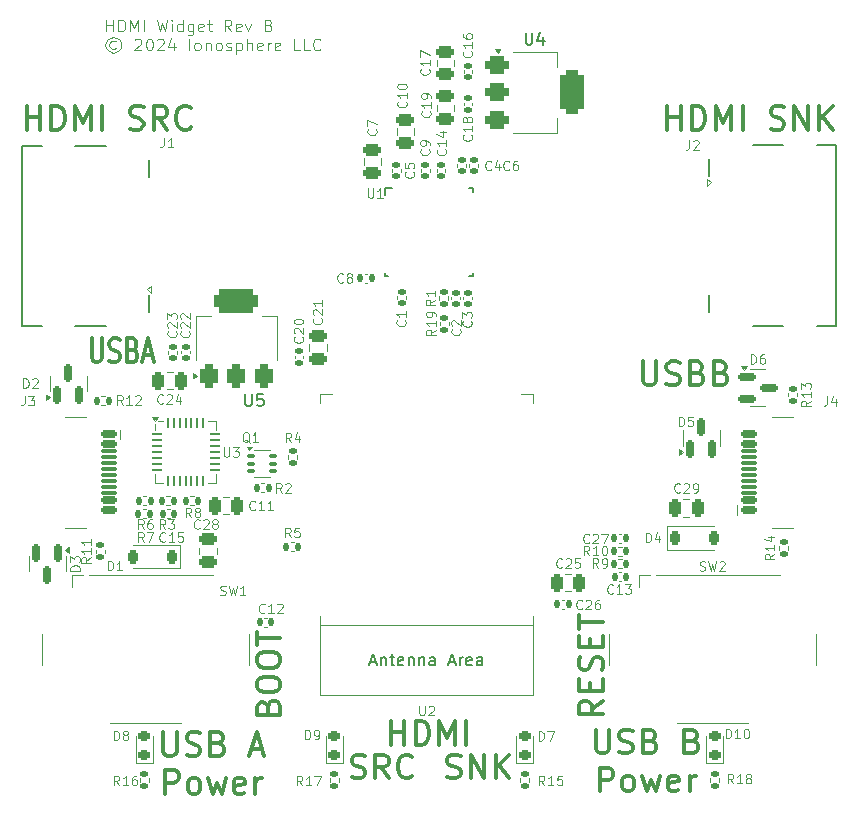
<source format=gto>
G04 #@! TF.GenerationSoftware,KiCad,Pcbnew,8.0.5*
G04 #@! TF.CreationDate,2024-09-21T22:05:45-07:00*
G04 #@! TF.ProjectId,HDMI Breakout,48444d49-2042-4726-9561-6b6f75742e6b,rev?*
G04 #@! TF.SameCoordinates,Original*
G04 #@! TF.FileFunction,Legend,Top*
G04 #@! TF.FilePolarity,Positive*
%FSLAX46Y46*%
G04 Gerber Fmt 4.6, Leading zero omitted, Abs format (unit mm)*
G04 Created by KiCad (PCBNEW 8.0.5) date 2024-09-21 22:05:45*
%MOMM*%
%LPD*%
G01*
G04 APERTURE LIST*
G04 Aperture macros list*
%AMRoundRect*
0 Rectangle with rounded corners*
0 $1 Rounding radius*
0 $2 $3 $4 $5 $6 $7 $8 $9 X,Y pos of 4 corners*
0 Add a 4 corners polygon primitive as box body*
4,1,4,$2,$3,$4,$5,$6,$7,$8,$9,$2,$3,0*
0 Add four circle primitives for the rounded corners*
1,1,$1+$1,$2,$3*
1,1,$1+$1,$4,$5*
1,1,$1+$1,$6,$7*
1,1,$1+$1,$8,$9*
0 Add four rect primitives between the rounded corners*
20,1,$1+$1,$2,$3,$4,$5,0*
20,1,$1+$1,$4,$5,$6,$7,0*
20,1,$1+$1,$6,$7,$8,$9,0*
20,1,$1+$1,$8,$9,$2,$3,0*%
G04 Aperture macros list end*
%ADD10C,0.300000*%
%ADD11C,0.100000*%
%ADD12C,0.150000*%
%ADD13C,0.120000*%
%ADD14C,0.152400*%
%ADD15C,0.200000*%
%ADD16RoundRect,0.140000X0.170000X-0.140000X0.170000X0.140000X-0.170000X0.140000X-0.170000X-0.140000X0*%
%ADD17C,0.650000*%
%ADD18RoundRect,0.150000X-0.500000X0.150000X-0.500000X-0.150000X0.500000X-0.150000X0.500000X0.150000X0*%
%ADD19RoundRect,0.075000X-0.575000X0.075000X-0.575000X-0.075000X0.575000X-0.075000X0.575000X0.075000X0*%
%ADD20O,2.100000X1.000000*%
%ADD21O,1.600000X1.000000*%
%ADD22C,1.152000*%
%ADD23RoundRect,0.135000X-0.185000X0.135000X-0.185000X-0.135000X0.185000X-0.135000X0.185000X0.135000X0*%
%ADD24R,1.500000X0.900000*%
%ADD25R,0.800000X0.800000*%
%ADD26RoundRect,0.140000X-0.170000X0.140000X-0.170000X-0.140000X0.170000X-0.140000X0.170000X0.140000X0*%
%ADD27RoundRect,0.135000X-0.135000X-0.185000X0.135000X-0.185000X0.135000X0.185000X-0.135000X0.185000X0*%
%ADD28RoundRect,0.140000X-0.140000X-0.170000X0.140000X-0.170000X0.140000X0.170000X-0.140000X0.170000X0*%
%ADD29RoundRect,0.135000X0.185000X-0.135000X0.185000X0.135000X-0.185000X0.135000X-0.185000X-0.135000X0*%
%ADD30RoundRect,0.135000X0.135000X0.185000X-0.135000X0.185000X-0.135000X-0.185000X0.135000X-0.185000X0*%
%ADD31RoundRect,0.218750X0.256250X-0.218750X0.256250X0.218750X-0.256250X0.218750X-0.256250X-0.218750X0*%
%ADD32RoundRect,0.375000X-0.625000X-0.375000X0.625000X-0.375000X0.625000X0.375000X-0.625000X0.375000X0*%
%ADD33RoundRect,0.500000X-0.500000X-1.400000X0.500000X-1.400000X0.500000X1.400000X-0.500000X1.400000X0*%
%ADD34RoundRect,0.250000X0.475000X-0.250000X0.475000X0.250000X-0.475000X0.250000X-0.475000X-0.250000X0*%
%ADD35C,4.400000*%
%ADD36RoundRect,0.250000X-0.250000X-0.475000X0.250000X-0.475000X0.250000X0.475000X-0.250000X0.475000X0*%
%ADD37RoundRect,0.100000X-0.225000X-0.100000X0.225000X-0.100000X0.225000X0.100000X-0.225000X0.100000X0*%
%ADD38R,2.641600X0.330200*%
%ADD39O,3.500000X1.350000*%
%ADD40O,2.500000X1.350000*%
%ADD41RoundRect,0.225000X-0.225000X-0.375000X0.225000X-0.375000X0.225000X0.375000X-0.225000X0.375000X0*%
%ADD42RoundRect,0.225000X0.225000X0.375000X-0.225000X0.375000X-0.225000X-0.375000X0.225000X-0.375000X0*%
%ADD43RoundRect,0.150000X0.150000X-0.587500X0.150000X0.587500X-0.150000X0.587500X-0.150000X-0.587500X0*%
%ADD44RoundRect,0.375000X0.375000X-0.625000X0.375000X0.625000X-0.375000X0.625000X-0.375000X-0.625000X0*%
%ADD45RoundRect,0.500000X1.400000X-0.500000X1.400000X0.500000X-1.400000X0.500000X-1.400000X-0.500000X0*%
%ADD46RoundRect,0.150000X0.500000X-0.150000X0.500000X0.150000X-0.500000X0.150000X-0.500000X-0.150000X0*%
%ADD47RoundRect,0.075000X0.575000X-0.075000X0.575000X0.075000X-0.575000X0.075000X-0.575000X-0.075000X0*%
%ADD48R,2.300000X2.400000*%
%ADD49RoundRect,0.140000X0.140000X0.170000X-0.140000X0.170000X-0.140000X-0.170000X0.140000X-0.170000X0*%
%ADD50RoundRect,0.150000X-0.587500X-0.150000X0.587500X-0.150000X0.587500X0.150000X-0.587500X0.150000X0*%
%ADD51RoundRect,0.250000X-0.475000X0.250000X-0.475000X-0.250000X0.475000X-0.250000X0.475000X0.250000X0*%
%ADD52R,0.599999X0.240000*%
%ADD53R,0.240000X0.599999*%
%ADD54R,4.099999X4.099999*%
%ADD55RoundRect,0.250000X0.250000X0.475000X-0.250000X0.475000X-0.250000X-0.475000X0.250000X-0.475000X0*%
%ADD56RoundRect,0.150000X-0.150000X0.587500X-0.150000X-0.587500X0.150000X-0.587500X0.150000X0.587500X0*%
%ADD57RoundRect,0.062500X-0.337500X-0.062500X0.337500X-0.062500X0.337500X0.062500X-0.337500X0.062500X0*%
%ADD58RoundRect,0.062500X-0.062500X-0.337500X0.062500X-0.337500X0.062500X0.337500X-0.062500X0.337500X0*%
%ADD59R,3.350000X3.350000*%
G04 APERTURE END LIST*
D10*
X86548320Y-115094400D02*
X86834034Y-115189638D01*
X86834034Y-115189638D02*
X87310225Y-115189638D01*
X87310225Y-115189638D02*
X87500701Y-115094400D01*
X87500701Y-115094400D02*
X87595939Y-114999161D01*
X87595939Y-114999161D02*
X87691177Y-114808685D01*
X87691177Y-114808685D02*
X87691177Y-114618209D01*
X87691177Y-114618209D02*
X87595939Y-114427733D01*
X87595939Y-114427733D02*
X87500701Y-114332495D01*
X87500701Y-114332495D02*
X87310225Y-114237257D01*
X87310225Y-114237257D02*
X86929272Y-114142019D01*
X86929272Y-114142019D02*
X86738796Y-114046780D01*
X86738796Y-114046780D02*
X86643558Y-113951542D01*
X86643558Y-113951542D02*
X86548320Y-113761066D01*
X86548320Y-113761066D02*
X86548320Y-113570590D01*
X86548320Y-113570590D02*
X86643558Y-113380114D01*
X86643558Y-113380114D02*
X86738796Y-113284876D01*
X86738796Y-113284876D02*
X86929272Y-113189638D01*
X86929272Y-113189638D02*
X87405463Y-113189638D01*
X87405463Y-113189638D02*
X87691177Y-113284876D01*
X88548320Y-115189638D02*
X88548320Y-113189638D01*
X88548320Y-113189638D02*
X89691177Y-115189638D01*
X89691177Y-115189638D02*
X89691177Y-113189638D01*
X90643558Y-115189638D02*
X90643558Y-113189638D01*
X91786415Y-115189638D02*
X90929272Y-114046780D01*
X91786415Y-113189638D02*
X90643558Y-114332495D01*
X81783558Y-112329638D02*
X81783558Y-110329638D01*
X81783558Y-111282019D02*
X82926415Y-111282019D01*
X82926415Y-112329638D02*
X82926415Y-110329638D01*
X83878796Y-112329638D02*
X83878796Y-110329638D01*
X83878796Y-110329638D02*
X84354986Y-110329638D01*
X84354986Y-110329638D02*
X84640701Y-110424876D01*
X84640701Y-110424876D02*
X84831177Y-110615352D01*
X84831177Y-110615352D02*
X84926415Y-110805828D01*
X84926415Y-110805828D02*
X85021653Y-111186780D01*
X85021653Y-111186780D02*
X85021653Y-111472495D01*
X85021653Y-111472495D02*
X84926415Y-111853447D01*
X84926415Y-111853447D02*
X84831177Y-112043923D01*
X84831177Y-112043923D02*
X84640701Y-112234400D01*
X84640701Y-112234400D02*
X84354986Y-112329638D01*
X84354986Y-112329638D02*
X83878796Y-112329638D01*
X85878796Y-112329638D02*
X85878796Y-110329638D01*
X85878796Y-110329638D02*
X86545463Y-111758209D01*
X86545463Y-111758209D02*
X87212129Y-110329638D01*
X87212129Y-110329638D02*
X87212129Y-112329638D01*
X88164510Y-112329638D02*
X88164510Y-110329638D01*
X103103558Y-79879638D02*
X103103558Y-81498685D01*
X103103558Y-81498685D02*
X103198796Y-81689161D01*
X103198796Y-81689161D02*
X103294034Y-81784400D01*
X103294034Y-81784400D02*
X103484510Y-81879638D01*
X103484510Y-81879638D02*
X103865463Y-81879638D01*
X103865463Y-81879638D02*
X104055939Y-81784400D01*
X104055939Y-81784400D02*
X104151177Y-81689161D01*
X104151177Y-81689161D02*
X104246415Y-81498685D01*
X104246415Y-81498685D02*
X104246415Y-79879638D01*
X105103558Y-81784400D02*
X105389272Y-81879638D01*
X105389272Y-81879638D02*
X105865463Y-81879638D01*
X105865463Y-81879638D02*
X106055939Y-81784400D01*
X106055939Y-81784400D02*
X106151177Y-81689161D01*
X106151177Y-81689161D02*
X106246415Y-81498685D01*
X106246415Y-81498685D02*
X106246415Y-81308209D01*
X106246415Y-81308209D02*
X106151177Y-81117733D01*
X106151177Y-81117733D02*
X106055939Y-81022495D01*
X106055939Y-81022495D02*
X105865463Y-80927257D01*
X105865463Y-80927257D02*
X105484510Y-80832019D01*
X105484510Y-80832019D02*
X105294034Y-80736780D01*
X105294034Y-80736780D02*
X105198796Y-80641542D01*
X105198796Y-80641542D02*
X105103558Y-80451066D01*
X105103558Y-80451066D02*
X105103558Y-80260590D01*
X105103558Y-80260590D02*
X105198796Y-80070114D01*
X105198796Y-80070114D02*
X105294034Y-79974876D01*
X105294034Y-79974876D02*
X105484510Y-79879638D01*
X105484510Y-79879638D02*
X105960701Y-79879638D01*
X105960701Y-79879638D02*
X106246415Y-79974876D01*
X107770225Y-80832019D02*
X108055939Y-80927257D01*
X108055939Y-80927257D02*
X108151177Y-81022495D01*
X108151177Y-81022495D02*
X108246415Y-81212971D01*
X108246415Y-81212971D02*
X108246415Y-81498685D01*
X108246415Y-81498685D02*
X108151177Y-81689161D01*
X108151177Y-81689161D02*
X108055939Y-81784400D01*
X108055939Y-81784400D02*
X107865463Y-81879638D01*
X107865463Y-81879638D02*
X107103558Y-81879638D01*
X107103558Y-81879638D02*
X107103558Y-79879638D01*
X107103558Y-79879638D02*
X107770225Y-79879638D01*
X107770225Y-79879638D02*
X107960701Y-79974876D01*
X107960701Y-79974876D02*
X108055939Y-80070114D01*
X108055939Y-80070114D02*
X108151177Y-80260590D01*
X108151177Y-80260590D02*
X108151177Y-80451066D01*
X108151177Y-80451066D02*
X108055939Y-80641542D01*
X108055939Y-80641542D02*
X107960701Y-80736780D01*
X107960701Y-80736780D02*
X107770225Y-80832019D01*
X107770225Y-80832019D02*
X107103558Y-80832019D01*
X109770225Y-80832019D02*
X110055939Y-80927257D01*
X110055939Y-80927257D02*
X110151177Y-81022495D01*
X110151177Y-81022495D02*
X110246415Y-81212971D01*
X110246415Y-81212971D02*
X110246415Y-81498685D01*
X110246415Y-81498685D02*
X110151177Y-81689161D01*
X110151177Y-81689161D02*
X110055939Y-81784400D01*
X110055939Y-81784400D02*
X109865463Y-81879638D01*
X109865463Y-81879638D02*
X109103558Y-81879638D01*
X109103558Y-81879638D02*
X109103558Y-79879638D01*
X109103558Y-79879638D02*
X109770225Y-79879638D01*
X109770225Y-79879638D02*
X109960701Y-79974876D01*
X109960701Y-79974876D02*
X110055939Y-80070114D01*
X110055939Y-80070114D02*
X110151177Y-80260590D01*
X110151177Y-80260590D02*
X110151177Y-80451066D01*
X110151177Y-80451066D02*
X110055939Y-80641542D01*
X110055939Y-80641542D02*
X109960701Y-80736780D01*
X109960701Y-80736780D02*
X109770225Y-80832019D01*
X109770225Y-80832019D02*
X109103558Y-80832019D01*
X71372019Y-109139774D02*
X71467257Y-108854060D01*
X71467257Y-108854060D02*
X71562495Y-108758822D01*
X71562495Y-108758822D02*
X71752971Y-108663584D01*
X71752971Y-108663584D02*
X72038685Y-108663584D01*
X72038685Y-108663584D02*
X72229161Y-108758822D01*
X72229161Y-108758822D02*
X72324400Y-108854060D01*
X72324400Y-108854060D02*
X72419638Y-109044536D01*
X72419638Y-109044536D02*
X72419638Y-109806441D01*
X72419638Y-109806441D02*
X70419638Y-109806441D01*
X70419638Y-109806441D02*
X70419638Y-109139774D01*
X70419638Y-109139774D02*
X70514876Y-108949298D01*
X70514876Y-108949298D02*
X70610114Y-108854060D01*
X70610114Y-108854060D02*
X70800590Y-108758822D01*
X70800590Y-108758822D02*
X70991066Y-108758822D01*
X70991066Y-108758822D02*
X71181542Y-108854060D01*
X71181542Y-108854060D02*
X71276780Y-108949298D01*
X71276780Y-108949298D02*
X71372019Y-109139774D01*
X71372019Y-109139774D02*
X71372019Y-109806441D01*
X70419638Y-107425489D02*
X70419638Y-107044536D01*
X70419638Y-107044536D02*
X70514876Y-106854060D01*
X70514876Y-106854060D02*
X70705352Y-106663584D01*
X70705352Y-106663584D02*
X71086304Y-106568346D01*
X71086304Y-106568346D02*
X71752971Y-106568346D01*
X71752971Y-106568346D02*
X72133923Y-106663584D01*
X72133923Y-106663584D02*
X72324400Y-106854060D01*
X72324400Y-106854060D02*
X72419638Y-107044536D01*
X72419638Y-107044536D02*
X72419638Y-107425489D01*
X72419638Y-107425489D02*
X72324400Y-107615965D01*
X72324400Y-107615965D02*
X72133923Y-107806441D01*
X72133923Y-107806441D02*
X71752971Y-107901679D01*
X71752971Y-107901679D02*
X71086304Y-107901679D01*
X71086304Y-107901679D02*
X70705352Y-107806441D01*
X70705352Y-107806441D02*
X70514876Y-107615965D01*
X70514876Y-107615965D02*
X70419638Y-107425489D01*
X70419638Y-105330251D02*
X70419638Y-104949298D01*
X70419638Y-104949298D02*
X70514876Y-104758822D01*
X70514876Y-104758822D02*
X70705352Y-104568346D01*
X70705352Y-104568346D02*
X71086304Y-104473108D01*
X71086304Y-104473108D02*
X71752971Y-104473108D01*
X71752971Y-104473108D02*
X72133923Y-104568346D01*
X72133923Y-104568346D02*
X72324400Y-104758822D01*
X72324400Y-104758822D02*
X72419638Y-104949298D01*
X72419638Y-104949298D02*
X72419638Y-105330251D01*
X72419638Y-105330251D02*
X72324400Y-105520727D01*
X72324400Y-105520727D02*
X72133923Y-105711203D01*
X72133923Y-105711203D02*
X71752971Y-105806441D01*
X71752971Y-105806441D02*
X71086304Y-105806441D01*
X71086304Y-105806441D02*
X70705352Y-105711203D01*
X70705352Y-105711203D02*
X70514876Y-105520727D01*
X70514876Y-105520727D02*
X70419638Y-105330251D01*
X70419638Y-103901679D02*
X70419638Y-102758822D01*
X72419638Y-103330251D02*
X70419638Y-103330251D01*
X50943558Y-60259638D02*
X50943558Y-58259638D01*
X50943558Y-59212019D02*
X52086415Y-59212019D01*
X52086415Y-60259638D02*
X52086415Y-58259638D01*
X53038796Y-60259638D02*
X53038796Y-58259638D01*
X53038796Y-58259638D02*
X53514986Y-58259638D01*
X53514986Y-58259638D02*
X53800701Y-58354876D01*
X53800701Y-58354876D02*
X53991177Y-58545352D01*
X53991177Y-58545352D02*
X54086415Y-58735828D01*
X54086415Y-58735828D02*
X54181653Y-59116780D01*
X54181653Y-59116780D02*
X54181653Y-59402495D01*
X54181653Y-59402495D02*
X54086415Y-59783447D01*
X54086415Y-59783447D02*
X53991177Y-59973923D01*
X53991177Y-59973923D02*
X53800701Y-60164400D01*
X53800701Y-60164400D02*
X53514986Y-60259638D01*
X53514986Y-60259638D02*
X53038796Y-60259638D01*
X55038796Y-60259638D02*
X55038796Y-58259638D01*
X55038796Y-58259638D02*
X55705463Y-59688209D01*
X55705463Y-59688209D02*
X56372129Y-58259638D01*
X56372129Y-58259638D02*
X56372129Y-60259638D01*
X57324510Y-60259638D02*
X57324510Y-58259638D01*
X59705463Y-60164400D02*
X59991177Y-60259638D01*
X59991177Y-60259638D02*
X60467368Y-60259638D01*
X60467368Y-60259638D02*
X60657844Y-60164400D01*
X60657844Y-60164400D02*
X60753082Y-60069161D01*
X60753082Y-60069161D02*
X60848320Y-59878685D01*
X60848320Y-59878685D02*
X60848320Y-59688209D01*
X60848320Y-59688209D02*
X60753082Y-59497733D01*
X60753082Y-59497733D02*
X60657844Y-59402495D01*
X60657844Y-59402495D02*
X60467368Y-59307257D01*
X60467368Y-59307257D02*
X60086415Y-59212019D01*
X60086415Y-59212019D02*
X59895939Y-59116780D01*
X59895939Y-59116780D02*
X59800701Y-59021542D01*
X59800701Y-59021542D02*
X59705463Y-58831066D01*
X59705463Y-58831066D02*
X59705463Y-58640590D01*
X59705463Y-58640590D02*
X59800701Y-58450114D01*
X59800701Y-58450114D02*
X59895939Y-58354876D01*
X59895939Y-58354876D02*
X60086415Y-58259638D01*
X60086415Y-58259638D02*
X60562606Y-58259638D01*
X60562606Y-58259638D02*
X60848320Y-58354876D01*
X62848320Y-60259638D02*
X62181653Y-59307257D01*
X61705463Y-60259638D02*
X61705463Y-58259638D01*
X61705463Y-58259638D02*
X62467368Y-58259638D01*
X62467368Y-58259638D02*
X62657844Y-58354876D01*
X62657844Y-58354876D02*
X62753082Y-58450114D01*
X62753082Y-58450114D02*
X62848320Y-58640590D01*
X62848320Y-58640590D02*
X62848320Y-58926304D01*
X62848320Y-58926304D02*
X62753082Y-59116780D01*
X62753082Y-59116780D02*
X62657844Y-59212019D01*
X62657844Y-59212019D02*
X62467368Y-59307257D01*
X62467368Y-59307257D02*
X61705463Y-59307257D01*
X64848320Y-60069161D02*
X64753082Y-60164400D01*
X64753082Y-60164400D02*
X64467368Y-60259638D01*
X64467368Y-60259638D02*
X64276892Y-60259638D01*
X64276892Y-60259638D02*
X63991177Y-60164400D01*
X63991177Y-60164400D02*
X63800701Y-59973923D01*
X63800701Y-59973923D02*
X63705463Y-59783447D01*
X63705463Y-59783447D02*
X63610225Y-59402495D01*
X63610225Y-59402495D02*
X63610225Y-59116780D01*
X63610225Y-59116780D02*
X63705463Y-58735828D01*
X63705463Y-58735828D02*
X63800701Y-58545352D01*
X63800701Y-58545352D02*
X63991177Y-58354876D01*
X63991177Y-58354876D02*
X64276892Y-58259638D01*
X64276892Y-58259638D02*
X64467368Y-58259638D01*
X64467368Y-58259638D02*
X64753082Y-58354876D01*
X64753082Y-58354876D02*
X64848320Y-58450114D01*
X99729638Y-108613584D02*
X98777257Y-109280251D01*
X99729638Y-109756441D02*
X97729638Y-109756441D01*
X97729638Y-109756441D02*
X97729638Y-108994536D01*
X97729638Y-108994536D02*
X97824876Y-108804060D01*
X97824876Y-108804060D02*
X97920114Y-108708822D01*
X97920114Y-108708822D02*
X98110590Y-108613584D01*
X98110590Y-108613584D02*
X98396304Y-108613584D01*
X98396304Y-108613584D02*
X98586780Y-108708822D01*
X98586780Y-108708822D02*
X98682019Y-108804060D01*
X98682019Y-108804060D02*
X98777257Y-108994536D01*
X98777257Y-108994536D02*
X98777257Y-109756441D01*
X98682019Y-107756441D02*
X98682019Y-107089774D01*
X99729638Y-106804060D02*
X99729638Y-107756441D01*
X99729638Y-107756441D02*
X97729638Y-107756441D01*
X97729638Y-107756441D02*
X97729638Y-106804060D01*
X99634400Y-106042155D02*
X99729638Y-105756441D01*
X99729638Y-105756441D02*
X99729638Y-105280250D01*
X99729638Y-105280250D02*
X99634400Y-105089774D01*
X99634400Y-105089774D02*
X99539161Y-104994536D01*
X99539161Y-104994536D02*
X99348685Y-104899298D01*
X99348685Y-104899298D02*
X99158209Y-104899298D01*
X99158209Y-104899298D02*
X98967733Y-104994536D01*
X98967733Y-104994536D02*
X98872495Y-105089774D01*
X98872495Y-105089774D02*
X98777257Y-105280250D01*
X98777257Y-105280250D02*
X98682019Y-105661203D01*
X98682019Y-105661203D02*
X98586780Y-105851679D01*
X98586780Y-105851679D02*
X98491542Y-105946917D01*
X98491542Y-105946917D02*
X98301066Y-106042155D01*
X98301066Y-106042155D02*
X98110590Y-106042155D01*
X98110590Y-106042155D02*
X97920114Y-105946917D01*
X97920114Y-105946917D02*
X97824876Y-105851679D01*
X97824876Y-105851679D02*
X97729638Y-105661203D01*
X97729638Y-105661203D02*
X97729638Y-105185012D01*
X97729638Y-105185012D02*
X97824876Y-104899298D01*
X98682019Y-104042155D02*
X98682019Y-103375488D01*
X99729638Y-103089774D02*
X99729638Y-104042155D01*
X99729638Y-104042155D02*
X97729638Y-104042155D01*
X97729638Y-104042155D02*
X97729638Y-103089774D01*
X97729638Y-102518345D02*
X97729638Y-101375488D01*
X99729638Y-101946917D02*
X97729638Y-101946917D01*
X56454510Y-77939638D02*
X56454510Y-79558685D01*
X56454510Y-79558685D02*
X56525939Y-79749161D01*
X56525939Y-79749161D02*
X56597368Y-79844400D01*
X56597368Y-79844400D02*
X56740225Y-79939638D01*
X56740225Y-79939638D02*
X57025939Y-79939638D01*
X57025939Y-79939638D02*
X57168796Y-79844400D01*
X57168796Y-79844400D02*
X57240225Y-79749161D01*
X57240225Y-79749161D02*
X57311653Y-79558685D01*
X57311653Y-79558685D02*
X57311653Y-77939638D01*
X57954511Y-79844400D02*
X58168797Y-79939638D01*
X58168797Y-79939638D02*
X58525939Y-79939638D01*
X58525939Y-79939638D02*
X58668797Y-79844400D01*
X58668797Y-79844400D02*
X58740225Y-79749161D01*
X58740225Y-79749161D02*
X58811654Y-79558685D01*
X58811654Y-79558685D02*
X58811654Y-79368209D01*
X58811654Y-79368209D02*
X58740225Y-79177733D01*
X58740225Y-79177733D02*
X58668797Y-79082495D01*
X58668797Y-79082495D02*
X58525939Y-78987257D01*
X58525939Y-78987257D02*
X58240225Y-78892019D01*
X58240225Y-78892019D02*
X58097368Y-78796780D01*
X58097368Y-78796780D02*
X58025939Y-78701542D01*
X58025939Y-78701542D02*
X57954511Y-78511066D01*
X57954511Y-78511066D02*
X57954511Y-78320590D01*
X57954511Y-78320590D02*
X58025939Y-78130114D01*
X58025939Y-78130114D02*
X58097368Y-78034876D01*
X58097368Y-78034876D02*
X58240225Y-77939638D01*
X58240225Y-77939638D02*
X58597368Y-77939638D01*
X58597368Y-77939638D02*
X58811654Y-78034876D01*
X59954510Y-78892019D02*
X60168796Y-78987257D01*
X60168796Y-78987257D02*
X60240225Y-79082495D01*
X60240225Y-79082495D02*
X60311653Y-79272971D01*
X60311653Y-79272971D02*
X60311653Y-79558685D01*
X60311653Y-79558685D02*
X60240225Y-79749161D01*
X60240225Y-79749161D02*
X60168796Y-79844400D01*
X60168796Y-79844400D02*
X60025939Y-79939638D01*
X60025939Y-79939638D02*
X59454510Y-79939638D01*
X59454510Y-79939638D02*
X59454510Y-77939638D01*
X59454510Y-77939638D02*
X59954510Y-77939638D01*
X59954510Y-77939638D02*
X60097368Y-78034876D01*
X60097368Y-78034876D02*
X60168796Y-78130114D01*
X60168796Y-78130114D02*
X60240225Y-78320590D01*
X60240225Y-78320590D02*
X60240225Y-78511066D01*
X60240225Y-78511066D02*
X60168796Y-78701542D01*
X60168796Y-78701542D02*
X60097368Y-78796780D01*
X60097368Y-78796780D02*
X59954510Y-78892019D01*
X59954510Y-78892019D02*
X59454510Y-78892019D01*
X60883082Y-79368209D02*
X61597368Y-79368209D01*
X60740225Y-79939638D02*
X61240225Y-77939638D01*
X61240225Y-77939638D02*
X61740225Y-79939638D01*
D11*
X57663884Y-51942475D02*
X57663884Y-50942475D01*
X57663884Y-51418665D02*
X58235312Y-51418665D01*
X58235312Y-51942475D02*
X58235312Y-50942475D01*
X58711503Y-51942475D02*
X58711503Y-50942475D01*
X58711503Y-50942475D02*
X58949598Y-50942475D01*
X58949598Y-50942475D02*
X59092455Y-50990094D01*
X59092455Y-50990094D02*
X59187693Y-51085332D01*
X59187693Y-51085332D02*
X59235312Y-51180570D01*
X59235312Y-51180570D02*
X59282931Y-51371046D01*
X59282931Y-51371046D02*
X59282931Y-51513903D01*
X59282931Y-51513903D02*
X59235312Y-51704379D01*
X59235312Y-51704379D02*
X59187693Y-51799617D01*
X59187693Y-51799617D02*
X59092455Y-51894856D01*
X59092455Y-51894856D02*
X58949598Y-51942475D01*
X58949598Y-51942475D02*
X58711503Y-51942475D01*
X59711503Y-51942475D02*
X59711503Y-50942475D01*
X59711503Y-50942475D02*
X60044836Y-51656760D01*
X60044836Y-51656760D02*
X60378169Y-50942475D01*
X60378169Y-50942475D02*
X60378169Y-51942475D01*
X60854360Y-51942475D02*
X60854360Y-50942475D01*
X61997217Y-50942475D02*
X62235312Y-51942475D01*
X62235312Y-51942475D02*
X62425788Y-51228189D01*
X62425788Y-51228189D02*
X62616264Y-51942475D01*
X62616264Y-51942475D02*
X62854360Y-50942475D01*
X63235312Y-51942475D02*
X63235312Y-51275808D01*
X63235312Y-50942475D02*
X63187693Y-50990094D01*
X63187693Y-50990094D02*
X63235312Y-51037713D01*
X63235312Y-51037713D02*
X63282931Y-50990094D01*
X63282931Y-50990094D02*
X63235312Y-50942475D01*
X63235312Y-50942475D02*
X63235312Y-51037713D01*
X64140073Y-51942475D02*
X64140073Y-50942475D01*
X64140073Y-51894856D02*
X64044835Y-51942475D01*
X64044835Y-51942475D02*
X63854359Y-51942475D01*
X63854359Y-51942475D02*
X63759121Y-51894856D01*
X63759121Y-51894856D02*
X63711502Y-51847236D01*
X63711502Y-51847236D02*
X63663883Y-51751998D01*
X63663883Y-51751998D02*
X63663883Y-51466284D01*
X63663883Y-51466284D02*
X63711502Y-51371046D01*
X63711502Y-51371046D02*
X63759121Y-51323427D01*
X63759121Y-51323427D02*
X63854359Y-51275808D01*
X63854359Y-51275808D02*
X64044835Y-51275808D01*
X64044835Y-51275808D02*
X64140073Y-51323427D01*
X65044835Y-51275808D02*
X65044835Y-52085332D01*
X65044835Y-52085332D02*
X64997216Y-52180570D01*
X64997216Y-52180570D02*
X64949597Y-52228189D01*
X64949597Y-52228189D02*
X64854359Y-52275808D01*
X64854359Y-52275808D02*
X64711502Y-52275808D01*
X64711502Y-52275808D02*
X64616264Y-52228189D01*
X65044835Y-51894856D02*
X64949597Y-51942475D01*
X64949597Y-51942475D02*
X64759121Y-51942475D01*
X64759121Y-51942475D02*
X64663883Y-51894856D01*
X64663883Y-51894856D02*
X64616264Y-51847236D01*
X64616264Y-51847236D02*
X64568645Y-51751998D01*
X64568645Y-51751998D02*
X64568645Y-51466284D01*
X64568645Y-51466284D02*
X64616264Y-51371046D01*
X64616264Y-51371046D02*
X64663883Y-51323427D01*
X64663883Y-51323427D02*
X64759121Y-51275808D01*
X64759121Y-51275808D02*
X64949597Y-51275808D01*
X64949597Y-51275808D02*
X65044835Y-51323427D01*
X65901978Y-51894856D02*
X65806740Y-51942475D01*
X65806740Y-51942475D02*
X65616264Y-51942475D01*
X65616264Y-51942475D02*
X65521026Y-51894856D01*
X65521026Y-51894856D02*
X65473407Y-51799617D01*
X65473407Y-51799617D02*
X65473407Y-51418665D01*
X65473407Y-51418665D02*
X65521026Y-51323427D01*
X65521026Y-51323427D02*
X65616264Y-51275808D01*
X65616264Y-51275808D02*
X65806740Y-51275808D01*
X65806740Y-51275808D02*
X65901978Y-51323427D01*
X65901978Y-51323427D02*
X65949597Y-51418665D01*
X65949597Y-51418665D02*
X65949597Y-51513903D01*
X65949597Y-51513903D02*
X65473407Y-51609141D01*
X66235312Y-51275808D02*
X66616264Y-51275808D01*
X66378169Y-50942475D02*
X66378169Y-51799617D01*
X66378169Y-51799617D02*
X66425788Y-51894856D01*
X66425788Y-51894856D02*
X66521026Y-51942475D01*
X66521026Y-51942475D02*
X66616264Y-51942475D01*
X68282931Y-51942475D02*
X67949598Y-51466284D01*
X67711503Y-51942475D02*
X67711503Y-50942475D01*
X67711503Y-50942475D02*
X68092455Y-50942475D01*
X68092455Y-50942475D02*
X68187693Y-50990094D01*
X68187693Y-50990094D02*
X68235312Y-51037713D01*
X68235312Y-51037713D02*
X68282931Y-51132951D01*
X68282931Y-51132951D02*
X68282931Y-51275808D01*
X68282931Y-51275808D02*
X68235312Y-51371046D01*
X68235312Y-51371046D02*
X68187693Y-51418665D01*
X68187693Y-51418665D02*
X68092455Y-51466284D01*
X68092455Y-51466284D02*
X67711503Y-51466284D01*
X69092455Y-51894856D02*
X68997217Y-51942475D01*
X68997217Y-51942475D02*
X68806741Y-51942475D01*
X68806741Y-51942475D02*
X68711503Y-51894856D01*
X68711503Y-51894856D02*
X68663884Y-51799617D01*
X68663884Y-51799617D02*
X68663884Y-51418665D01*
X68663884Y-51418665D02*
X68711503Y-51323427D01*
X68711503Y-51323427D02*
X68806741Y-51275808D01*
X68806741Y-51275808D02*
X68997217Y-51275808D01*
X68997217Y-51275808D02*
X69092455Y-51323427D01*
X69092455Y-51323427D02*
X69140074Y-51418665D01*
X69140074Y-51418665D02*
X69140074Y-51513903D01*
X69140074Y-51513903D02*
X68663884Y-51609141D01*
X69473408Y-51275808D02*
X69711503Y-51942475D01*
X69711503Y-51942475D02*
X69949598Y-51275808D01*
X71425789Y-51418665D02*
X71568646Y-51466284D01*
X71568646Y-51466284D02*
X71616265Y-51513903D01*
X71616265Y-51513903D02*
X71663884Y-51609141D01*
X71663884Y-51609141D02*
X71663884Y-51751998D01*
X71663884Y-51751998D02*
X71616265Y-51847236D01*
X71616265Y-51847236D02*
X71568646Y-51894856D01*
X71568646Y-51894856D02*
X71473408Y-51942475D01*
X71473408Y-51942475D02*
X71092456Y-51942475D01*
X71092456Y-51942475D02*
X71092456Y-50942475D01*
X71092456Y-50942475D02*
X71425789Y-50942475D01*
X71425789Y-50942475D02*
X71521027Y-50990094D01*
X71521027Y-50990094D02*
X71568646Y-51037713D01*
X71568646Y-51037713D02*
X71616265Y-51132951D01*
X71616265Y-51132951D02*
X71616265Y-51228189D01*
X71616265Y-51228189D02*
X71568646Y-51323427D01*
X71568646Y-51323427D02*
X71521027Y-51371046D01*
X71521027Y-51371046D02*
X71425789Y-51418665D01*
X71425789Y-51418665D02*
X71092456Y-51418665D01*
X58473408Y-52790514D02*
X58378169Y-52742895D01*
X58378169Y-52742895D02*
X58187693Y-52742895D01*
X58187693Y-52742895D02*
X58092455Y-52790514D01*
X58092455Y-52790514D02*
X57997217Y-52885752D01*
X57997217Y-52885752D02*
X57949598Y-52980990D01*
X57949598Y-52980990D02*
X57949598Y-53171466D01*
X57949598Y-53171466D02*
X57997217Y-53266704D01*
X57997217Y-53266704D02*
X58092455Y-53361942D01*
X58092455Y-53361942D02*
X58187693Y-53409561D01*
X58187693Y-53409561D02*
X58378169Y-53409561D01*
X58378169Y-53409561D02*
X58473408Y-53361942D01*
X58282931Y-52409561D02*
X58044836Y-52457180D01*
X58044836Y-52457180D02*
X57806741Y-52600038D01*
X57806741Y-52600038D02*
X57663884Y-52838133D01*
X57663884Y-52838133D02*
X57616265Y-53076228D01*
X57616265Y-53076228D02*
X57663884Y-53314323D01*
X57663884Y-53314323D02*
X57806741Y-53552419D01*
X57806741Y-53552419D02*
X58044836Y-53695276D01*
X58044836Y-53695276D02*
X58282931Y-53742895D01*
X58282931Y-53742895D02*
X58521027Y-53695276D01*
X58521027Y-53695276D02*
X58759122Y-53552419D01*
X58759122Y-53552419D02*
X58901979Y-53314323D01*
X58901979Y-53314323D02*
X58949598Y-53076228D01*
X58949598Y-53076228D02*
X58901979Y-52838133D01*
X58901979Y-52838133D02*
X58759122Y-52600038D01*
X58759122Y-52600038D02*
X58521027Y-52457180D01*
X58521027Y-52457180D02*
X58282931Y-52409561D01*
X60092456Y-52647657D02*
X60140075Y-52600038D01*
X60140075Y-52600038D02*
X60235313Y-52552419D01*
X60235313Y-52552419D02*
X60473408Y-52552419D01*
X60473408Y-52552419D02*
X60568646Y-52600038D01*
X60568646Y-52600038D02*
X60616265Y-52647657D01*
X60616265Y-52647657D02*
X60663884Y-52742895D01*
X60663884Y-52742895D02*
X60663884Y-52838133D01*
X60663884Y-52838133D02*
X60616265Y-52980990D01*
X60616265Y-52980990D02*
X60044837Y-53552419D01*
X60044837Y-53552419D02*
X60663884Y-53552419D01*
X61282932Y-52552419D02*
X61378170Y-52552419D01*
X61378170Y-52552419D02*
X61473408Y-52600038D01*
X61473408Y-52600038D02*
X61521027Y-52647657D01*
X61521027Y-52647657D02*
X61568646Y-52742895D01*
X61568646Y-52742895D02*
X61616265Y-52933371D01*
X61616265Y-52933371D02*
X61616265Y-53171466D01*
X61616265Y-53171466D02*
X61568646Y-53361942D01*
X61568646Y-53361942D02*
X61521027Y-53457180D01*
X61521027Y-53457180D02*
X61473408Y-53504800D01*
X61473408Y-53504800D02*
X61378170Y-53552419D01*
X61378170Y-53552419D02*
X61282932Y-53552419D01*
X61282932Y-53552419D02*
X61187694Y-53504800D01*
X61187694Y-53504800D02*
X61140075Y-53457180D01*
X61140075Y-53457180D02*
X61092456Y-53361942D01*
X61092456Y-53361942D02*
X61044837Y-53171466D01*
X61044837Y-53171466D02*
X61044837Y-52933371D01*
X61044837Y-52933371D02*
X61092456Y-52742895D01*
X61092456Y-52742895D02*
X61140075Y-52647657D01*
X61140075Y-52647657D02*
X61187694Y-52600038D01*
X61187694Y-52600038D02*
X61282932Y-52552419D01*
X61997218Y-52647657D02*
X62044837Y-52600038D01*
X62044837Y-52600038D02*
X62140075Y-52552419D01*
X62140075Y-52552419D02*
X62378170Y-52552419D01*
X62378170Y-52552419D02*
X62473408Y-52600038D01*
X62473408Y-52600038D02*
X62521027Y-52647657D01*
X62521027Y-52647657D02*
X62568646Y-52742895D01*
X62568646Y-52742895D02*
X62568646Y-52838133D01*
X62568646Y-52838133D02*
X62521027Y-52980990D01*
X62521027Y-52980990D02*
X61949599Y-53552419D01*
X61949599Y-53552419D02*
X62568646Y-53552419D01*
X63425789Y-52885752D02*
X63425789Y-53552419D01*
X63187694Y-52504800D02*
X62949599Y-53219085D01*
X62949599Y-53219085D02*
X63568646Y-53219085D01*
X64711504Y-53552419D02*
X64711504Y-52552419D01*
X65330551Y-53552419D02*
X65235313Y-53504800D01*
X65235313Y-53504800D02*
X65187694Y-53457180D01*
X65187694Y-53457180D02*
X65140075Y-53361942D01*
X65140075Y-53361942D02*
X65140075Y-53076228D01*
X65140075Y-53076228D02*
X65187694Y-52980990D01*
X65187694Y-52980990D02*
X65235313Y-52933371D01*
X65235313Y-52933371D02*
X65330551Y-52885752D01*
X65330551Y-52885752D02*
X65473408Y-52885752D01*
X65473408Y-52885752D02*
X65568646Y-52933371D01*
X65568646Y-52933371D02*
X65616265Y-52980990D01*
X65616265Y-52980990D02*
X65663884Y-53076228D01*
X65663884Y-53076228D02*
X65663884Y-53361942D01*
X65663884Y-53361942D02*
X65616265Y-53457180D01*
X65616265Y-53457180D02*
X65568646Y-53504800D01*
X65568646Y-53504800D02*
X65473408Y-53552419D01*
X65473408Y-53552419D02*
X65330551Y-53552419D01*
X66092456Y-52885752D02*
X66092456Y-53552419D01*
X66092456Y-52980990D02*
X66140075Y-52933371D01*
X66140075Y-52933371D02*
X66235313Y-52885752D01*
X66235313Y-52885752D02*
X66378170Y-52885752D01*
X66378170Y-52885752D02*
X66473408Y-52933371D01*
X66473408Y-52933371D02*
X66521027Y-53028609D01*
X66521027Y-53028609D02*
X66521027Y-53552419D01*
X67140075Y-53552419D02*
X67044837Y-53504800D01*
X67044837Y-53504800D02*
X66997218Y-53457180D01*
X66997218Y-53457180D02*
X66949599Y-53361942D01*
X66949599Y-53361942D02*
X66949599Y-53076228D01*
X66949599Y-53076228D02*
X66997218Y-52980990D01*
X66997218Y-52980990D02*
X67044837Y-52933371D01*
X67044837Y-52933371D02*
X67140075Y-52885752D01*
X67140075Y-52885752D02*
X67282932Y-52885752D01*
X67282932Y-52885752D02*
X67378170Y-52933371D01*
X67378170Y-52933371D02*
X67425789Y-52980990D01*
X67425789Y-52980990D02*
X67473408Y-53076228D01*
X67473408Y-53076228D02*
X67473408Y-53361942D01*
X67473408Y-53361942D02*
X67425789Y-53457180D01*
X67425789Y-53457180D02*
X67378170Y-53504800D01*
X67378170Y-53504800D02*
X67282932Y-53552419D01*
X67282932Y-53552419D02*
X67140075Y-53552419D01*
X67854361Y-53504800D02*
X67949599Y-53552419D01*
X67949599Y-53552419D02*
X68140075Y-53552419D01*
X68140075Y-53552419D02*
X68235313Y-53504800D01*
X68235313Y-53504800D02*
X68282932Y-53409561D01*
X68282932Y-53409561D02*
X68282932Y-53361942D01*
X68282932Y-53361942D02*
X68235313Y-53266704D01*
X68235313Y-53266704D02*
X68140075Y-53219085D01*
X68140075Y-53219085D02*
X67997218Y-53219085D01*
X67997218Y-53219085D02*
X67901980Y-53171466D01*
X67901980Y-53171466D02*
X67854361Y-53076228D01*
X67854361Y-53076228D02*
X67854361Y-53028609D01*
X67854361Y-53028609D02*
X67901980Y-52933371D01*
X67901980Y-52933371D02*
X67997218Y-52885752D01*
X67997218Y-52885752D02*
X68140075Y-52885752D01*
X68140075Y-52885752D02*
X68235313Y-52933371D01*
X68711504Y-52885752D02*
X68711504Y-53885752D01*
X68711504Y-52933371D02*
X68806742Y-52885752D01*
X68806742Y-52885752D02*
X68997218Y-52885752D01*
X68997218Y-52885752D02*
X69092456Y-52933371D01*
X69092456Y-52933371D02*
X69140075Y-52980990D01*
X69140075Y-52980990D02*
X69187694Y-53076228D01*
X69187694Y-53076228D02*
X69187694Y-53361942D01*
X69187694Y-53361942D02*
X69140075Y-53457180D01*
X69140075Y-53457180D02*
X69092456Y-53504800D01*
X69092456Y-53504800D02*
X68997218Y-53552419D01*
X68997218Y-53552419D02*
X68806742Y-53552419D01*
X68806742Y-53552419D02*
X68711504Y-53504800D01*
X69616266Y-53552419D02*
X69616266Y-52552419D01*
X70044837Y-53552419D02*
X70044837Y-53028609D01*
X70044837Y-53028609D02*
X69997218Y-52933371D01*
X69997218Y-52933371D02*
X69901980Y-52885752D01*
X69901980Y-52885752D02*
X69759123Y-52885752D01*
X69759123Y-52885752D02*
X69663885Y-52933371D01*
X69663885Y-52933371D02*
X69616266Y-52980990D01*
X70901980Y-53504800D02*
X70806742Y-53552419D01*
X70806742Y-53552419D02*
X70616266Y-53552419D01*
X70616266Y-53552419D02*
X70521028Y-53504800D01*
X70521028Y-53504800D02*
X70473409Y-53409561D01*
X70473409Y-53409561D02*
X70473409Y-53028609D01*
X70473409Y-53028609D02*
X70521028Y-52933371D01*
X70521028Y-52933371D02*
X70616266Y-52885752D01*
X70616266Y-52885752D02*
X70806742Y-52885752D01*
X70806742Y-52885752D02*
X70901980Y-52933371D01*
X70901980Y-52933371D02*
X70949599Y-53028609D01*
X70949599Y-53028609D02*
X70949599Y-53123847D01*
X70949599Y-53123847D02*
X70473409Y-53219085D01*
X71378171Y-53552419D02*
X71378171Y-52885752D01*
X71378171Y-53076228D02*
X71425790Y-52980990D01*
X71425790Y-52980990D02*
X71473409Y-52933371D01*
X71473409Y-52933371D02*
X71568647Y-52885752D01*
X71568647Y-52885752D02*
X71663885Y-52885752D01*
X72378171Y-53504800D02*
X72282933Y-53552419D01*
X72282933Y-53552419D02*
X72092457Y-53552419D01*
X72092457Y-53552419D02*
X71997219Y-53504800D01*
X71997219Y-53504800D02*
X71949600Y-53409561D01*
X71949600Y-53409561D02*
X71949600Y-53028609D01*
X71949600Y-53028609D02*
X71997219Y-52933371D01*
X71997219Y-52933371D02*
X72092457Y-52885752D01*
X72092457Y-52885752D02*
X72282933Y-52885752D01*
X72282933Y-52885752D02*
X72378171Y-52933371D01*
X72378171Y-52933371D02*
X72425790Y-53028609D01*
X72425790Y-53028609D02*
X72425790Y-53123847D01*
X72425790Y-53123847D02*
X71949600Y-53219085D01*
X74092457Y-53552419D02*
X73616267Y-53552419D01*
X73616267Y-53552419D02*
X73616267Y-52552419D01*
X74901981Y-53552419D02*
X74425791Y-53552419D01*
X74425791Y-53552419D02*
X74425791Y-52552419D01*
X75806743Y-53457180D02*
X75759124Y-53504800D01*
X75759124Y-53504800D02*
X75616267Y-53552419D01*
X75616267Y-53552419D02*
X75521029Y-53552419D01*
X75521029Y-53552419D02*
X75378172Y-53504800D01*
X75378172Y-53504800D02*
X75282934Y-53409561D01*
X75282934Y-53409561D02*
X75235315Y-53314323D01*
X75235315Y-53314323D02*
X75187696Y-53123847D01*
X75187696Y-53123847D02*
X75187696Y-52980990D01*
X75187696Y-52980990D02*
X75235315Y-52790514D01*
X75235315Y-52790514D02*
X75282934Y-52695276D01*
X75282934Y-52695276D02*
X75378172Y-52600038D01*
X75378172Y-52600038D02*
X75521029Y-52552419D01*
X75521029Y-52552419D02*
X75616267Y-52552419D01*
X75616267Y-52552419D02*
X75759124Y-52600038D01*
X75759124Y-52600038D02*
X75806743Y-52647657D01*
D10*
X78458320Y-115094400D02*
X78744034Y-115189638D01*
X78744034Y-115189638D02*
X79220225Y-115189638D01*
X79220225Y-115189638D02*
X79410701Y-115094400D01*
X79410701Y-115094400D02*
X79505939Y-114999161D01*
X79505939Y-114999161D02*
X79601177Y-114808685D01*
X79601177Y-114808685D02*
X79601177Y-114618209D01*
X79601177Y-114618209D02*
X79505939Y-114427733D01*
X79505939Y-114427733D02*
X79410701Y-114332495D01*
X79410701Y-114332495D02*
X79220225Y-114237257D01*
X79220225Y-114237257D02*
X78839272Y-114142019D01*
X78839272Y-114142019D02*
X78648796Y-114046780D01*
X78648796Y-114046780D02*
X78553558Y-113951542D01*
X78553558Y-113951542D02*
X78458320Y-113761066D01*
X78458320Y-113761066D02*
X78458320Y-113570590D01*
X78458320Y-113570590D02*
X78553558Y-113380114D01*
X78553558Y-113380114D02*
X78648796Y-113284876D01*
X78648796Y-113284876D02*
X78839272Y-113189638D01*
X78839272Y-113189638D02*
X79315463Y-113189638D01*
X79315463Y-113189638D02*
X79601177Y-113284876D01*
X81601177Y-115189638D02*
X80934510Y-114237257D01*
X80458320Y-115189638D02*
X80458320Y-113189638D01*
X80458320Y-113189638D02*
X81220225Y-113189638D01*
X81220225Y-113189638D02*
X81410701Y-113284876D01*
X81410701Y-113284876D02*
X81505939Y-113380114D01*
X81505939Y-113380114D02*
X81601177Y-113570590D01*
X81601177Y-113570590D02*
X81601177Y-113856304D01*
X81601177Y-113856304D02*
X81505939Y-114046780D01*
X81505939Y-114046780D02*
X81410701Y-114142019D01*
X81410701Y-114142019D02*
X81220225Y-114237257D01*
X81220225Y-114237257D02*
X80458320Y-114237257D01*
X83601177Y-114999161D02*
X83505939Y-115094400D01*
X83505939Y-115094400D02*
X83220225Y-115189638D01*
X83220225Y-115189638D02*
X83029749Y-115189638D01*
X83029749Y-115189638D02*
X82744034Y-115094400D01*
X82744034Y-115094400D02*
X82553558Y-114903923D01*
X82553558Y-114903923D02*
X82458320Y-114713447D01*
X82458320Y-114713447D02*
X82363082Y-114332495D01*
X82363082Y-114332495D02*
X82363082Y-114046780D01*
X82363082Y-114046780D02*
X82458320Y-113665828D01*
X82458320Y-113665828D02*
X82553558Y-113475352D01*
X82553558Y-113475352D02*
X82744034Y-113284876D01*
X82744034Y-113284876D02*
X83029749Y-113189638D01*
X83029749Y-113189638D02*
X83220225Y-113189638D01*
X83220225Y-113189638D02*
X83505939Y-113284876D01*
X83505939Y-113284876D02*
X83601177Y-113380114D01*
X62507142Y-111269750D02*
X62507142Y-112888797D01*
X62507142Y-112888797D02*
X62602380Y-113079273D01*
X62602380Y-113079273D02*
X62697618Y-113174512D01*
X62697618Y-113174512D02*
X62888094Y-113269750D01*
X62888094Y-113269750D02*
X63269047Y-113269750D01*
X63269047Y-113269750D02*
X63459523Y-113174512D01*
X63459523Y-113174512D02*
X63554761Y-113079273D01*
X63554761Y-113079273D02*
X63649999Y-112888797D01*
X63649999Y-112888797D02*
X63649999Y-111269750D01*
X64507142Y-113174512D02*
X64792856Y-113269750D01*
X64792856Y-113269750D02*
X65269047Y-113269750D01*
X65269047Y-113269750D02*
X65459523Y-113174512D01*
X65459523Y-113174512D02*
X65554761Y-113079273D01*
X65554761Y-113079273D02*
X65649999Y-112888797D01*
X65649999Y-112888797D02*
X65649999Y-112698321D01*
X65649999Y-112698321D02*
X65554761Y-112507845D01*
X65554761Y-112507845D02*
X65459523Y-112412607D01*
X65459523Y-112412607D02*
X65269047Y-112317369D01*
X65269047Y-112317369D02*
X64888094Y-112222131D01*
X64888094Y-112222131D02*
X64697618Y-112126892D01*
X64697618Y-112126892D02*
X64602380Y-112031654D01*
X64602380Y-112031654D02*
X64507142Y-111841178D01*
X64507142Y-111841178D02*
X64507142Y-111650702D01*
X64507142Y-111650702D02*
X64602380Y-111460226D01*
X64602380Y-111460226D02*
X64697618Y-111364988D01*
X64697618Y-111364988D02*
X64888094Y-111269750D01*
X64888094Y-111269750D02*
X65364285Y-111269750D01*
X65364285Y-111269750D02*
X65649999Y-111364988D01*
X67173809Y-112222131D02*
X67459523Y-112317369D01*
X67459523Y-112317369D02*
X67554761Y-112412607D01*
X67554761Y-112412607D02*
X67649999Y-112603083D01*
X67649999Y-112603083D02*
X67649999Y-112888797D01*
X67649999Y-112888797D02*
X67554761Y-113079273D01*
X67554761Y-113079273D02*
X67459523Y-113174512D01*
X67459523Y-113174512D02*
X67269047Y-113269750D01*
X67269047Y-113269750D02*
X66507142Y-113269750D01*
X66507142Y-113269750D02*
X66507142Y-111269750D01*
X66507142Y-111269750D02*
X67173809Y-111269750D01*
X67173809Y-111269750D02*
X67364285Y-111364988D01*
X67364285Y-111364988D02*
X67459523Y-111460226D01*
X67459523Y-111460226D02*
X67554761Y-111650702D01*
X67554761Y-111650702D02*
X67554761Y-111841178D01*
X67554761Y-111841178D02*
X67459523Y-112031654D01*
X67459523Y-112031654D02*
X67364285Y-112126892D01*
X67364285Y-112126892D02*
X67173809Y-112222131D01*
X67173809Y-112222131D02*
X66507142Y-112222131D01*
X69935714Y-112698321D02*
X70888095Y-112698321D01*
X69745238Y-113269750D02*
X70411904Y-111269750D01*
X70411904Y-111269750D02*
X71078571Y-113269750D01*
X62697619Y-116489638D02*
X62697619Y-114489638D01*
X62697619Y-114489638D02*
X63459524Y-114489638D01*
X63459524Y-114489638D02*
X63650000Y-114584876D01*
X63650000Y-114584876D02*
X63745238Y-114680114D01*
X63745238Y-114680114D02*
X63840476Y-114870590D01*
X63840476Y-114870590D02*
X63840476Y-115156304D01*
X63840476Y-115156304D02*
X63745238Y-115346780D01*
X63745238Y-115346780D02*
X63650000Y-115442019D01*
X63650000Y-115442019D02*
X63459524Y-115537257D01*
X63459524Y-115537257D02*
X62697619Y-115537257D01*
X64983333Y-116489638D02*
X64792857Y-116394400D01*
X64792857Y-116394400D02*
X64697619Y-116299161D01*
X64697619Y-116299161D02*
X64602381Y-116108685D01*
X64602381Y-116108685D02*
X64602381Y-115537257D01*
X64602381Y-115537257D02*
X64697619Y-115346780D01*
X64697619Y-115346780D02*
X64792857Y-115251542D01*
X64792857Y-115251542D02*
X64983333Y-115156304D01*
X64983333Y-115156304D02*
X65269048Y-115156304D01*
X65269048Y-115156304D02*
X65459524Y-115251542D01*
X65459524Y-115251542D02*
X65554762Y-115346780D01*
X65554762Y-115346780D02*
X65650000Y-115537257D01*
X65650000Y-115537257D02*
X65650000Y-116108685D01*
X65650000Y-116108685D02*
X65554762Y-116299161D01*
X65554762Y-116299161D02*
X65459524Y-116394400D01*
X65459524Y-116394400D02*
X65269048Y-116489638D01*
X65269048Y-116489638D02*
X64983333Y-116489638D01*
X66316667Y-115156304D02*
X66697619Y-116489638D01*
X66697619Y-116489638D02*
X67078572Y-115537257D01*
X67078572Y-115537257D02*
X67459524Y-116489638D01*
X67459524Y-116489638D02*
X67840476Y-115156304D01*
X69364286Y-116394400D02*
X69173810Y-116489638D01*
X69173810Y-116489638D02*
X68792857Y-116489638D01*
X68792857Y-116489638D02*
X68602381Y-116394400D01*
X68602381Y-116394400D02*
X68507143Y-116203923D01*
X68507143Y-116203923D02*
X68507143Y-115442019D01*
X68507143Y-115442019D02*
X68602381Y-115251542D01*
X68602381Y-115251542D02*
X68792857Y-115156304D01*
X68792857Y-115156304D02*
X69173810Y-115156304D01*
X69173810Y-115156304D02*
X69364286Y-115251542D01*
X69364286Y-115251542D02*
X69459524Y-115442019D01*
X69459524Y-115442019D02*
X69459524Y-115632495D01*
X69459524Y-115632495D02*
X68507143Y-115822971D01*
X70316667Y-116489638D02*
X70316667Y-115156304D01*
X70316667Y-115537257D02*
X70411905Y-115346780D01*
X70411905Y-115346780D02*
X70507143Y-115251542D01*
X70507143Y-115251542D02*
X70697619Y-115156304D01*
X70697619Y-115156304D02*
X70888096Y-115156304D01*
X99114285Y-111059750D02*
X99114285Y-112678797D01*
X99114285Y-112678797D02*
X99209523Y-112869273D01*
X99209523Y-112869273D02*
X99304761Y-112964512D01*
X99304761Y-112964512D02*
X99495237Y-113059750D01*
X99495237Y-113059750D02*
X99876190Y-113059750D01*
X99876190Y-113059750D02*
X100066666Y-112964512D01*
X100066666Y-112964512D02*
X100161904Y-112869273D01*
X100161904Y-112869273D02*
X100257142Y-112678797D01*
X100257142Y-112678797D02*
X100257142Y-111059750D01*
X101114285Y-112964512D02*
X101399999Y-113059750D01*
X101399999Y-113059750D02*
X101876190Y-113059750D01*
X101876190Y-113059750D02*
X102066666Y-112964512D01*
X102066666Y-112964512D02*
X102161904Y-112869273D01*
X102161904Y-112869273D02*
X102257142Y-112678797D01*
X102257142Y-112678797D02*
X102257142Y-112488321D01*
X102257142Y-112488321D02*
X102161904Y-112297845D01*
X102161904Y-112297845D02*
X102066666Y-112202607D01*
X102066666Y-112202607D02*
X101876190Y-112107369D01*
X101876190Y-112107369D02*
X101495237Y-112012131D01*
X101495237Y-112012131D02*
X101304761Y-111916892D01*
X101304761Y-111916892D02*
X101209523Y-111821654D01*
X101209523Y-111821654D02*
X101114285Y-111631178D01*
X101114285Y-111631178D02*
X101114285Y-111440702D01*
X101114285Y-111440702D02*
X101209523Y-111250226D01*
X101209523Y-111250226D02*
X101304761Y-111154988D01*
X101304761Y-111154988D02*
X101495237Y-111059750D01*
X101495237Y-111059750D02*
X101971428Y-111059750D01*
X101971428Y-111059750D02*
X102257142Y-111154988D01*
X103780952Y-112012131D02*
X104066666Y-112107369D01*
X104066666Y-112107369D02*
X104161904Y-112202607D01*
X104161904Y-112202607D02*
X104257142Y-112393083D01*
X104257142Y-112393083D02*
X104257142Y-112678797D01*
X104257142Y-112678797D02*
X104161904Y-112869273D01*
X104161904Y-112869273D02*
X104066666Y-112964512D01*
X104066666Y-112964512D02*
X103876190Y-113059750D01*
X103876190Y-113059750D02*
X103114285Y-113059750D01*
X103114285Y-113059750D02*
X103114285Y-111059750D01*
X103114285Y-111059750D02*
X103780952Y-111059750D01*
X103780952Y-111059750D02*
X103971428Y-111154988D01*
X103971428Y-111154988D02*
X104066666Y-111250226D01*
X104066666Y-111250226D02*
X104161904Y-111440702D01*
X104161904Y-111440702D02*
X104161904Y-111631178D01*
X104161904Y-111631178D02*
X104066666Y-111821654D01*
X104066666Y-111821654D02*
X103971428Y-111916892D01*
X103971428Y-111916892D02*
X103780952Y-112012131D01*
X103780952Y-112012131D02*
X103114285Y-112012131D01*
X107304762Y-112012131D02*
X107590476Y-112107369D01*
X107590476Y-112107369D02*
X107685714Y-112202607D01*
X107685714Y-112202607D02*
X107780952Y-112393083D01*
X107780952Y-112393083D02*
X107780952Y-112678797D01*
X107780952Y-112678797D02*
X107685714Y-112869273D01*
X107685714Y-112869273D02*
X107590476Y-112964512D01*
X107590476Y-112964512D02*
X107400000Y-113059750D01*
X107400000Y-113059750D02*
X106638095Y-113059750D01*
X106638095Y-113059750D02*
X106638095Y-111059750D01*
X106638095Y-111059750D02*
X107304762Y-111059750D01*
X107304762Y-111059750D02*
X107495238Y-111154988D01*
X107495238Y-111154988D02*
X107590476Y-111250226D01*
X107590476Y-111250226D02*
X107685714Y-111440702D01*
X107685714Y-111440702D02*
X107685714Y-111631178D01*
X107685714Y-111631178D02*
X107590476Y-111821654D01*
X107590476Y-111821654D02*
X107495238Y-111916892D01*
X107495238Y-111916892D02*
X107304762Y-112012131D01*
X107304762Y-112012131D02*
X106638095Y-112012131D01*
X99447619Y-116279638D02*
X99447619Y-114279638D01*
X99447619Y-114279638D02*
X100209524Y-114279638D01*
X100209524Y-114279638D02*
X100400000Y-114374876D01*
X100400000Y-114374876D02*
X100495238Y-114470114D01*
X100495238Y-114470114D02*
X100590476Y-114660590D01*
X100590476Y-114660590D02*
X100590476Y-114946304D01*
X100590476Y-114946304D02*
X100495238Y-115136780D01*
X100495238Y-115136780D02*
X100400000Y-115232019D01*
X100400000Y-115232019D02*
X100209524Y-115327257D01*
X100209524Y-115327257D02*
X99447619Y-115327257D01*
X101733333Y-116279638D02*
X101542857Y-116184400D01*
X101542857Y-116184400D02*
X101447619Y-116089161D01*
X101447619Y-116089161D02*
X101352381Y-115898685D01*
X101352381Y-115898685D02*
X101352381Y-115327257D01*
X101352381Y-115327257D02*
X101447619Y-115136780D01*
X101447619Y-115136780D02*
X101542857Y-115041542D01*
X101542857Y-115041542D02*
X101733333Y-114946304D01*
X101733333Y-114946304D02*
X102019048Y-114946304D01*
X102019048Y-114946304D02*
X102209524Y-115041542D01*
X102209524Y-115041542D02*
X102304762Y-115136780D01*
X102304762Y-115136780D02*
X102400000Y-115327257D01*
X102400000Y-115327257D02*
X102400000Y-115898685D01*
X102400000Y-115898685D02*
X102304762Y-116089161D01*
X102304762Y-116089161D02*
X102209524Y-116184400D01*
X102209524Y-116184400D02*
X102019048Y-116279638D01*
X102019048Y-116279638D02*
X101733333Y-116279638D01*
X103066667Y-114946304D02*
X103447619Y-116279638D01*
X103447619Y-116279638D02*
X103828572Y-115327257D01*
X103828572Y-115327257D02*
X104209524Y-116279638D01*
X104209524Y-116279638D02*
X104590476Y-114946304D01*
X106114286Y-116184400D02*
X105923810Y-116279638D01*
X105923810Y-116279638D02*
X105542857Y-116279638D01*
X105542857Y-116279638D02*
X105352381Y-116184400D01*
X105352381Y-116184400D02*
X105257143Y-115993923D01*
X105257143Y-115993923D02*
X105257143Y-115232019D01*
X105257143Y-115232019D02*
X105352381Y-115041542D01*
X105352381Y-115041542D02*
X105542857Y-114946304D01*
X105542857Y-114946304D02*
X105923810Y-114946304D01*
X105923810Y-114946304D02*
X106114286Y-115041542D01*
X106114286Y-115041542D02*
X106209524Y-115232019D01*
X106209524Y-115232019D02*
X106209524Y-115422495D01*
X106209524Y-115422495D02*
X105257143Y-115612971D01*
X107066667Y-116279638D02*
X107066667Y-114946304D01*
X107066667Y-115327257D02*
X107161905Y-115136780D01*
X107161905Y-115136780D02*
X107257143Y-115041542D01*
X107257143Y-115041542D02*
X107447619Y-114946304D01*
X107447619Y-114946304D02*
X107638096Y-114946304D01*
X105173558Y-60259638D02*
X105173558Y-58259638D01*
X105173558Y-59212019D02*
X106316415Y-59212019D01*
X106316415Y-60259638D02*
X106316415Y-58259638D01*
X107268796Y-60259638D02*
X107268796Y-58259638D01*
X107268796Y-58259638D02*
X107744986Y-58259638D01*
X107744986Y-58259638D02*
X108030701Y-58354876D01*
X108030701Y-58354876D02*
X108221177Y-58545352D01*
X108221177Y-58545352D02*
X108316415Y-58735828D01*
X108316415Y-58735828D02*
X108411653Y-59116780D01*
X108411653Y-59116780D02*
X108411653Y-59402495D01*
X108411653Y-59402495D02*
X108316415Y-59783447D01*
X108316415Y-59783447D02*
X108221177Y-59973923D01*
X108221177Y-59973923D02*
X108030701Y-60164400D01*
X108030701Y-60164400D02*
X107744986Y-60259638D01*
X107744986Y-60259638D02*
X107268796Y-60259638D01*
X109268796Y-60259638D02*
X109268796Y-58259638D01*
X109268796Y-58259638D02*
X109935463Y-59688209D01*
X109935463Y-59688209D02*
X110602129Y-58259638D01*
X110602129Y-58259638D02*
X110602129Y-60259638D01*
X111554510Y-60259638D02*
X111554510Y-58259638D01*
X113935463Y-60164400D02*
X114221177Y-60259638D01*
X114221177Y-60259638D02*
X114697368Y-60259638D01*
X114697368Y-60259638D02*
X114887844Y-60164400D01*
X114887844Y-60164400D02*
X114983082Y-60069161D01*
X114983082Y-60069161D02*
X115078320Y-59878685D01*
X115078320Y-59878685D02*
X115078320Y-59688209D01*
X115078320Y-59688209D02*
X114983082Y-59497733D01*
X114983082Y-59497733D02*
X114887844Y-59402495D01*
X114887844Y-59402495D02*
X114697368Y-59307257D01*
X114697368Y-59307257D02*
X114316415Y-59212019D01*
X114316415Y-59212019D02*
X114125939Y-59116780D01*
X114125939Y-59116780D02*
X114030701Y-59021542D01*
X114030701Y-59021542D02*
X113935463Y-58831066D01*
X113935463Y-58831066D02*
X113935463Y-58640590D01*
X113935463Y-58640590D02*
X114030701Y-58450114D01*
X114030701Y-58450114D02*
X114125939Y-58354876D01*
X114125939Y-58354876D02*
X114316415Y-58259638D01*
X114316415Y-58259638D02*
X114792606Y-58259638D01*
X114792606Y-58259638D02*
X115078320Y-58354876D01*
X115935463Y-60259638D02*
X115935463Y-58259638D01*
X115935463Y-58259638D02*
X117078320Y-60259638D01*
X117078320Y-60259638D02*
X117078320Y-58259638D01*
X118030701Y-60259638D02*
X118030701Y-58259638D01*
X119173558Y-60259638D02*
X118316415Y-59116780D01*
X119173558Y-58259638D02*
X118030701Y-59402495D01*
D11*
X83688704Y-63833332D02*
X83726800Y-63871428D01*
X83726800Y-63871428D02*
X83764895Y-63985713D01*
X83764895Y-63985713D02*
X83764895Y-64061904D01*
X83764895Y-64061904D02*
X83726800Y-64176190D01*
X83726800Y-64176190D02*
X83650609Y-64252380D01*
X83650609Y-64252380D02*
X83574419Y-64290475D01*
X83574419Y-64290475D02*
X83422038Y-64328571D01*
X83422038Y-64328571D02*
X83307752Y-64328571D01*
X83307752Y-64328571D02*
X83155371Y-64290475D01*
X83155371Y-64290475D02*
X83079180Y-64252380D01*
X83079180Y-64252380D02*
X83002990Y-64176190D01*
X83002990Y-64176190D02*
X82964895Y-64061904D01*
X82964895Y-64061904D02*
X82964895Y-63985713D01*
X82964895Y-63985713D02*
X83002990Y-63871428D01*
X83002990Y-63871428D02*
X83041085Y-63833332D01*
X82964895Y-63109523D02*
X82964895Y-63490475D01*
X82964895Y-63490475D02*
X83345847Y-63528571D01*
X83345847Y-63528571D02*
X83307752Y-63490475D01*
X83307752Y-63490475D02*
X83269657Y-63414285D01*
X83269657Y-63414285D02*
X83269657Y-63223809D01*
X83269657Y-63223809D02*
X83307752Y-63147618D01*
X83307752Y-63147618D02*
X83345847Y-63109523D01*
X83345847Y-63109523D02*
X83422038Y-63071428D01*
X83422038Y-63071428D02*
X83612514Y-63071428D01*
X83612514Y-63071428D02*
X83688704Y-63109523D01*
X83688704Y-63109523D02*
X83726800Y-63147618D01*
X83726800Y-63147618D02*
X83764895Y-63223809D01*
X83764895Y-63223809D02*
X83764895Y-63414285D01*
X83764895Y-63414285D02*
X83726800Y-63490475D01*
X83726800Y-63490475D02*
X83688704Y-63528571D01*
X50773333Y-82804895D02*
X50773333Y-83376323D01*
X50773333Y-83376323D02*
X50735238Y-83490609D01*
X50735238Y-83490609D02*
X50659047Y-83566800D01*
X50659047Y-83566800D02*
X50544762Y-83604895D01*
X50544762Y-83604895D02*
X50468571Y-83604895D01*
X51078095Y-82804895D02*
X51573333Y-82804895D01*
X51573333Y-82804895D02*
X51306667Y-83109657D01*
X51306667Y-83109657D02*
X51420952Y-83109657D01*
X51420952Y-83109657D02*
X51497143Y-83147752D01*
X51497143Y-83147752D02*
X51535238Y-83185847D01*
X51535238Y-83185847D02*
X51573333Y-83262038D01*
X51573333Y-83262038D02*
X51573333Y-83452514D01*
X51573333Y-83452514D02*
X51535238Y-83528704D01*
X51535238Y-83528704D02*
X51497143Y-83566800D01*
X51497143Y-83566800D02*
X51420952Y-83604895D01*
X51420952Y-83604895D02*
X51192381Y-83604895D01*
X51192381Y-83604895D02*
X51116190Y-83566800D01*
X51116190Y-83566800D02*
X51078095Y-83528704D01*
X117324895Y-83204285D02*
X116943942Y-83470952D01*
X117324895Y-83661428D02*
X116524895Y-83661428D01*
X116524895Y-83661428D02*
X116524895Y-83356666D01*
X116524895Y-83356666D02*
X116562990Y-83280476D01*
X116562990Y-83280476D02*
X116601085Y-83242381D01*
X116601085Y-83242381D02*
X116677276Y-83204285D01*
X116677276Y-83204285D02*
X116791561Y-83204285D01*
X116791561Y-83204285D02*
X116867752Y-83242381D01*
X116867752Y-83242381D02*
X116905847Y-83280476D01*
X116905847Y-83280476D02*
X116943942Y-83356666D01*
X116943942Y-83356666D02*
X116943942Y-83661428D01*
X117324895Y-82442381D02*
X117324895Y-82899524D01*
X117324895Y-82670952D02*
X116524895Y-82670952D01*
X116524895Y-82670952D02*
X116639180Y-82747143D01*
X116639180Y-82747143D02*
X116715371Y-82823333D01*
X116715371Y-82823333D02*
X116753466Y-82899524D01*
X116524895Y-82175714D02*
X116524895Y-81680476D01*
X116524895Y-81680476D02*
X116829657Y-81947142D01*
X116829657Y-81947142D02*
X116829657Y-81832857D01*
X116829657Y-81832857D02*
X116867752Y-81756666D01*
X116867752Y-81756666D02*
X116905847Y-81718571D01*
X116905847Y-81718571D02*
X116982038Y-81680476D01*
X116982038Y-81680476D02*
X117172514Y-81680476D01*
X117172514Y-81680476D02*
X117248704Y-81718571D01*
X117248704Y-81718571D02*
X117286800Y-81756666D01*
X117286800Y-81756666D02*
X117324895Y-81832857D01*
X117324895Y-81832857D02*
X117324895Y-82061428D01*
X117324895Y-82061428D02*
X117286800Y-82137619D01*
X117286800Y-82137619D02*
X117248704Y-82175714D01*
X84190476Y-109024895D02*
X84190476Y-109672514D01*
X84190476Y-109672514D02*
X84228571Y-109748704D01*
X84228571Y-109748704D02*
X84266666Y-109786800D01*
X84266666Y-109786800D02*
X84342857Y-109824895D01*
X84342857Y-109824895D02*
X84495238Y-109824895D01*
X84495238Y-109824895D02*
X84571428Y-109786800D01*
X84571428Y-109786800D02*
X84609523Y-109748704D01*
X84609523Y-109748704D02*
X84647619Y-109672514D01*
X84647619Y-109672514D02*
X84647619Y-109024895D01*
X84990475Y-109101085D02*
X85028571Y-109062990D01*
X85028571Y-109062990D02*
X85104761Y-109024895D01*
X85104761Y-109024895D02*
X85295237Y-109024895D01*
X85295237Y-109024895D02*
X85371428Y-109062990D01*
X85371428Y-109062990D02*
X85409523Y-109101085D01*
X85409523Y-109101085D02*
X85447618Y-109177276D01*
X85447618Y-109177276D02*
X85447618Y-109253466D01*
X85447618Y-109253466D02*
X85409523Y-109367752D01*
X85409523Y-109367752D02*
X84952380Y-109824895D01*
X84952380Y-109824895D02*
X85447618Y-109824895D01*
D12*
X80038094Y-105329104D02*
X80514284Y-105329104D01*
X79942856Y-105614819D02*
X80276189Y-104614819D01*
X80276189Y-104614819D02*
X80609522Y-105614819D01*
X80942856Y-104948152D02*
X80942856Y-105614819D01*
X80942856Y-105043390D02*
X80990475Y-104995771D01*
X80990475Y-104995771D02*
X81085713Y-104948152D01*
X81085713Y-104948152D02*
X81228570Y-104948152D01*
X81228570Y-104948152D02*
X81323808Y-104995771D01*
X81323808Y-104995771D02*
X81371427Y-105091009D01*
X81371427Y-105091009D02*
X81371427Y-105614819D01*
X81704761Y-104948152D02*
X82085713Y-104948152D01*
X81847618Y-104614819D02*
X81847618Y-105471961D01*
X81847618Y-105471961D02*
X81895237Y-105567200D01*
X81895237Y-105567200D02*
X81990475Y-105614819D01*
X81990475Y-105614819D02*
X82085713Y-105614819D01*
X82799999Y-105567200D02*
X82704761Y-105614819D01*
X82704761Y-105614819D02*
X82514285Y-105614819D01*
X82514285Y-105614819D02*
X82419047Y-105567200D01*
X82419047Y-105567200D02*
X82371428Y-105471961D01*
X82371428Y-105471961D02*
X82371428Y-105091009D01*
X82371428Y-105091009D02*
X82419047Y-104995771D01*
X82419047Y-104995771D02*
X82514285Y-104948152D01*
X82514285Y-104948152D02*
X82704761Y-104948152D01*
X82704761Y-104948152D02*
X82799999Y-104995771D01*
X82799999Y-104995771D02*
X82847618Y-105091009D01*
X82847618Y-105091009D02*
X82847618Y-105186247D01*
X82847618Y-105186247D02*
X82371428Y-105281485D01*
X83276190Y-104948152D02*
X83276190Y-105614819D01*
X83276190Y-105043390D02*
X83323809Y-104995771D01*
X83323809Y-104995771D02*
X83419047Y-104948152D01*
X83419047Y-104948152D02*
X83561904Y-104948152D01*
X83561904Y-104948152D02*
X83657142Y-104995771D01*
X83657142Y-104995771D02*
X83704761Y-105091009D01*
X83704761Y-105091009D02*
X83704761Y-105614819D01*
X84180952Y-104948152D02*
X84180952Y-105614819D01*
X84180952Y-105043390D02*
X84228571Y-104995771D01*
X84228571Y-104995771D02*
X84323809Y-104948152D01*
X84323809Y-104948152D02*
X84466666Y-104948152D01*
X84466666Y-104948152D02*
X84561904Y-104995771D01*
X84561904Y-104995771D02*
X84609523Y-105091009D01*
X84609523Y-105091009D02*
X84609523Y-105614819D01*
X85514285Y-105614819D02*
X85514285Y-105091009D01*
X85514285Y-105091009D02*
X85466666Y-104995771D01*
X85466666Y-104995771D02*
X85371428Y-104948152D01*
X85371428Y-104948152D02*
X85180952Y-104948152D01*
X85180952Y-104948152D02*
X85085714Y-104995771D01*
X85514285Y-105567200D02*
X85419047Y-105614819D01*
X85419047Y-105614819D02*
X85180952Y-105614819D01*
X85180952Y-105614819D02*
X85085714Y-105567200D01*
X85085714Y-105567200D02*
X85038095Y-105471961D01*
X85038095Y-105471961D02*
X85038095Y-105376723D01*
X85038095Y-105376723D02*
X85085714Y-105281485D01*
X85085714Y-105281485D02*
X85180952Y-105233866D01*
X85180952Y-105233866D02*
X85419047Y-105233866D01*
X85419047Y-105233866D02*
X85514285Y-105186247D01*
X86704762Y-105329104D02*
X87180952Y-105329104D01*
X86609524Y-105614819D02*
X86942857Y-104614819D01*
X86942857Y-104614819D02*
X87276190Y-105614819D01*
X87609524Y-105614819D02*
X87609524Y-104948152D01*
X87609524Y-105138628D02*
X87657143Y-105043390D01*
X87657143Y-105043390D02*
X87704762Y-104995771D01*
X87704762Y-104995771D02*
X87800000Y-104948152D01*
X87800000Y-104948152D02*
X87895238Y-104948152D01*
X88609524Y-105567200D02*
X88514286Y-105614819D01*
X88514286Y-105614819D02*
X88323810Y-105614819D01*
X88323810Y-105614819D02*
X88228572Y-105567200D01*
X88228572Y-105567200D02*
X88180953Y-105471961D01*
X88180953Y-105471961D02*
X88180953Y-105091009D01*
X88180953Y-105091009D02*
X88228572Y-104995771D01*
X88228572Y-104995771D02*
X88323810Y-104948152D01*
X88323810Y-104948152D02*
X88514286Y-104948152D01*
X88514286Y-104948152D02*
X88609524Y-104995771D01*
X88609524Y-104995771D02*
X88657143Y-105091009D01*
X88657143Y-105091009D02*
X88657143Y-105186247D01*
X88657143Y-105186247D02*
X88180953Y-105281485D01*
X89514286Y-105614819D02*
X89514286Y-105091009D01*
X89514286Y-105091009D02*
X89466667Y-104995771D01*
X89466667Y-104995771D02*
X89371429Y-104948152D01*
X89371429Y-104948152D02*
X89180953Y-104948152D01*
X89180953Y-104948152D02*
X89085715Y-104995771D01*
X89514286Y-105567200D02*
X89419048Y-105614819D01*
X89419048Y-105614819D02*
X89180953Y-105614819D01*
X89180953Y-105614819D02*
X89085715Y-105567200D01*
X89085715Y-105567200D02*
X89038096Y-105471961D01*
X89038096Y-105471961D02*
X89038096Y-105376723D01*
X89038096Y-105376723D02*
X89085715Y-105281485D01*
X89085715Y-105281485D02*
X89180953Y-105233866D01*
X89180953Y-105233866D02*
X89419048Y-105233866D01*
X89419048Y-105233866D02*
X89514286Y-105186247D01*
D11*
X82980704Y-76395831D02*
X83018800Y-76433927D01*
X83018800Y-76433927D02*
X83056895Y-76548212D01*
X83056895Y-76548212D02*
X83056895Y-76624403D01*
X83056895Y-76624403D02*
X83018800Y-76738689D01*
X83018800Y-76738689D02*
X82942609Y-76814879D01*
X82942609Y-76814879D02*
X82866419Y-76852974D01*
X82866419Y-76852974D02*
X82714038Y-76891070D01*
X82714038Y-76891070D02*
X82599752Y-76891070D01*
X82599752Y-76891070D02*
X82447371Y-76852974D01*
X82447371Y-76852974D02*
X82371180Y-76814879D01*
X82371180Y-76814879D02*
X82294990Y-76738689D01*
X82294990Y-76738689D02*
X82256895Y-76624403D01*
X82256895Y-76624403D02*
X82256895Y-76548212D01*
X82256895Y-76548212D02*
X82294990Y-76433927D01*
X82294990Y-76433927D02*
X82333085Y-76395831D01*
X83056895Y-75633927D02*
X83056895Y-76091070D01*
X83056895Y-75862498D02*
X82256895Y-75862498D01*
X82256895Y-75862498D02*
X82371180Y-75938689D01*
X82371180Y-75938689D02*
X82447371Y-76014879D01*
X82447371Y-76014879D02*
X82485466Y-76091070D01*
X72536667Y-90994895D02*
X72270000Y-90613942D01*
X72079524Y-90994895D02*
X72079524Y-90194895D01*
X72079524Y-90194895D02*
X72384286Y-90194895D01*
X72384286Y-90194895D02*
X72460476Y-90232990D01*
X72460476Y-90232990D02*
X72498571Y-90271085D01*
X72498571Y-90271085D02*
X72536667Y-90347276D01*
X72536667Y-90347276D02*
X72536667Y-90461561D01*
X72536667Y-90461561D02*
X72498571Y-90537752D01*
X72498571Y-90537752D02*
X72460476Y-90575847D01*
X72460476Y-90575847D02*
X72384286Y-90613942D01*
X72384286Y-90613942D02*
X72079524Y-90613942D01*
X72841428Y-90271085D02*
X72879524Y-90232990D01*
X72879524Y-90232990D02*
X72955714Y-90194895D01*
X72955714Y-90194895D02*
X73146190Y-90194895D01*
X73146190Y-90194895D02*
X73222381Y-90232990D01*
X73222381Y-90232990D02*
X73260476Y-90271085D01*
X73260476Y-90271085D02*
X73298571Y-90347276D01*
X73298571Y-90347276D02*
X73298571Y-90423466D01*
X73298571Y-90423466D02*
X73260476Y-90537752D01*
X73260476Y-90537752D02*
X72803333Y-90994895D01*
X72803333Y-90994895D02*
X73298571Y-90994895D01*
X97985714Y-100788704D02*
X97947618Y-100826800D01*
X97947618Y-100826800D02*
X97833333Y-100864895D01*
X97833333Y-100864895D02*
X97757142Y-100864895D01*
X97757142Y-100864895D02*
X97642856Y-100826800D01*
X97642856Y-100826800D02*
X97566666Y-100750609D01*
X97566666Y-100750609D02*
X97528571Y-100674419D01*
X97528571Y-100674419D02*
X97490475Y-100522038D01*
X97490475Y-100522038D02*
X97490475Y-100407752D01*
X97490475Y-100407752D02*
X97528571Y-100255371D01*
X97528571Y-100255371D02*
X97566666Y-100179180D01*
X97566666Y-100179180D02*
X97642856Y-100102990D01*
X97642856Y-100102990D02*
X97757142Y-100064895D01*
X97757142Y-100064895D02*
X97833333Y-100064895D01*
X97833333Y-100064895D02*
X97947618Y-100102990D01*
X97947618Y-100102990D02*
X97985714Y-100141085D01*
X98290475Y-100141085D02*
X98328571Y-100102990D01*
X98328571Y-100102990D02*
X98404761Y-100064895D01*
X98404761Y-100064895D02*
X98595237Y-100064895D01*
X98595237Y-100064895D02*
X98671428Y-100102990D01*
X98671428Y-100102990D02*
X98709523Y-100141085D01*
X98709523Y-100141085D02*
X98747618Y-100217276D01*
X98747618Y-100217276D02*
X98747618Y-100293466D01*
X98747618Y-100293466D02*
X98709523Y-100407752D01*
X98709523Y-100407752D02*
X98252380Y-100864895D01*
X98252380Y-100864895D02*
X98747618Y-100864895D01*
X99433333Y-100064895D02*
X99280952Y-100064895D01*
X99280952Y-100064895D02*
X99204761Y-100102990D01*
X99204761Y-100102990D02*
X99166666Y-100141085D01*
X99166666Y-100141085D02*
X99090476Y-100255371D01*
X99090476Y-100255371D02*
X99052380Y-100407752D01*
X99052380Y-100407752D02*
X99052380Y-100712514D01*
X99052380Y-100712514D02*
X99090476Y-100788704D01*
X99090476Y-100788704D02*
X99128571Y-100826800D01*
X99128571Y-100826800D02*
X99204761Y-100864895D01*
X99204761Y-100864895D02*
X99357142Y-100864895D01*
X99357142Y-100864895D02*
X99433333Y-100826800D01*
X99433333Y-100826800D02*
X99471428Y-100788704D01*
X99471428Y-100788704D02*
X99509523Y-100712514D01*
X99509523Y-100712514D02*
X99509523Y-100522038D01*
X99509523Y-100522038D02*
X99471428Y-100445847D01*
X99471428Y-100445847D02*
X99433333Y-100407752D01*
X99433333Y-100407752D02*
X99357142Y-100369657D01*
X99357142Y-100369657D02*
X99204761Y-100369657D01*
X99204761Y-100369657D02*
X99128571Y-100407752D01*
X99128571Y-100407752D02*
X99090476Y-100445847D01*
X99090476Y-100445847D02*
X99052380Y-100522038D01*
X73306667Y-94774895D02*
X73040000Y-94393942D01*
X72849524Y-94774895D02*
X72849524Y-93974895D01*
X72849524Y-93974895D02*
X73154286Y-93974895D01*
X73154286Y-93974895D02*
X73230476Y-94012990D01*
X73230476Y-94012990D02*
X73268571Y-94051085D01*
X73268571Y-94051085D02*
X73306667Y-94127276D01*
X73306667Y-94127276D02*
X73306667Y-94241561D01*
X73306667Y-94241561D02*
X73268571Y-94317752D01*
X73268571Y-94317752D02*
X73230476Y-94355847D01*
X73230476Y-94355847D02*
X73154286Y-94393942D01*
X73154286Y-94393942D02*
X72849524Y-94393942D01*
X74030476Y-93974895D02*
X73649524Y-93974895D01*
X73649524Y-93974895D02*
X73611428Y-94355847D01*
X73611428Y-94355847D02*
X73649524Y-94317752D01*
X73649524Y-94317752D02*
X73725714Y-94279657D01*
X73725714Y-94279657D02*
X73916190Y-94279657D01*
X73916190Y-94279657D02*
X73992381Y-94317752D01*
X73992381Y-94317752D02*
X74030476Y-94355847D01*
X74030476Y-94355847D02*
X74068571Y-94432038D01*
X74068571Y-94432038D02*
X74068571Y-94622514D01*
X74068571Y-94622514D02*
X74030476Y-94698704D01*
X74030476Y-94698704D02*
X73992381Y-94736800D01*
X73992381Y-94736800D02*
X73916190Y-94774895D01*
X73916190Y-94774895D02*
X73725714Y-94774895D01*
X73725714Y-94774895D02*
X73649524Y-94736800D01*
X73649524Y-94736800D02*
X73611428Y-94698704D01*
X85564895Y-77184285D02*
X85183942Y-77450952D01*
X85564895Y-77641428D02*
X84764895Y-77641428D01*
X84764895Y-77641428D02*
X84764895Y-77336666D01*
X84764895Y-77336666D02*
X84802990Y-77260476D01*
X84802990Y-77260476D02*
X84841085Y-77222381D01*
X84841085Y-77222381D02*
X84917276Y-77184285D01*
X84917276Y-77184285D02*
X85031561Y-77184285D01*
X85031561Y-77184285D02*
X85107752Y-77222381D01*
X85107752Y-77222381D02*
X85145847Y-77260476D01*
X85145847Y-77260476D02*
X85183942Y-77336666D01*
X85183942Y-77336666D02*
X85183942Y-77641428D01*
X85564895Y-76422381D02*
X85564895Y-76879524D01*
X85564895Y-76650952D02*
X84764895Y-76650952D01*
X84764895Y-76650952D02*
X84879180Y-76727143D01*
X84879180Y-76727143D02*
X84955371Y-76803333D01*
X84955371Y-76803333D02*
X84993466Y-76879524D01*
X85564895Y-76041428D02*
X85564895Y-75889047D01*
X85564895Y-75889047D02*
X85526800Y-75812857D01*
X85526800Y-75812857D02*
X85488704Y-75774761D01*
X85488704Y-75774761D02*
X85374419Y-75698571D01*
X85374419Y-75698571D02*
X85222038Y-75660476D01*
X85222038Y-75660476D02*
X84917276Y-75660476D01*
X84917276Y-75660476D02*
X84841085Y-75698571D01*
X84841085Y-75698571D02*
X84802990Y-75736666D01*
X84802990Y-75736666D02*
X84764895Y-75812857D01*
X84764895Y-75812857D02*
X84764895Y-75965238D01*
X84764895Y-75965238D02*
X84802990Y-76041428D01*
X84802990Y-76041428D02*
X84841085Y-76079523D01*
X84841085Y-76079523D02*
X84917276Y-76117619D01*
X84917276Y-76117619D02*
X85107752Y-76117619D01*
X85107752Y-76117619D02*
X85183942Y-76079523D01*
X85183942Y-76079523D02*
X85222038Y-76041428D01*
X85222038Y-76041428D02*
X85260133Y-75965238D01*
X85260133Y-75965238D02*
X85260133Y-75812857D01*
X85260133Y-75812857D02*
X85222038Y-75736666D01*
X85222038Y-75736666D02*
X85183942Y-75698571D01*
X85183942Y-75698571D02*
X85107752Y-75660476D01*
X88588704Y-53634285D02*
X88626800Y-53672381D01*
X88626800Y-53672381D02*
X88664895Y-53786666D01*
X88664895Y-53786666D02*
X88664895Y-53862857D01*
X88664895Y-53862857D02*
X88626800Y-53977143D01*
X88626800Y-53977143D02*
X88550609Y-54053333D01*
X88550609Y-54053333D02*
X88474419Y-54091428D01*
X88474419Y-54091428D02*
X88322038Y-54129524D01*
X88322038Y-54129524D02*
X88207752Y-54129524D01*
X88207752Y-54129524D02*
X88055371Y-54091428D01*
X88055371Y-54091428D02*
X87979180Y-54053333D01*
X87979180Y-54053333D02*
X87902990Y-53977143D01*
X87902990Y-53977143D02*
X87864895Y-53862857D01*
X87864895Y-53862857D02*
X87864895Y-53786666D01*
X87864895Y-53786666D02*
X87902990Y-53672381D01*
X87902990Y-53672381D02*
X87941085Y-53634285D01*
X88664895Y-52872381D02*
X88664895Y-53329524D01*
X88664895Y-53100952D02*
X87864895Y-53100952D01*
X87864895Y-53100952D02*
X87979180Y-53177143D01*
X87979180Y-53177143D02*
X88055371Y-53253333D01*
X88055371Y-53253333D02*
X88093466Y-53329524D01*
X87864895Y-52186666D02*
X87864895Y-52339047D01*
X87864895Y-52339047D02*
X87902990Y-52415238D01*
X87902990Y-52415238D02*
X87941085Y-52453333D01*
X87941085Y-52453333D02*
X88055371Y-52529523D01*
X88055371Y-52529523D02*
X88207752Y-52567619D01*
X88207752Y-52567619D02*
X88512514Y-52567619D01*
X88512514Y-52567619D02*
X88588704Y-52529523D01*
X88588704Y-52529523D02*
X88626800Y-52491428D01*
X88626800Y-52491428D02*
X88664895Y-52415238D01*
X88664895Y-52415238D02*
X88664895Y-52262857D01*
X88664895Y-52262857D02*
X88626800Y-52186666D01*
X88626800Y-52186666D02*
X88588704Y-52148571D01*
X88588704Y-52148571D02*
X88512514Y-52110476D01*
X88512514Y-52110476D02*
X88322038Y-52110476D01*
X88322038Y-52110476D02*
X88245847Y-52148571D01*
X88245847Y-52148571D02*
X88207752Y-52186666D01*
X88207752Y-52186666D02*
X88169657Y-52262857D01*
X88169657Y-52262857D02*
X88169657Y-52415238D01*
X88169657Y-52415238D02*
X88207752Y-52491428D01*
X88207752Y-52491428D02*
X88245847Y-52529523D01*
X88245847Y-52529523D02*
X88322038Y-52567619D01*
X62666667Y-94064895D02*
X62400000Y-93683942D01*
X62209524Y-94064895D02*
X62209524Y-93264895D01*
X62209524Y-93264895D02*
X62514286Y-93264895D01*
X62514286Y-93264895D02*
X62590476Y-93302990D01*
X62590476Y-93302990D02*
X62628571Y-93341085D01*
X62628571Y-93341085D02*
X62666667Y-93417276D01*
X62666667Y-93417276D02*
X62666667Y-93531561D01*
X62666667Y-93531561D02*
X62628571Y-93607752D01*
X62628571Y-93607752D02*
X62590476Y-93645847D01*
X62590476Y-93645847D02*
X62514286Y-93683942D01*
X62514286Y-93683942D02*
X62209524Y-93683942D01*
X62933333Y-93264895D02*
X63428571Y-93264895D01*
X63428571Y-93264895D02*
X63161905Y-93569657D01*
X63161905Y-93569657D02*
X63276190Y-93569657D01*
X63276190Y-93569657D02*
X63352381Y-93607752D01*
X63352381Y-93607752D02*
X63390476Y-93645847D01*
X63390476Y-93645847D02*
X63428571Y-93722038D01*
X63428571Y-93722038D02*
X63428571Y-93912514D01*
X63428571Y-93912514D02*
X63390476Y-93988704D01*
X63390476Y-93988704D02*
X63352381Y-94026800D01*
X63352381Y-94026800D02*
X63276190Y-94064895D01*
X63276190Y-94064895D02*
X63047619Y-94064895D01*
X63047619Y-94064895D02*
X62971428Y-94026800D01*
X62971428Y-94026800D02*
X62933333Y-93988704D01*
X94785714Y-115764895D02*
X94519047Y-115383942D01*
X94328571Y-115764895D02*
X94328571Y-114964895D01*
X94328571Y-114964895D02*
X94633333Y-114964895D01*
X94633333Y-114964895D02*
X94709523Y-115002990D01*
X94709523Y-115002990D02*
X94747618Y-115041085D01*
X94747618Y-115041085D02*
X94785714Y-115117276D01*
X94785714Y-115117276D02*
X94785714Y-115231561D01*
X94785714Y-115231561D02*
X94747618Y-115307752D01*
X94747618Y-115307752D02*
X94709523Y-115345847D01*
X94709523Y-115345847D02*
X94633333Y-115383942D01*
X94633333Y-115383942D02*
X94328571Y-115383942D01*
X95547618Y-115764895D02*
X95090475Y-115764895D01*
X95319047Y-115764895D02*
X95319047Y-114964895D01*
X95319047Y-114964895D02*
X95242856Y-115079180D01*
X95242856Y-115079180D02*
X95166666Y-115155371D01*
X95166666Y-115155371D02*
X95090475Y-115193466D01*
X96271428Y-114964895D02*
X95890476Y-114964895D01*
X95890476Y-114964895D02*
X95852380Y-115345847D01*
X95852380Y-115345847D02*
X95890476Y-115307752D01*
X95890476Y-115307752D02*
X95966666Y-115269657D01*
X95966666Y-115269657D02*
X96157142Y-115269657D01*
X96157142Y-115269657D02*
X96233333Y-115307752D01*
X96233333Y-115307752D02*
X96271428Y-115345847D01*
X96271428Y-115345847D02*
X96309523Y-115422038D01*
X96309523Y-115422038D02*
X96309523Y-115612514D01*
X96309523Y-115612514D02*
X96271428Y-115688704D01*
X96271428Y-115688704D02*
X96233333Y-115726800D01*
X96233333Y-115726800D02*
X96157142Y-115764895D01*
X96157142Y-115764895D02*
X95966666Y-115764895D01*
X95966666Y-115764895D02*
X95890476Y-115726800D01*
X95890476Y-115726800D02*
X95852380Y-115688704D01*
X74509524Y-111889895D02*
X74509524Y-111089895D01*
X74509524Y-111089895D02*
X74700000Y-111089895D01*
X74700000Y-111089895D02*
X74814286Y-111127990D01*
X74814286Y-111127990D02*
X74890476Y-111204180D01*
X74890476Y-111204180D02*
X74928571Y-111280371D01*
X74928571Y-111280371D02*
X74966667Y-111432752D01*
X74966667Y-111432752D02*
X74966667Y-111547038D01*
X74966667Y-111547038D02*
X74928571Y-111699419D01*
X74928571Y-111699419D02*
X74890476Y-111775609D01*
X74890476Y-111775609D02*
X74814286Y-111851800D01*
X74814286Y-111851800D02*
X74700000Y-111889895D01*
X74700000Y-111889895D02*
X74509524Y-111889895D01*
X75347619Y-111889895D02*
X75500000Y-111889895D01*
X75500000Y-111889895D02*
X75576190Y-111851800D01*
X75576190Y-111851800D02*
X75614286Y-111813704D01*
X75614286Y-111813704D02*
X75690476Y-111699419D01*
X75690476Y-111699419D02*
X75728571Y-111547038D01*
X75728571Y-111547038D02*
X75728571Y-111242276D01*
X75728571Y-111242276D02*
X75690476Y-111166085D01*
X75690476Y-111166085D02*
X75652381Y-111127990D01*
X75652381Y-111127990D02*
X75576190Y-111089895D01*
X75576190Y-111089895D02*
X75423809Y-111089895D01*
X75423809Y-111089895D02*
X75347619Y-111127990D01*
X75347619Y-111127990D02*
X75309524Y-111166085D01*
X75309524Y-111166085D02*
X75271428Y-111242276D01*
X75271428Y-111242276D02*
X75271428Y-111432752D01*
X75271428Y-111432752D02*
X75309524Y-111508942D01*
X75309524Y-111508942D02*
X75347619Y-111547038D01*
X75347619Y-111547038D02*
X75423809Y-111585133D01*
X75423809Y-111585133D02*
X75576190Y-111585133D01*
X75576190Y-111585133D02*
X75652381Y-111547038D01*
X75652381Y-111547038D02*
X75690476Y-111508942D01*
X75690476Y-111508942D02*
X75728571Y-111432752D01*
D12*
X93188095Y-52054819D02*
X93188095Y-52864342D01*
X93188095Y-52864342D02*
X93235714Y-52959580D01*
X93235714Y-52959580D02*
X93283333Y-53007200D01*
X93283333Y-53007200D02*
X93378571Y-53054819D01*
X93378571Y-53054819D02*
X93569047Y-53054819D01*
X93569047Y-53054819D02*
X93664285Y-53007200D01*
X93664285Y-53007200D02*
X93711904Y-52959580D01*
X93711904Y-52959580D02*
X93759523Y-52864342D01*
X93759523Y-52864342D02*
X93759523Y-52054819D01*
X94664285Y-52388152D02*
X94664285Y-53054819D01*
X94426190Y-52007200D02*
X94188095Y-52721485D01*
X94188095Y-52721485D02*
X94807142Y-52721485D01*
D11*
X91786667Y-63608704D02*
X91748571Y-63646800D01*
X91748571Y-63646800D02*
X91634286Y-63684895D01*
X91634286Y-63684895D02*
X91558095Y-63684895D01*
X91558095Y-63684895D02*
X91443809Y-63646800D01*
X91443809Y-63646800D02*
X91367619Y-63570609D01*
X91367619Y-63570609D02*
X91329524Y-63494419D01*
X91329524Y-63494419D02*
X91291428Y-63342038D01*
X91291428Y-63342038D02*
X91291428Y-63227752D01*
X91291428Y-63227752D02*
X91329524Y-63075371D01*
X91329524Y-63075371D02*
X91367619Y-62999180D01*
X91367619Y-62999180D02*
X91443809Y-62922990D01*
X91443809Y-62922990D02*
X91558095Y-62884895D01*
X91558095Y-62884895D02*
X91634286Y-62884895D01*
X91634286Y-62884895D02*
X91748571Y-62922990D01*
X91748571Y-62922990D02*
X91786667Y-62961085D01*
X92472381Y-62884895D02*
X92320000Y-62884895D01*
X92320000Y-62884895D02*
X92243809Y-62922990D01*
X92243809Y-62922990D02*
X92205714Y-62961085D01*
X92205714Y-62961085D02*
X92129524Y-63075371D01*
X92129524Y-63075371D02*
X92091428Y-63227752D01*
X92091428Y-63227752D02*
X92091428Y-63532514D01*
X92091428Y-63532514D02*
X92129524Y-63608704D01*
X92129524Y-63608704D02*
X92167619Y-63646800D01*
X92167619Y-63646800D02*
X92243809Y-63684895D01*
X92243809Y-63684895D02*
X92396190Y-63684895D01*
X92396190Y-63684895D02*
X92472381Y-63646800D01*
X92472381Y-63646800D02*
X92510476Y-63608704D01*
X92510476Y-63608704D02*
X92548571Y-63532514D01*
X92548571Y-63532514D02*
X92548571Y-63342038D01*
X92548571Y-63342038D02*
X92510476Y-63265847D01*
X92510476Y-63265847D02*
X92472381Y-63227752D01*
X92472381Y-63227752D02*
X92396190Y-63189657D01*
X92396190Y-63189657D02*
X92243809Y-63189657D01*
X92243809Y-63189657D02*
X92167619Y-63227752D01*
X92167619Y-63227752D02*
X92129524Y-63265847D01*
X92129524Y-63265847D02*
X92091428Y-63342038D01*
X85088704Y-58714285D02*
X85126800Y-58752381D01*
X85126800Y-58752381D02*
X85164895Y-58866666D01*
X85164895Y-58866666D02*
X85164895Y-58942857D01*
X85164895Y-58942857D02*
X85126800Y-59057143D01*
X85126800Y-59057143D02*
X85050609Y-59133333D01*
X85050609Y-59133333D02*
X84974419Y-59171428D01*
X84974419Y-59171428D02*
X84822038Y-59209524D01*
X84822038Y-59209524D02*
X84707752Y-59209524D01*
X84707752Y-59209524D02*
X84555371Y-59171428D01*
X84555371Y-59171428D02*
X84479180Y-59133333D01*
X84479180Y-59133333D02*
X84402990Y-59057143D01*
X84402990Y-59057143D02*
X84364895Y-58942857D01*
X84364895Y-58942857D02*
X84364895Y-58866666D01*
X84364895Y-58866666D02*
X84402990Y-58752381D01*
X84402990Y-58752381D02*
X84441085Y-58714285D01*
X85164895Y-57952381D02*
X85164895Y-58409524D01*
X85164895Y-58180952D02*
X84364895Y-58180952D01*
X84364895Y-58180952D02*
X84479180Y-58257143D01*
X84479180Y-58257143D02*
X84555371Y-58333333D01*
X84555371Y-58333333D02*
X84593466Y-58409524D01*
X85164895Y-57571428D02*
X85164895Y-57419047D01*
X85164895Y-57419047D02*
X85126800Y-57342857D01*
X85126800Y-57342857D02*
X85088704Y-57304761D01*
X85088704Y-57304761D02*
X84974419Y-57228571D01*
X84974419Y-57228571D02*
X84822038Y-57190476D01*
X84822038Y-57190476D02*
X84517276Y-57190476D01*
X84517276Y-57190476D02*
X84441085Y-57228571D01*
X84441085Y-57228571D02*
X84402990Y-57266666D01*
X84402990Y-57266666D02*
X84364895Y-57342857D01*
X84364895Y-57342857D02*
X84364895Y-57495238D01*
X84364895Y-57495238D02*
X84402990Y-57571428D01*
X84402990Y-57571428D02*
X84441085Y-57609523D01*
X84441085Y-57609523D02*
X84517276Y-57647619D01*
X84517276Y-57647619D02*
X84707752Y-57647619D01*
X84707752Y-57647619D02*
X84783942Y-57609523D01*
X84783942Y-57609523D02*
X84822038Y-57571428D01*
X84822038Y-57571428D02*
X84860133Y-57495238D01*
X84860133Y-57495238D02*
X84860133Y-57342857D01*
X84860133Y-57342857D02*
X84822038Y-57266666D01*
X84822038Y-57266666D02*
X84783942Y-57228571D01*
X84783942Y-57228571D02*
X84707752Y-57190476D01*
X90286667Y-63608704D02*
X90248571Y-63646800D01*
X90248571Y-63646800D02*
X90134286Y-63684895D01*
X90134286Y-63684895D02*
X90058095Y-63684895D01*
X90058095Y-63684895D02*
X89943809Y-63646800D01*
X89943809Y-63646800D02*
X89867619Y-63570609D01*
X89867619Y-63570609D02*
X89829524Y-63494419D01*
X89829524Y-63494419D02*
X89791428Y-63342038D01*
X89791428Y-63342038D02*
X89791428Y-63227752D01*
X89791428Y-63227752D02*
X89829524Y-63075371D01*
X89829524Y-63075371D02*
X89867619Y-62999180D01*
X89867619Y-62999180D02*
X89943809Y-62922990D01*
X89943809Y-62922990D02*
X90058095Y-62884895D01*
X90058095Y-62884895D02*
X90134286Y-62884895D01*
X90134286Y-62884895D02*
X90248571Y-62922990D01*
X90248571Y-62922990D02*
X90286667Y-62961085D01*
X90972381Y-63151561D02*
X90972381Y-63684895D01*
X90781905Y-62846800D02*
X90591428Y-63418228D01*
X90591428Y-63418228D02*
X91086667Y-63418228D01*
X94309524Y-111989895D02*
X94309524Y-111189895D01*
X94309524Y-111189895D02*
X94500000Y-111189895D01*
X94500000Y-111189895D02*
X94614286Y-111227990D01*
X94614286Y-111227990D02*
X94690476Y-111304180D01*
X94690476Y-111304180D02*
X94728571Y-111380371D01*
X94728571Y-111380371D02*
X94766667Y-111532752D01*
X94766667Y-111532752D02*
X94766667Y-111647038D01*
X94766667Y-111647038D02*
X94728571Y-111799419D01*
X94728571Y-111799419D02*
X94690476Y-111875609D01*
X94690476Y-111875609D02*
X94614286Y-111951800D01*
X94614286Y-111951800D02*
X94500000Y-111989895D01*
X94500000Y-111989895D02*
X94309524Y-111989895D01*
X95033333Y-111189895D02*
X95566667Y-111189895D01*
X95566667Y-111189895D02*
X95223809Y-111989895D01*
X70285714Y-92388704D02*
X70247618Y-92426800D01*
X70247618Y-92426800D02*
X70133333Y-92464895D01*
X70133333Y-92464895D02*
X70057142Y-92464895D01*
X70057142Y-92464895D02*
X69942856Y-92426800D01*
X69942856Y-92426800D02*
X69866666Y-92350609D01*
X69866666Y-92350609D02*
X69828571Y-92274419D01*
X69828571Y-92274419D02*
X69790475Y-92122038D01*
X69790475Y-92122038D02*
X69790475Y-92007752D01*
X69790475Y-92007752D02*
X69828571Y-91855371D01*
X69828571Y-91855371D02*
X69866666Y-91779180D01*
X69866666Y-91779180D02*
X69942856Y-91702990D01*
X69942856Y-91702990D02*
X70057142Y-91664895D01*
X70057142Y-91664895D02*
X70133333Y-91664895D01*
X70133333Y-91664895D02*
X70247618Y-91702990D01*
X70247618Y-91702990D02*
X70285714Y-91741085D01*
X71047618Y-92464895D02*
X70590475Y-92464895D01*
X70819047Y-92464895D02*
X70819047Y-91664895D01*
X70819047Y-91664895D02*
X70742856Y-91779180D01*
X70742856Y-91779180D02*
X70666666Y-91855371D01*
X70666666Y-91855371D02*
X70590475Y-91893466D01*
X71809523Y-92464895D02*
X71352380Y-92464895D01*
X71580952Y-92464895D02*
X71580952Y-91664895D01*
X71580952Y-91664895D02*
X71504761Y-91779180D01*
X71504761Y-91779180D02*
X71428571Y-91855371D01*
X71428571Y-91855371D02*
X71352380Y-91893466D01*
X85514895Y-74663332D02*
X85133942Y-74929999D01*
X85514895Y-75120475D02*
X84714895Y-75120475D01*
X84714895Y-75120475D02*
X84714895Y-74815713D01*
X84714895Y-74815713D02*
X84752990Y-74739523D01*
X84752990Y-74739523D02*
X84791085Y-74701428D01*
X84791085Y-74701428D02*
X84867276Y-74663332D01*
X84867276Y-74663332D02*
X84981561Y-74663332D01*
X84981561Y-74663332D02*
X85057752Y-74701428D01*
X85057752Y-74701428D02*
X85095847Y-74739523D01*
X85095847Y-74739523D02*
X85133942Y-74815713D01*
X85133942Y-74815713D02*
X85133942Y-75120475D01*
X85514895Y-73901428D02*
X85514895Y-74358571D01*
X85514895Y-74129999D02*
X84714895Y-74129999D01*
X84714895Y-74129999D02*
X84829180Y-74206190D01*
X84829180Y-74206190D02*
X84905371Y-74282380D01*
X84905371Y-74282380D02*
X84943466Y-74358571D01*
X88568704Y-76439332D02*
X88606800Y-76477428D01*
X88606800Y-76477428D02*
X88644895Y-76591713D01*
X88644895Y-76591713D02*
X88644895Y-76667904D01*
X88644895Y-76667904D02*
X88606800Y-76782190D01*
X88606800Y-76782190D02*
X88530609Y-76858380D01*
X88530609Y-76858380D02*
X88454419Y-76896475D01*
X88454419Y-76896475D02*
X88302038Y-76934571D01*
X88302038Y-76934571D02*
X88187752Y-76934571D01*
X88187752Y-76934571D02*
X88035371Y-76896475D01*
X88035371Y-76896475D02*
X87959180Y-76858380D01*
X87959180Y-76858380D02*
X87882990Y-76782190D01*
X87882990Y-76782190D02*
X87844895Y-76667904D01*
X87844895Y-76667904D02*
X87844895Y-76591713D01*
X87844895Y-76591713D02*
X87882990Y-76477428D01*
X87882990Y-76477428D02*
X87921085Y-76439332D01*
X87844895Y-76172666D02*
X87844895Y-75677428D01*
X87844895Y-75677428D02*
X88149657Y-75944094D01*
X88149657Y-75944094D02*
X88149657Y-75829809D01*
X88149657Y-75829809D02*
X88187752Y-75753618D01*
X88187752Y-75753618D02*
X88225847Y-75715523D01*
X88225847Y-75715523D02*
X88302038Y-75677428D01*
X88302038Y-75677428D02*
X88492514Y-75677428D01*
X88492514Y-75677428D02*
X88568704Y-75715523D01*
X88568704Y-75715523D02*
X88606800Y-75753618D01*
X88606800Y-75753618D02*
X88644895Y-75829809D01*
X88644895Y-75829809D02*
X88644895Y-76058380D01*
X88644895Y-76058380D02*
X88606800Y-76134571D01*
X88606800Y-76134571D02*
X88568704Y-76172666D01*
X69813809Y-86771085D02*
X69737619Y-86732990D01*
X69737619Y-86732990D02*
X69661428Y-86656800D01*
X69661428Y-86656800D02*
X69547142Y-86542514D01*
X69547142Y-86542514D02*
X69470952Y-86504419D01*
X69470952Y-86504419D02*
X69394761Y-86504419D01*
X69432857Y-86694895D02*
X69356666Y-86656800D01*
X69356666Y-86656800D02*
X69280476Y-86580609D01*
X69280476Y-86580609D02*
X69242380Y-86428228D01*
X69242380Y-86428228D02*
X69242380Y-86161561D01*
X69242380Y-86161561D02*
X69280476Y-86009180D01*
X69280476Y-86009180D02*
X69356666Y-85932990D01*
X69356666Y-85932990D02*
X69432857Y-85894895D01*
X69432857Y-85894895D02*
X69585238Y-85894895D01*
X69585238Y-85894895D02*
X69661428Y-85932990D01*
X69661428Y-85932990D02*
X69737619Y-86009180D01*
X69737619Y-86009180D02*
X69775714Y-86161561D01*
X69775714Y-86161561D02*
X69775714Y-86428228D01*
X69775714Y-86428228D02*
X69737619Y-86580609D01*
X69737619Y-86580609D02*
X69661428Y-86656800D01*
X69661428Y-86656800D02*
X69585238Y-86694895D01*
X69585238Y-86694895D02*
X69432857Y-86694895D01*
X70537618Y-86694895D02*
X70080475Y-86694895D01*
X70309047Y-86694895D02*
X70309047Y-85894895D01*
X70309047Y-85894895D02*
X70232856Y-86009180D01*
X70232856Y-86009180D02*
X70156666Y-86085371D01*
X70156666Y-86085371D02*
X70080475Y-86123466D01*
X62553333Y-60964895D02*
X62553333Y-61536323D01*
X62553333Y-61536323D02*
X62515238Y-61650609D01*
X62515238Y-61650609D02*
X62439047Y-61726800D01*
X62439047Y-61726800D02*
X62324762Y-61764895D01*
X62324762Y-61764895D02*
X62248571Y-61764895D01*
X63353333Y-61764895D02*
X62896190Y-61764895D01*
X63124762Y-61764895D02*
X63124762Y-60964895D01*
X63124762Y-60964895D02*
X63048571Y-61079180D01*
X63048571Y-61079180D02*
X62972381Y-61155371D01*
X62972381Y-61155371D02*
X62896190Y-61193466D01*
X110118571Y-111794895D02*
X110118571Y-110994895D01*
X110118571Y-110994895D02*
X110309047Y-110994895D01*
X110309047Y-110994895D02*
X110423333Y-111032990D01*
X110423333Y-111032990D02*
X110499523Y-111109180D01*
X110499523Y-111109180D02*
X110537618Y-111185371D01*
X110537618Y-111185371D02*
X110575714Y-111337752D01*
X110575714Y-111337752D02*
X110575714Y-111452038D01*
X110575714Y-111452038D02*
X110537618Y-111604419D01*
X110537618Y-111604419D02*
X110499523Y-111680609D01*
X110499523Y-111680609D02*
X110423333Y-111756800D01*
X110423333Y-111756800D02*
X110309047Y-111794895D01*
X110309047Y-111794895D02*
X110118571Y-111794895D01*
X111337618Y-111794895D02*
X110880475Y-111794895D01*
X111109047Y-111794895D02*
X111109047Y-110994895D01*
X111109047Y-110994895D02*
X111032856Y-111109180D01*
X111032856Y-111109180D02*
X110956666Y-111185371D01*
X110956666Y-111185371D02*
X110880475Y-111223466D01*
X111832857Y-110994895D02*
X111909047Y-110994895D01*
X111909047Y-110994895D02*
X111985238Y-111032990D01*
X111985238Y-111032990D02*
X112023333Y-111071085D01*
X112023333Y-111071085D02*
X112061428Y-111147276D01*
X112061428Y-111147276D02*
X112099523Y-111299657D01*
X112099523Y-111299657D02*
X112099523Y-111490133D01*
X112099523Y-111490133D02*
X112061428Y-111642514D01*
X112061428Y-111642514D02*
X112023333Y-111718704D01*
X112023333Y-111718704D02*
X111985238Y-111756800D01*
X111985238Y-111756800D02*
X111909047Y-111794895D01*
X111909047Y-111794895D02*
X111832857Y-111794895D01*
X111832857Y-111794895D02*
X111756666Y-111756800D01*
X111756666Y-111756800D02*
X111718571Y-111718704D01*
X111718571Y-111718704D02*
X111680476Y-111642514D01*
X111680476Y-111642514D02*
X111642380Y-111490133D01*
X111642380Y-111490133D02*
X111642380Y-111299657D01*
X111642380Y-111299657D02*
X111680476Y-111147276D01*
X111680476Y-111147276D02*
X111718571Y-111071085D01*
X111718571Y-111071085D02*
X111756666Y-111032990D01*
X111756666Y-111032990D02*
X111832857Y-110994895D01*
X100585714Y-99488704D02*
X100547618Y-99526800D01*
X100547618Y-99526800D02*
X100433333Y-99564895D01*
X100433333Y-99564895D02*
X100357142Y-99564895D01*
X100357142Y-99564895D02*
X100242856Y-99526800D01*
X100242856Y-99526800D02*
X100166666Y-99450609D01*
X100166666Y-99450609D02*
X100128571Y-99374419D01*
X100128571Y-99374419D02*
X100090475Y-99222038D01*
X100090475Y-99222038D02*
X100090475Y-99107752D01*
X100090475Y-99107752D02*
X100128571Y-98955371D01*
X100128571Y-98955371D02*
X100166666Y-98879180D01*
X100166666Y-98879180D02*
X100242856Y-98802990D01*
X100242856Y-98802990D02*
X100357142Y-98764895D01*
X100357142Y-98764895D02*
X100433333Y-98764895D01*
X100433333Y-98764895D02*
X100547618Y-98802990D01*
X100547618Y-98802990D02*
X100585714Y-98841085D01*
X101347618Y-99564895D02*
X100890475Y-99564895D01*
X101119047Y-99564895D02*
X101119047Y-98764895D01*
X101119047Y-98764895D02*
X101042856Y-98879180D01*
X101042856Y-98879180D02*
X100966666Y-98955371D01*
X100966666Y-98955371D02*
X100890475Y-98993466D01*
X101614285Y-98764895D02*
X102109523Y-98764895D01*
X102109523Y-98764895D02*
X101842857Y-99069657D01*
X101842857Y-99069657D02*
X101957142Y-99069657D01*
X101957142Y-99069657D02*
X102033333Y-99107752D01*
X102033333Y-99107752D02*
X102071428Y-99145847D01*
X102071428Y-99145847D02*
X102109523Y-99222038D01*
X102109523Y-99222038D02*
X102109523Y-99412514D01*
X102109523Y-99412514D02*
X102071428Y-99488704D01*
X102071428Y-99488704D02*
X102033333Y-99526800D01*
X102033333Y-99526800D02*
X101957142Y-99564895D01*
X101957142Y-99564895D02*
X101728571Y-99564895D01*
X101728571Y-99564895D02*
X101652380Y-99526800D01*
X101652380Y-99526800D02*
X101614285Y-99488704D01*
X103349524Y-95174895D02*
X103349524Y-94374895D01*
X103349524Y-94374895D02*
X103540000Y-94374895D01*
X103540000Y-94374895D02*
X103654286Y-94412990D01*
X103654286Y-94412990D02*
X103730476Y-94489180D01*
X103730476Y-94489180D02*
X103768571Y-94565371D01*
X103768571Y-94565371D02*
X103806667Y-94717752D01*
X103806667Y-94717752D02*
X103806667Y-94832038D01*
X103806667Y-94832038D02*
X103768571Y-94984419D01*
X103768571Y-94984419D02*
X103730476Y-95060609D01*
X103730476Y-95060609D02*
X103654286Y-95136800D01*
X103654286Y-95136800D02*
X103540000Y-95174895D01*
X103540000Y-95174895D02*
X103349524Y-95174895D01*
X104492381Y-94641561D02*
X104492381Y-95174895D01*
X104301905Y-94336800D02*
X104111428Y-94908228D01*
X104111428Y-94908228D02*
X104606667Y-94908228D01*
X96285714Y-97288704D02*
X96247618Y-97326800D01*
X96247618Y-97326800D02*
X96133333Y-97364895D01*
X96133333Y-97364895D02*
X96057142Y-97364895D01*
X96057142Y-97364895D02*
X95942856Y-97326800D01*
X95942856Y-97326800D02*
X95866666Y-97250609D01*
X95866666Y-97250609D02*
X95828571Y-97174419D01*
X95828571Y-97174419D02*
X95790475Y-97022038D01*
X95790475Y-97022038D02*
X95790475Y-96907752D01*
X95790475Y-96907752D02*
X95828571Y-96755371D01*
X95828571Y-96755371D02*
X95866666Y-96679180D01*
X95866666Y-96679180D02*
X95942856Y-96602990D01*
X95942856Y-96602990D02*
X96057142Y-96564895D01*
X96057142Y-96564895D02*
X96133333Y-96564895D01*
X96133333Y-96564895D02*
X96247618Y-96602990D01*
X96247618Y-96602990D02*
X96285714Y-96641085D01*
X96590475Y-96641085D02*
X96628571Y-96602990D01*
X96628571Y-96602990D02*
X96704761Y-96564895D01*
X96704761Y-96564895D02*
X96895237Y-96564895D01*
X96895237Y-96564895D02*
X96971428Y-96602990D01*
X96971428Y-96602990D02*
X97009523Y-96641085D01*
X97009523Y-96641085D02*
X97047618Y-96717276D01*
X97047618Y-96717276D02*
X97047618Y-96793466D01*
X97047618Y-96793466D02*
X97009523Y-96907752D01*
X97009523Y-96907752D02*
X96552380Y-97364895D01*
X96552380Y-97364895D02*
X97047618Y-97364895D01*
X97771428Y-96564895D02*
X97390476Y-96564895D01*
X97390476Y-96564895D02*
X97352380Y-96945847D01*
X97352380Y-96945847D02*
X97390476Y-96907752D01*
X97390476Y-96907752D02*
X97466666Y-96869657D01*
X97466666Y-96869657D02*
X97657142Y-96869657D01*
X97657142Y-96869657D02*
X97733333Y-96907752D01*
X97733333Y-96907752D02*
X97771428Y-96945847D01*
X97771428Y-96945847D02*
X97809523Y-97022038D01*
X97809523Y-97022038D02*
X97809523Y-97212514D01*
X97809523Y-97212514D02*
X97771428Y-97288704D01*
X97771428Y-97288704D02*
X97733333Y-97326800D01*
X97733333Y-97326800D02*
X97657142Y-97364895D01*
X97657142Y-97364895D02*
X97466666Y-97364895D01*
X97466666Y-97364895D02*
X97390476Y-97326800D01*
X97390476Y-97326800D02*
X97352380Y-97288704D01*
X106285714Y-90908704D02*
X106247618Y-90946800D01*
X106247618Y-90946800D02*
X106133333Y-90984895D01*
X106133333Y-90984895D02*
X106057142Y-90984895D01*
X106057142Y-90984895D02*
X105942856Y-90946800D01*
X105942856Y-90946800D02*
X105866666Y-90870609D01*
X105866666Y-90870609D02*
X105828571Y-90794419D01*
X105828571Y-90794419D02*
X105790475Y-90642038D01*
X105790475Y-90642038D02*
X105790475Y-90527752D01*
X105790475Y-90527752D02*
X105828571Y-90375371D01*
X105828571Y-90375371D02*
X105866666Y-90299180D01*
X105866666Y-90299180D02*
X105942856Y-90222990D01*
X105942856Y-90222990D02*
X106057142Y-90184895D01*
X106057142Y-90184895D02*
X106133333Y-90184895D01*
X106133333Y-90184895D02*
X106247618Y-90222990D01*
X106247618Y-90222990D02*
X106285714Y-90261085D01*
X106590475Y-90261085D02*
X106628571Y-90222990D01*
X106628571Y-90222990D02*
X106704761Y-90184895D01*
X106704761Y-90184895D02*
X106895237Y-90184895D01*
X106895237Y-90184895D02*
X106971428Y-90222990D01*
X106971428Y-90222990D02*
X107009523Y-90261085D01*
X107009523Y-90261085D02*
X107047618Y-90337276D01*
X107047618Y-90337276D02*
X107047618Y-90413466D01*
X107047618Y-90413466D02*
X107009523Y-90527752D01*
X107009523Y-90527752D02*
X106552380Y-90984895D01*
X106552380Y-90984895D02*
X107047618Y-90984895D01*
X107428571Y-90984895D02*
X107580952Y-90984895D01*
X107580952Y-90984895D02*
X107657142Y-90946800D01*
X107657142Y-90946800D02*
X107695238Y-90908704D01*
X107695238Y-90908704D02*
X107771428Y-90794419D01*
X107771428Y-90794419D02*
X107809523Y-90642038D01*
X107809523Y-90642038D02*
X107809523Y-90337276D01*
X107809523Y-90337276D02*
X107771428Y-90261085D01*
X107771428Y-90261085D02*
X107733333Y-90222990D01*
X107733333Y-90222990D02*
X107657142Y-90184895D01*
X107657142Y-90184895D02*
X107504761Y-90184895D01*
X107504761Y-90184895D02*
X107428571Y-90222990D01*
X107428571Y-90222990D02*
X107390476Y-90261085D01*
X107390476Y-90261085D02*
X107352380Y-90337276D01*
X107352380Y-90337276D02*
X107352380Y-90527752D01*
X107352380Y-90527752D02*
X107390476Y-90603942D01*
X107390476Y-90603942D02*
X107428571Y-90642038D01*
X107428571Y-90642038D02*
X107504761Y-90680133D01*
X107504761Y-90680133D02*
X107657142Y-90680133D01*
X107657142Y-90680133D02*
X107733333Y-90642038D01*
X107733333Y-90642038D02*
X107771428Y-90603942D01*
X107771428Y-90603942D02*
X107809523Y-90527752D01*
X60866667Y-95164895D02*
X60600000Y-94783942D01*
X60409524Y-95164895D02*
X60409524Y-94364895D01*
X60409524Y-94364895D02*
X60714286Y-94364895D01*
X60714286Y-94364895D02*
X60790476Y-94402990D01*
X60790476Y-94402990D02*
X60828571Y-94441085D01*
X60828571Y-94441085D02*
X60866667Y-94517276D01*
X60866667Y-94517276D02*
X60866667Y-94631561D01*
X60866667Y-94631561D02*
X60828571Y-94707752D01*
X60828571Y-94707752D02*
X60790476Y-94745847D01*
X60790476Y-94745847D02*
X60714286Y-94783942D01*
X60714286Y-94783942D02*
X60409524Y-94783942D01*
X61133333Y-94364895D02*
X61666667Y-94364895D01*
X61666667Y-94364895D02*
X61323809Y-95164895D01*
X58785714Y-115754895D02*
X58519047Y-115373942D01*
X58328571Y-115754895D02*
X58328571Y-114954895D01*
X58328571Y-114954895D02*
X58633333Y-114954895D01*
X58633333Y-114954895D02*
X58709523Y-114992990D01*
X58709523Y-114992990D02*
X58747618Y-115031085D01*
X58747618Y-115031085D02*
X58785714Y-115107276D01*
X58785714Y-115107276D02*
X58785714Y-115221561D01*
X58785714Y-115221561D02*
X58747618Y-115297752D01*
X58747618Y-115297752D02*
X58709523Y-115335847D01*
X58709523Y-115335847D02*
X58633333Y-115373942D01*
X58633333Y-115373942D02*
X58328571Y-115373942D01*
X59547618Y-115754895D02*
X59090475Y-115754895D01*
X59319047Y-115754895D02*
X59319047Y-114954895D01*
X59319047Y-114954895D02*
X59242856Y-115069180D01*
X59242856Y-115069180D02*
X59166666Y-115145371D01*
X59166666Y-115145371D02*
X59090475Y-115183466D01*
X60233333Y-114954895D02*
X60080952Y-114954895D01*
X60080952Y-114954895D02*
X60004761Y-114992990D01*
X60004761Y-114992990D02*
X59966666Y-115031085D01*
X59966666Y-115031085D02*
X59890476Y-115145371D01*
X59890476Y-115145371D02*
X59852380Y-115297752D01*
X59852380Y-115297752D02*
X59852380Y-115602514D01*
X59852380Y-115602514D02*
X59890476Y-115678704D01*
X59890476Y-115678704D02*
X59928571Y-115716800D01*
X59928571Y-115716800D02*
X60004761Y-115754895D01*
X60004761Y-115754895D02*
X60157142Y-115754895D01*
X60157142Y-115754895D02*
X60233333Y-115716800D01*
X60233333Y-115716800D02*
X60271428Y-115678704D01*
X60271428Y-115678704D02*
X60309523Y-115602514D01*
X60309523Y-115602514D02*
X60309523Y-115412038D01*
X60309523Y-115412038D02*
X60271428Y-115335847D01*
X60271428Y-115335847D02*
X60233333Y-115297752D01*
X60233333Y-115297752D02*
X60157142Y-115259657D01*
X60157142Y-115259657D02*
X60004761Y-115259657D01*
X60004761Y-115259657D02*
X59928571Y-115297752D01*
X59928571Y-115297752D02*
X59890476Y-115335847D01*
X59890476Y-115335847D02*
X59852380Y-115412038D01*
X74288704Y-77794285D02*
X74326800Y-77832381D01*
X74326800Y-77832381D02*
X74364895Y-77946666D01*
X74364895Y-77946666D02*
X74364895Y-78022857D01*
X74364895Y-78022857D02*
X74326800Y-78137143D01*
X74326800Y-78137143D02*
X74250609Y-78213333D01*
X74250609Y-78213333D02*
X74174419Y-78251428D01*
X74174419Y-78251428D02*
X74022038Y-78289524D01*
X74022038Y-78289524D02*
X73907752Y-78289524D01*
X73907752Y-78289524D02*
X73755371Y-78251428D01*
X73755371Y-78251428D02*
X73679180Y-78213333D01*
X73679180Y-78213333D02*
X73602990Y-78137143D01*
X73602990Y-78137143D02*
X73564895Y-78022857D01*
X73564895Y-78022857D02*
X73564895Y-77946666D01*
X73564895Y-77946666D02*
X73602990Y-77832381D01*
X73602990Y-77832381D02*
X73641085Y-77794285D01*
X73641085Y-77489524D02*
X73602990Y-77451428D01*
X73602990Y-77451428D02*
X73564895Y-77375238D01*
X73564895Y-77375238D02*
X73564895Y-77184762D01*
X73564895Y-77184762D02*
X73602990Y-77108571D01*
X73602990Y-77108571D02*
X73641085Y-77070476D01*
X73641085Y-77070476D02*
X73717276Y-77032381D01*
X73717276Y-77032381D02*
X73793466Y-77032381D01*
X73793466Y-77032381D02*
X73907752Y-77070476D01*
X73907752Y-77070476D02*
X74364895Y-77527619D01*
X74364895Y-77527619D02*
X74364895Y-77032381D01*
X73564895Y-76537142D02*
X73564895Y-76460952D01*
X73564895Y-76460952D02*
X73602990Y-76384761D01*
X73602990Y-76384761D02*
X73641085Y-76346666D01*
X73641085Y-76346666D02*
X73717276Y-76308571D01*
X73717276Y-76308571D02*
X73869657Y-76270476D01*
X73869657Y-76270476D02*
X74060133Y-76270476D01*
X74060133Y-76270476D02*
X74212514Y-76308571D01*
X74212514Y-76308571D02*
X74288704Y-76346666D01*
X74288704Y-76346666D02*
X74326800Y-76384761D01*
X74326800Y-76384761D02*
X74364895Y-76460952D01*
X74364895Y-76460952D02*
X74364895Y-76537142D01*
X74364895Y-76537142D02*
X74326800Y-76613333D01*
X74326800Y-76613333D02*
X74288704Y-76651428D01*
X74288704Y-76651428D02*
X74212514Y-76689523D01*
X74212514Y-76689523D02*
X74060133Y-76727619D01*
X74060133Y-76727619D02*
X73869657Y-76727619D01*
X73869657Y-76727619D02*
X73717276Y-76689523D01*
X73717276Y-76689523D02*
X73641085Y-76651428D01*
X73641085Y-76651428D02*
X73602990Y-76613333D01*
X73602990Y-76613333D02*
X73564895Y-76537142D01*
X65585714Y-93988704D02*
X65547618Y-94026800D01*
X65547618Y-94026800D02*
X65433333Y-94064895D01*
X65433333Y-94064895D02*
X65357142Y-94064895D01*
X65357142Y-94064895D02*
X65242856Y-94026800D01*
X65242856Y-94026800D02*
X65166666Y-93950609D01*
X65166666Y-93950609D02*
X65128571Y-93874419D01*
X65128571Y-93874419D02*
X65090475Y-93722038D01*
X65090475Y-93722038D02*
X65090475Y-93607752D01*
X65090475Y-93607752D02*
X65128571Y-93455371D01*
X65128571Y-93455371D02*
X65166666Y-93379180D01*
X65166666Y-93379180D02*
X65242856Y-93302990D01*
X65242856Y-93302990D02*
X65357142Y-93264895D01*
X65357142Y-93264895D02*
X65433333Y-93264895D01*
X65433333Y-93264895D02*
X65547618Y-93302990D01*
X65547618Y-93302990D02*
X65585714Y-93341085D01*
X65890475Y-93341085D02*
X65928571Y-93302990D01*
X65928571Y-93302990D02*
X66004761Y-93264895D01*
X66004761Y-93264895D02*
X66195237Y-93264895D01*
X66195237Y-93264895D02*
X66271428Y-93302990D01*
X66271428Y-93302990D02*
X66309523Y-93341085D01*
X66309523Y-93341085D02*
X66347618Y-93417276D01*
X66347618Y-93417276D02*
X66347618Y-93493466D01*
X66347618Y-93493466D02*
X66309523Y-93607752D01*
X66309523Y-93607752D02*
X65852380Y-94064895D01*
X65852380Y-94064895D02*
X66347618Y-94064895D01*
X66804761Y-93607752D02*
X66728571Y-93569657D01*
X66728571Y-93569657D02*
X66690476Y-93531561D01*
X66690476Y-93531561D02*
X66652380Y-93455371D01*
X66652380Y-93455371D02*
X66652380Y-93417276D01*
X66652380Y-93417276D02*
X66690476Y-93341085D01*
X66690476Y-93341085D02*
X66728571Y-93302990D01*
X66728571Y-93302990D02*
X66804761Y-93264895D01*
X66804761Y-93264895D02*
X66957142Y-93264895D01*
X66957142Y-93264895D02*
X67033333Y-93302990D01*
X67033333Y-93302990D02*
X67071428Y-93341085D01*
X67071428Y-93341085D02*
X67109523Y-93417276D01*
X67109523Y-93417276D02*
X67109523Y-93455371D01*
X67109523Y-93455371D02*
X67071428Y-93531561D01*
X67071428Y-93531561D02*
X67033333Y-93569657D01*
X67033333Y-93569657D02*
X66957142Y-93607752D01*
X66957142Y-93607752D02*
X66804761Y-93607752D01*
X66804761Y-93607752D02*
X66728571Y-93645847D01*
X66728571Y-93645847D02*
X66690476Y-93683942D01*
X66690476Y-93683942D02*
X66652380Y-93760133D01*
X66652380Y-93760133D02*
X66652380Y-93912514D01*
X66652380Y-93912514D02*
X66690476Y-93988704D01*
X66690476Y-93988704D02*
X66728571Y-94026800D01*
X66728571Y-94026800D02*
X66804761Y-94064895D01*
X66804761Y-94064895D02*
X66957142Y-94064895D01*
X66957142Y-94064895D02*
X67033333Y-94026800D01*
X67033333Y-94026800D02*
X67071428Y-93988704D01*
X67071428Y-93988704D02*
X67109523Y-93912514D01*
X67109523Y-93912514D02*
X67109523Y-93760133D01*
X67109523Y-93760133D02*
X67071428Y-93683942D01*
X67071428Y-93683942D02*
X67033333Y-93645847D01*
X67033333Y-93645847D02*
X66957142Y-93607752D01*
X57809524Y-97564895D02*
X57809524Y-96764895D01*
X57809524Y-96764895D02*
X58000000Y-96764895D01*
X58000000Y-96764895D02*
X58114286Y-96802990D01*
X58114286Y-96802990D02*
X58190476Y-96879180D01*
X58190476Y-96879180D02*
X58228571Y-96955371D01*
X58228571Y-96955371D02*
X58266667Y-97107752D01*
X58266667Y-97107752D02*
X58266667Y-97222038D01*
X58266667Y-97222038D02*
X58228571Y-97374419D01*
X58228571Y-97374419D02*
X58190476Y-97450609D01*
X58190476Y-97450609D02*
X58114286Y-97526800D01*
X58114286Y-97526800D02*
X58000000Y-97564895D01*
X58000000Y-97564895D02*
X57809524Y-97564895D01*
X59028571Y-97564895D02*
X58571428Y-97564895D01*
X58800000Y-97564895D02*
X58800000Y-96764895D01*
X58800000Y-96764895D02*
X58723809Y-96879180D01*
X58723809Y-96879180D02*
X58647619Y-96955371D01*
X58647619Y-96955371D02*
X58571428Y-96993466D01*
X86388704Y-61914285D02*
X86426800Y-61952381D01*
X86426800Y-61952381D02*
X86464895Y-62066666D01*
X86464895Y-62066666D02*
X86464895Y-62142857D01*
X86464895Y-62142857D02*
X86426800Y-62257143D01*
X86426800Y-62257143D02*
X86350609Y-62333333D01*
X86350609Y-62333333D02*
X86274419Y-62371428D01*
X86274419Y-62371428D02*
X86122038Y-62409524D01*
X86122038Y-62409524D02*
X86007752Y-62409524D01*
X86007752Y-62409524D02*
X85855371Y-62371428D01*
X85855371Y-62371428D02*
X85779180Y-62333333D01*
X85779180Y-62333333D02*
X85702990Y-62257143D01*
X85702990Y-62257143D02*
X85664895Y-62142857D01*
X85664895Y-62142857D02*
X85664895Y-62066666D01*
X85664895Y-62066666D02*
X85702990Y-61952381D01*
X85702990Y-61952381D02*
X85741085Y-61914285D01*
X86464895Y-61152381D02*
X86464895Y-61609524D01*
X86464895Y-61380952D02*
X85664895Y-61380952D01*
X85664895Y-61380952D02*
X85779180Y-61457143D01*
X85779180Y-61457143D02*
X85855371Y-61533333D01*
X85855371Y-61533333D02*
X85893466Y-61609524D01*
X85931561Y-60466666D02*
X86464895Y-60466666D01*
X85626800Y-60657142D02*
X86198228Y-60847619D01*
X86198228Y-60847619D02*
X86198228Y-60352380D01*
X106139524Y-85364895D02*
X106139524Y-84564895D01*
X106139524Y-84564895D02*
X106330000Y-84564895D01*
X106330000Y-84564895D02*
X106444286Y-84602990D01*
X106444286Y-84602990D02*
X106520476Y-84679180D01*
X106520476Y-84679180D02*
X106558571Y-84755371D01*
X106558571Y-84755371D02*
X106596667Y-84907752D01*
X106596667Y-84907752D02*
X106596667Y-85022038D01*
X106596667Y-85022038D02*
X106558571Y-85174419D01*
X106558571Y-85174419D02*
X106520476Y-85250609D01*
X106520476Y-85250609D02*
X106444286Y-85326800D01*
X106444286Y-85326800D02*
X106330000Y-85364895D01*
X106330000Y-85364895D02*
X106139524Y-85364895D01*
X107320476Y-84564895D02*
X106939524Y-84564895D01*
X106939524Y-84564895D02*
X106901428Y-84945847D01*
X106901428Y-84945847D02*
X106939524Y-84907752D01*
X106939524Y-84907752D02*
X107015714Y-84869657D01*
X107015714Y-84869657D02*
X107206190Y-84869657D01*
X107206190Y-84869657D02*
X107282381Y-84907752D01*
X107282381Y-84907752D02*
X107320476Y-84945847D01*
X107320476Y-84945847D02*
X107358571Y-85022038D01*
X107358571Y-85022038D02*
X107358571Y-85212514D01*
X107358571Y-85212514D02*
X107320476Y-85288704D01*
X107320476Y-85288704D02*
X107282381Y-85326800D01*
X107282381Y-85326800D02*
X107206190Y-85364895D01*
X107206190Y-85364895D02*
X107015714Y-85364895D01*
X107015714Y-85364895D02*
X106939524Y-85326800D01*
X106939524Y-85326800D02*
X106901428Y-85288704D01*
X98575714Y-96284895D02*
X98309047Y-95903942D01*
X98118571Y-96284895D02*
X98118571Y-95484895D01*
X98118571Y-95484895D02*
X98423333Y-95484895D01*
X98423333Y-95484895D02*
X98499523Y-95522990D01*
X98499523Y-95522990D02*
X98537618Y-95561085D01*
X98537618Y-95561085D02*
X98575714Y-95637276D01*
X98575714Y-95637276D02*
X98575714Y-95751561D01*
X98575714Y-95751561D02*
X98537618Y-95827752D01*
X98537618Y-95827752D02*
X98499523Y-95865847D01*
X98499523Y-95865847D02*
X98423333Y-95903942D01*
X98423333Y-95903942D02*
X98118571Y-95903942D01*
X99337618Y-96284895D02*
X98880475Y-96284895D01*
X99109047Y-96284895D02*
X99109047Y-95484895D01*
X99109047Y-95484895D02*
X99032856Y-95599180D01*
X99032856Y-95599180D02*
X98956666Y-95675371D01*
X98956666Y-95675371D02*
X98880475Y-95713466D01*
X99832857Y-95484895D02*
X99909047Y-95484895D01*
X99909047Y-95484895D02*
X99985238Y-95522990D01*
X99985238Y-95522990D02*
X100023333Y-95561085D01*
X100023333Y-95561085D02*
X100061428Y-95637276D01*
X100061428Y-95637276D02*
X100099523Y-95789657D01*
X100099523Y-95789657D02*
X100099523Y-95980133D01*
X100099523Y-95980133D02*
X100061428Y-96132514D01*
X100061428Y-96132514D02*
X100023333Y-96208704D01*
X100023333Y-96208704D02*
X99985238Y-96246800D01*
X99985238Y-96246800D02*
X99909047Y-96284895D01*
X99909047Y-96284895D02*
X99832857Y-96284895D01*
X99832857Y-96284895D02*
X99756666Y-96246800D01*
X99756666Y-96246800D02*
X99718571Y-96208704D01*
X99718571Y-96208704D02*
X99680476Y-96132514D01*
X99680476Y-96132514D02*
X99642380Y-95980133D01*
X99642380Y-95980133D02*
X99642380Y-95789657D01*
X99642380Y-95789657D02*
X99680476Y-95637276D01*
X99680476Y-95637276D02*
X99718571Y-95561085D01*
X99718571Y-95561085D02*
X99756666Y-95522990D01*
X99756666Y-95522990D02*
X99832857Y-95484895D01*
X73326667Y-86724895D02*
X73060000Y-86343942D01*
X72869524Y-86724895D02*
X72869524Y-85924895D01*
X72869524Y-85924895D02*
X73174286Y-85924895D01*
X73174286Y-85924895D02*
X73250476Y-85962990D01*
X73250476Y-85962990D02*
X73288571Y-86001085D01*
X73288571Y-86001085D02*
X73326667Y-86077276D01*
X73326667Y-86077276D02*
X73326667Y-86191561D01*
X73326667Y-86191561D02*
X73288571Y-86267752D01*
X73288571Y-86267752D02*
X73250476Y-86305847D01*
X73250476Y-86305847D02*
X73174286Y-86343942D01*
X73174286Y-86343942D02*
X72869524Y-86343942D01*
X74012381Y-86191561D02*
X74012381Y-86724895D01*
X73821905Y-85886800D02*
X73631428Y-86458228D01*
X73631428Y-86458228D02*
X74126667Y-86458228D01*
X60866667Y-94064895D02*
X60600000Y-93683942D01*
X60409524Y-94064895D02*
X60409524Y-93264895D01*
X60409524Y-93264895D02*
X60714286Y-93264895D01*
X60714286Y-93264895D02*
X60790476Y-93302990D01*
X60790476Y-93302990D02*
X60828571Y-93341085D01*
X60828571Y-93341085D02*
X60866667Y-93417276D01*
X60866667Y-93417276D02*
X60866667Y-93531561D01*
X60866667Y-93531561D02*
X60828571Y-93607752D01*
X60828571Y-93607752D02*
X60790476Y-93645847D01*
X60790476Y-93645847D02*
X60714286Y-93683942D01*
X60714286Y-93683942D02*
X60409524Y-93683942D01*
X61552381Y-93264895D02*
X61400000Y-93264895D01*
X61400000Y-93264895D02*
X61323809Y-93302990D01*
X61323809Y-93302990D02*
X61285714Y-93341085D01*
X61285714Y-93341085D02*
X61209524Y-93455371D01*
X61209524Y-93455371D02*
X61171428Y-93607752D01*
X61171428Y-93607752D02*
X61171428Y-93912514D01*
X61171428Y-93912514D02*
X61209524Y-93988704D01*
X61209524Y-93988704D02*
X61247619Y-94026800D01*
X61247619Y-94026800D02*
X61323809Y-94064895D01*
X61323809Y-94064895D02*
X61476190Y-94064895D01*
X61476190Y-94064895D02*
X61552381Y-94026800D01*
X61552381Y-94026800D02*
X61590476Y-93988704D01*
X61590476Y-93988704D02*
X61628571Y-93912514D01*
X61628571Y-93912514D02*
X61628571Y-93722038D01*
X61628571Y-93722038D02*
X61590476Y-93645847D01*
X61590476Y-93645847D02*
X61552381Y-93607752D01*
X61552381Y-93607752D02*
X61476190Y-93569657D01*
X61476190Y-93569657D02*
X61323809Y-93569657D01*
X61323809Y-93569657D02*
X61247619Y-93607752D01*
X61247619Y-93607752D02*
X61209524Y-93645847D01*
X61209524Y-93645847D02*
X61171428Y-93722038D01*
D12*
X69438095Y-82654819D02*
X69438095Y-83464342D01*
X69438095Y-83464342D02*
X69485714Y-83559580D01*
X69485714Y-83559580D02*
X69533333Y-83607200D01*
X69533333Y-83607200D02*
X69628571Y-83654819D01*
X69628571Y-83654819D02*
X69819047Y-83654819D01*
X69819047Y-83654819D02*
X69914285Y-83607200D01*
X69914285Y-83607200D02*
X69961904Y-83559580D01*
X69961904Y-83559580D02*
X70009523Y-83464342D01*
X70009523Y-83464342D02*
X70009523Y-82654819D01*
X70961904Y-82654819D02*
X70485714Y-82654819D01*
X70485714Y-82654819D02*
X70438095Y-83131009D01*
X70438095Y-83131009D02*
X70485714Y-83083390D01*
X70485714Y-83083390D02*
X70580952Y-83035771D01*
X70580952Y-83035771D02*
X70819047Y-83035771D01*
X70819047Y-83035771D02*
X70914285Y-83083390D01*
X70914285Y-83083390D02*
X70961904Y-83131009D01*
X70961904Y-83131009D02*
X71009523Y-83226247D01*
X71009523Y-83226247D02*
X71009523Y-83464342D01*
X71009523Y-83464342D02*
X70961904Y-83559580D01*
X70961904Y-83559580D02*
X70914285Y-83607200D01*
X70914285Y-83607200D02*
X70819047Y-83654819D01*
X70819047Y-83654819D02*
X70580952Y-83654819D01*
X70580952Y-83654819D02*
X70485714Y-83607200D01*
X70485714Y-83607200D02*
X70438095Y-83559580D01*
D11*
X71100714Y-101108704D02*
X71062618Y-101146800D01*
X71062618Y-101146800D02*
X70948333Y-101184895D01*
X70948333Y-101184895D02*
X70872142Y-101184895D01*
X70872142Y-101184895D02*
X70757856Y-101146800D01*
X70757856Y-101146800D02*
X70681666Y-101070609D01*
X70681666Y-101070609D02*
X70643571Y-100994419D01*
X70643571Y-100994419D02*
X70605475Y-100842038D01*
X70605475Y-100842038D02*
X70605475Y-100727752D01*
X70605475Y-100727752D02*
X70643571Y-100575371D01*
X70643571Y-100575371D02*
X70681666Y-100499180D01*
X70681666Y-100499180D02*
X70757856Y-100422990D01*
X70757856Y-100422990D02*
X70872142Y-100384895D01*
X70872142Y-100384895D02*
X70948333Y-100384895D01*
X70948333Y-100384895D02*
X71062618Y-100422990D01*
X71062618Y-100422990D02*
X71100714Y-100461085D01*
X71862618Y-101184895D02*
X71405475Y-101184895D01*
X71634047Y-101184895D02*
X71634047Y-100384895D01*
X71634047Y-100384895D02*
X71557856Y-100499180D01*
X71557856Y-100499180D02*
X71481666Y-100575371D01*
X71481666Y-100575371D02*
X71405475Y-100613466D01*
X72167380Y-100461085D02*
X72205476Y-100422990D01*
X72205476Y-100422990D02*
X72281666Y-100384895D01*
X72281666Y-100384895D02*
X72472142Y-100384895D01*
X72472142Y-100384895D02*
X72548333Y-100422990D01*
X72548333Y-100422990D02*
X72586428Y-100461085D01*
X72586428Y-100461085D02*
X72624523Y-100537276D01*
X72624523Y-100537276D02*
X72624523Y-100613466D01*
X72624523Y-100613466D02*
X72586428Y-100727752D01*
X72586428Y-100727752D02*
X72129285Y-101184895D01*
X72129285Y-101184895D02*
X72624523Y-101184895D01*
X118723333Y-82814895D02*
X118723333Y-83386323D01*
X118723333Y-83386323D02*
X118685238Y-83500609D01*
X118685238Y-83500609D02*
X118609047Y-83576800D01*
X118609047Y-83576800D02*
X118494762Y-83614895D01*
X118494762Y-83614895D02*
X118418571Y-83614895D01*
X119447143Y-83081561D02*
X119447143Y-83614895D01*
X119256667Y-82776800D02*
X119066190Y-83348228D01*
X119066190Y-83348228D02*
X119561429Y-83348228D01*
X63588704Y-77314285D02*
X63626800Y-77352381D01*
X63626800Y-77352381D02*
X63664895Y-77466666D01*
X63664895Y-77466666D02*
X63664895Y-77542857D01*
X63664895Y-77542857D02*
X63626800Y-77657143D01*
X63626800Y-77657143D02*
X63550609Y-77733333D01*
X63550609Y-77733333D02*
X63474419Y-77771428D01*
X63474419Y-77771428D02*
X63322038Y-77809524D01*
X63322038Y-77809524D02*
X63207752Y-77809524D01*
X63207752Y-77809524D02*
X63055371Y-77771428D01*
X63055371Y-77771428D02*
X62979180Y-77733333D01*
X62979180Y-77733333D02*
X62902990Y-77657143D01*
X62902990Y-77657143D02*
X62864895Y-77542857D01*
X62864895Y-77542857D02*
X62864895Y-77466666D01*
X62864895Y-77466666D02*
X62902990Y-77352381D01*
X62902990Y-77352381D02*
X62941085Y-77314285D01*
X62941085Y-77009524D02*
X62902990Y-76971428D01*
X62902990Y-76971428D02*
X62864895Y-76895238D01*
X62864895Y-76895238D02*
X62864895Y-76704762D01*
X62864895Y-76704762D02*
X62902990Y-76628571D01*
X62902990Y-76628571D02*
X62941085Y-76590476D01*
X62941085Y-76590476D02*
X63017276Y-76552381D01*
X63017276Y-76552381D02*
X63093466Y-76552381D01*
X63093466Y-76552381D02*
X63207752Y-76590476D01*
X63207752Y-76590476D02*
X63664895Y-77047619D01*
X63664895Y-77047619D02*
X63664895Y-76552381D01*
X62864895Y-76285714D02*
X62864895Y-75790476D01*
X62864895Y-75790476D02*
X63169657Y-76057142D01*
X63169657Y-76057142D02*
X63169657Y-75942857D01*
X63169657Y-75942857D02*
X63207752Y-75866666D01*
X63207752Y-75866666D02*
X63245847Y-75828571D01*
X63245847Y-75828571D02*
X63322038Y-75790476D01*
X63322038Y-75790476D02*
X63512514Y-75790476D01*
X63512514Y-75790476D02*
X63588704Y-75828571D01*
X63588704Y-75828571D02*
X63626800Y-75866666D01*
X63626800Y-75866666D02*
X63664895Y-75942857D01*
X63664895Y-75942857D02*
X63664895Y-76171428D01*
X63664895Y-76171428D02*
X63626800Y-76247619D01*
X63626800Y-76247619D02*
X63588704Y-76285714D01*
X50649524Y-82124895D02*
X50649524Y-81324895D01*
X50649524Y-81324895D02*
X50840000Y-81324895D01*
X50840000Y-81324895D02*
X50954286Y-81362990D01*
X50954286Y-81362990D02*
X51030476Y-81439180D01*
X51030476Y-81439180D02*
X51068571Y-81515371D01*
X51068571Y-81515371D02*
X51106667Y-81667752D01*
X51106667Y-81667752D02*
X51106667Y-81782038D01*
X51106667Y-81782038D02*
X51068571Y-81934419D01*
X51068571Y-81934419D02*
X51030476Y-82010609D01*
X51030476Y-82010609D02*
X50954286Y-82086800D01*
X50954286Y-82086800D02*
X50840000Y-82124895D01*
X50840000Y-82124895D02*
X50649524Y-82124895D01*
X51411428Y-81401085D02*
X51449524Y-81362990D01*
X51449524Y-81362990D02*
X51525714Y-81324895D01*
X51525714Y-81324895D02*
X51716190Y-81324895D01*
X51716190Y-81324895D02*
X51792381Y-81362990D01*
X51792381Y-81362990D02*
X51830476Y-81401085D01*
X51830476Y-81401085D02*
X51868571Y-81477276D01*
X51868571Y-81477276D02*
X51868571Y-81553466D01*
X51868571Y-81553466D02*
X51830476Y-81667752D01*
X51830476Y-81667752D02*
X51373333Y-82124895D01*
X51373333Y-82124895D02*
X51868571Y-82124895D01*
X107933332Y-97576800D02*
X108047618Y-97614895D01*
X108047618Y-97614895D02*
X108238094Y-97614895D01*
X108238094Y-97614895D02*
X108314285Y-97576800D01*
X108314285Y-97576800D02*
X108352380Y-97538704D01*
X108352380Y-97538704D02*
X108390475Y-97462514D01*
X108390475Y-97462514D02*
X108390475Y-97386323D01*
X108390475Y-97386323D02*
X108352380Y-97310133D01*
X108352380Y-97310133D02*
X108314285Y-97272038D01*
X108314285Y-97272038D02*
X108238094Y-97233942D01*
X108238094Y-97233942D02*
X108085713Y-97195847D01*
X108085713Y-97195847D02*
X108009523Y-97157752D01*
X108009523Y-97157752D02*
X107971428Y-97119657D01*
X107971428Y-97119657D02*
X107933332Y-97043466D01*
X107933332Y-97043466D02*
X107933332Y-96967276D01*
X107933332Y-96967276D02*
X107971428Y-96891085D01*
X107971428Y-96891085D02*
X108009523Y-96852990D01*
X108009523Y-96852990D02*
X108085713Y-96814895D01*
X108085713Y-96814895D02*
X108276190Y-96814895D01*
X108276190Y-96814895D02*
X108390475Y-96852990D01*
X108657142Y-96814895D02*
X108847618Y-97614895D01*
X108847618Y-97614895D02*
X108999999Y-97043466D01*
X108999999Y-97043466D02*
X109152380Y-97614895D01*
X109152380Y-97614895D02*
X109342857Y-96814895D01*
X109609523Y-96891085D02*
X109647619Y-96852990D01*
X109647619Y-96852990D02*
X109723809Y-96814895D01*
X109723809Y-96814895D02*
X109914285Y-96814895D01*
X109914285Y-96814895D02*
X109990476Y-96852990D01*
X109990476Y-96852990D02*
X110028571Y-96891085D01*
X110028571Y-96891085D02*
X110066666Y-96967276D01*
X110066666Y-96967276D02*
X110066666Y-97043466D01*
X110066666Y-97043466D02*
X110028571Y-97157752D01*
X110028571Y-97157752D02*
X109571428Y-97614895D01*
X109571428Y-97614895D02*
X110066666Y-97614895D01*
X59085714Y-83564895D02*
X58819047Y-83183942D01*
X58628571Y-83564895D02*
X58628571Y-82764895D01*
X58628571Y-82764895D02*
X58933333Y-82764895D01*
X58933333Y-82764895D02*
X59009523Y-82802990D01*
X59009523Y-82802990D02*
X59047618Y-82841085D01*
X59047618Y-82841085D02*
X59085714Y-82917276D01*
X59085714Y-82917276D02*
X59085714Y-83031561D01*
X59085714Y-83031561D02*
X59047618Y-83107752D01*
X59047618Y-83107752D02*
X59009523Y-83145847D01*
X59009523Y-83145847D02*
X58933333Y-83183942D01*
X58933333Y-83183942D02*
X58628571Y-83183942D01*
X59847618Y-83564895D02*
X59390475Y-83564895D01*
X59619047Y-83564895D02*
X59619047Y-82764895D01*
X59619047Y-82764895D02*
X59542856Y-82879180D01*
X59542856Y-82879180D02*
X59466666Y-82955371D01*
X59466666Y-82955371D02*
X59390475Y-82993466D01*
X60152380Y-82841085D02*
X60190476Y-82802990D01*
X60190476Y-82802990D02*
X60266666Y-82764895D01*
X60266666Y-82764895D02*
X60457142Y-82764895D01*
X60457142Y-82764895D02*
X60533333Y-82802990D01*
X60533333Y-82802990D02*
X60571428Y-82841085D01*
X60571428Y-82841085D02*
X60609523Y-82917276D01*
X60609523Y-82917276D02*
X60609523Y-82993466D01*
X60609523Y-82993466D02*
X60571428Y-83107752D01*
X60571428Y-83107752D02*
X60114285Y-83564895D01*
X60114285Y-83564895D02*
X60609523Y-83564895D01*
X88588704Y-60714285D02*
X88626800Y-60752381D01*
X88626800Y-60752381D02*
X88664895Y-60866666D01*
X88664895Y-60866666D02*
X88664895Y-60942857D01*
X88664895Y-60942857D02*
X88626800Y-61057143D01*
X88626800Y-61057143D02*
X88550609Y-61133333D01*
X88550609Y-61133333D02*
X88474419Y-61171428D01*
X88474419Y-61171428D02*
X88322038Y-61209524D01*
X88322038Y-61209524D02*
X88207752Y-61209524D01*
X88207752Y-61209524D02*
X88055371Y-61171428D01*
X88055371Y-61171428D02*
X87979180Y-61133333D01*
X87979180Y-61133333D02*
X87902990Y-61057143D01*
X87902990Y-61057143D02*
X87864895Y-60942857D01*
X87864895Y-60942857D02*
X87864895Y-60866666D01*
X87864895Y-60866666D02*
X87902990Y-60752381D01*
X87902990Y-60752381D02*
X87941085Y-60714285D01*
X88664895Y-59952381D02*
X88664895Y-60409524D01*
X88664895Y-60180952D02*
X87864895Y-60180952D01*
X87864895Y-60180952D02*
X87979180Y-60257143D01*
X87979180Y-60257143D02*
X88055371Y-60333333D01*
X88055371Y-60333333D02*
X88093466Y-60409524D01*
X88207752Y-59495238D02*
X88169657Y-59571428D01*
X88169657Y-59571428D02*
X88131561Y-59609523D01*
X88131561Y-59609523D02*
X88055371Y-59647619D01*
X88055371Y-59647619D02*
X88017276Y-59647619D01*
X88017276Y-59647619D02*
X87941085Y-59609523D01*
X87941085Y-59609523D02*
X87902990Y-59571428D01*
X87902990Y-59571428D02*
X87864895Y-59495238D01*
X87864895Y-59495238D02*
X87864895Y-59342857D01*
X87864895Y-59342857D02*
X87902990Y-59266666D01*
X87902990Y-59266666D02*
X87941085Y-59228571D01*
X87941085Y-59228571D02*
X88017276Y-59190476D01*
X88017276Y-59190476D02*
X88055371Y-59190476D01*
X88055371Y-59190476D02*
X88131561Y-59228571D01*
X88131561Y-59228571D02*
X88169657Y-59266666D01*
X88169657Y-59266666D02*
X88207752Y-59342857D01*
X88207752Y-59342857D02*
X88207752Y-59495238D01*
X88207752Y-59495238D02*
X88245847Y-59571428D01*
X88245847Y-59571428D02*
X88283942Y-59609523D01*
X88283942Y-59609523D02*
X88360133Y-59647619D01*
X88360133Y-59647619D02*
X88512514Y-59647619D01*
X88512514Y-59647619D02*
X88588704Y-59609523D01*
X88588704Y-59609523D02*
X88626800Y-59571428D01*
X88626800Y-59571428D02*
X88664895Y-59495238D01*
X88664895Y-59495238D02*
X88664895Y-59342857D01*
X88664895Y-59342857D02*
X88626800Y-59266666D01*
X88626800Y-59266666D02*
X88588704Y-59228571D01*
X88588704Y-59228571D02*
X88512514Y-59190476D01*
X88512514Y-59190476D02*
X88360133Y-59190476D01*
X88360133Y-59190476D02*
X88283942Y-59228571D01*
X88283942Y-59228571D02*
X88245847Y-59266666D01*
X88245847Y-59266666D02*
X88207752Y-59342857D01*
X87628704Y-77163332D02*
X87666800Y-77201428D01*
X87666800Y-77201428D02*
X87704895Y-77315713D01*
X87704895Y-77315713D02*
X87704895Y-77391904D01*
X87704895Y-77391904D02*
X87666800Y-77506190D01*
X87666800Y-77506190D02*
X87590609Y-77582380D01*
X87590609Y-77582380D02*
X87514419Y-77620475D01*
X87514419Y-77620475D02*
X87362038Y-77658571D01*
X87362038Y-77658571D02*
X87247752Y-77658571D01*
X87247752Y-77658571D02*
X87095371Y-77620475D01*
X87095371Y-77620475D02*
X87019180Y-77582380D01*
X87019180Y-77582380D02*
X86942990Y-77506190D01*
X86942990Y-77506190D02*
X86904895Y-77391904D01*
X86904895Y-77391904D02*
X86904895Y-77315713D01*
X86904895Y-77315713D02*
X86942990Y-77201428D01*
X86942990Y-77201428D02*
X86981085Y-77163332D01*
X86981085Y-76858571D02*
X86942990Y-76820475D01*
X86942990Y-76820475D02*
X86904895Y-76744285D01*
X86904895Y-76744285D02*
X86904895Y-76553809D01*
X86904895Y-76553809D02*
X86942990Y-76477618D01*
X86942990Y-76477618D02*
X86981085Y-76439523D01*
X86981085Y-76439523D02*
X87057276Y-76401428D01*
X87057276Y-76401428D02*
X87133466Y-76401428D01*
X87133466Y-76401428D02*
X87247752Y-76439523D01*
X87247752Y-76439523D02*
X87704895Y-76896666D01*
X87704895Y-76896666D02*
X87704895Y-76401428D01*
X77732667Y-73135703D02*
X77694571Y-73173799D01*
X77694571Y-73173799D02*
X77580286Y-73211894D01*
X77580286Y-73211894D02*
X77504095Y-73211894D01*
X77504095Y-73211894D02*
X77389809Y-73173799D01*
X77389809Y-73173799D02*
X77313619Y-73097608D01*
X77313619Y-73097608D02*
X77275524Y-73021418D01*
X77275524Y-73021418D02*
X77237428Y-72869037D01*
X77237428Y-72869037D02*
X77237428Y-72754751D01*
X77237428Y-72754751D02*
X77275524Y-72602370D01*
X77275524Y-72602370D02*
X77313619Y-72526179D01*
X77313619Y-72526179D02*
X77389809Y-72449989D01*
X77389809Y-72449989D02*
X77504095Y-72411894D01*
X77504095Y-72411894D02*
X77580286Y-72411894D01*
X77580286Y-72411894D02*
X77694571Y-72449989D01*
X77694571Y-72449989D02*
X77732667Y-72488084D01*
X78189809Y-72754751D02*
X78113619Y-72716656D01*
X78113619Y-72716656D02*
X78075524Y-72678560D01*
X78075524Y-72678560D02*
X78037428Y-72602370D01*
X78037428Y-72602370D02*
X78037428Y-72564275D01*
X78037428Y-72564275D02*
X78075524Y-72488084D01*
X78075524Y-72488084D02*
X78113619Y-72449989D01*
X78113619Y-72449989D02*
X78189809Y-72411894D01*
X78189809Y-72411894D02*
X78342190Y-72411894D01*
X78342190Y-72411894D02*
X78418381Y-72449989D01*
X78418381Y-72449989D02*
X78456476Y-72488084D01*
X78456476Y-72488084D02*
X78494571Y-72564275D01*
X78494571Y-72564275D02*
X78494571Y-72602370D01*
X78494571Y-72602370D02*
X78456476Y-72678560D01*
X78456476Y-72678560D02*
X78418381Y-72716656D01*
X78418381Y-72716656D02*
X78342190Y-72754751D01*
X78342190Y-72754751D02*
X78189809Y-72754751D01*
X78189809Y-72754751D02*
X78113619Y-72792846D01*
X78113619Y-72792846D02*
X78075524Y-72830941D01*
X78075524Y-72830941D02*
X78037428Y-72907132D01*
X78037428Y-72907132D02*
X78037428Y-73059513D01*
X78037428Y-73059513D02*
X78075524Y-73135703D01*
X78075524Y-73135703D02*
X78113619Y-73173799D01*
X78113619Y-73173799D02*
X78189809Y-73211894D01*
X78189809Y-73211894D02*
X78342190Y-73211894D01*
X78342190Y-73211894D02*
X78418381Y-73173799D01*
X78418381Y-73173799D02*
X78456476Y-73135703D01*
X78456476Y-73135703D02*
X78494571Y-73059513D01*
X78494571Y-73059513D02*
X78494571Y-72907132D01*
X78494571Y-72907132D02*
X78456476Y-72830941D01*
X78456476Y-72830941D02*
X78418381Y-72792846D01*
X78418381Y-72792846D02*
X78342190Y-72754751D01*
X83054704Y-57880285D02*
X83092800Y-57918381D01*
X83092800Y-57918381D02*
X83130895Y-58032666D01*
X83130895Y-58032666D02*
X83130895Y-58108857D01*
X83130895Y-58108857D02*
X83092800Y-58223143D01*
X83092800Y-58223143D02*
X83016609Y-58299333D01*
X83016609Y-58299333D02*
X82940419Y-58337428D01*
X82940419Y-58337428D02*
X82788038Y-58375524D01*
X82788038Y-58375524D02*
X82673752Y-58375524D01*
X82673752Y-58375524D02*
X82521371Y-58337428D01*
X82521371Y-58337428D02*
X82445180Y-58299333D01*
X82445180Y-58299333D02*
X82368990Y-58223143D01*
X82368990Y-58223143D02*
X82330895Y-58108857D01*
X82330895Y-58108857D02*
X82330895Y-58032666D01*
X82330895Y-58032666D02*
X82368990Y-57918381D01*
X82368990Y-57918381D02*
X82407085Y-57880285D01*
X83130895Y-57118381D02*
X83130895Y-57575524D01*
X83130895Y-57346952D02*
X82330895Y-57346952D01*
X82330895Y-57346952D02*
X82445180Y-57423143D01*
X82445180Y-57423143D02*
X82521371Y-57499333D01*
X82521371Y-57499333D02*
X82559466Y-57575524D01*
X82330895Y-56623142D02*
X82330895Y-56546952D01*
X82330895Y-56546952D02*
X82368990Y-56470761D01*
X82368990Y-56470761D02*
X82407085Y-56432666D01*
X82407085Y-56432666D02*
X82483276Y-56394571D01*
X82483276Y-56394571D02*
X82635657Y-56356476D01*
X82635657Y-56356476D02*
X82826133Y-56356476D01*
X82826133Y-56356476D02*
X82978514Y-56394571D01*
X82978514Y-56394571D02*
X83054704Y-56432666D01*
X83054704Y-56432666D02*
X83092800Y-56470761D01*
X83092800Y-56470761D02*
X83130895Y-56546952D01*
X83130895Y-56546952D02*
X83130895Y-56623142D01*
X83130895Y-56623142D02*
X83092800Y-56699333D01*
X83092800Y-56699333D02*
X83054704Y-56737428D01*
X83054704Y-56737428D02*
X82978514Y-56775523D01*
X82978514Y-56775523D02*
X82826133Y-56813619D01*
X82826133Y-56813619D02*
X82635657Y-56813619D01*
X82635657Y-56813619D02*
X82483276Y-56775523D01*
X82483276Y-56775523D02*
X82407085Y-56737428D01*
X82407085Y-56737428D02*
X82368990Y-56699333D01*
X82368990Y-56699333D02*
X82330895Y-56623142D01*
X99346667Y-97344895D02*
X99080000Y-96963942D01*
X98889524Y-97344895D02*
X98889524Y-96544895D01*
X98889524Y-96544895D02*
X99194286Y-96544895D01*
X99194286Y-96544895D02*
X99270476Y-96582990D01*
X99270476Y-96582990D02*
X99308571Y-96621085D01*
X99308571Y-96621085D02*
X99346667Y-96697276D01*
X99346667Y-96697276D02*
X99346667Y-96811561D01*
X99346667Y-96811561D02*
X99308571Y-96887752D01*
X99308571Y-96887752D02*
X99270476Y-96925847D01*
X99270476Y-96925847D02*
X99194286Y-96963942D01*
X99194286Y-96963942D02*
X98889524Y-96963942D01*
X99727619Y-97344895D02*
X99880000Y-97344895D01*
X99880000Y-97344895D02*
X99956190Y-97306800D01*
X99956190Y-97306800D02*
X99994286Y-97268704D01*
X99994286Y-97268704D02*
X100070476Y-97154419D01*
X100070476Y-97154419D02*
X100108571Y-97002038D01*
X100108571Y-97002038D02*
X100108571Y-96697276D01*
X100108571Y-96697276D02*
X100070476Y-96621085D01*
X100070476Y-96621085D02*
X100032381Y-96582990D01*
X100032381Y-96582990D02*
X99956190Y-96544895D01*
X99956190Y-96544895D02*
X99803809Y-96544895D01*
X99803809Y-96544895D02*
X99727619Y-96582990D01*
X99727619Y-96582990D02*
X99689524Y-96621085D01*
X99689524Y-96621085D02*
X99651428Y-96697276D01*
X99651428Y-96697276D02*
X99651428Y-96887752D01*
X99651428Y-96887752D02*
X99689524Y-96963942D01*
X99689524Y-96963942D02*
X99727619Y-97002038D01*
X99727619Y-97002038D02*
X99803809Y-97040133D01*
X99803809Y-97040133D02*
X99956190Y-97040133D01*
X99956190Y-97040133D02*
X100032381Y-97002038D01*
X100032381Y-97002038D02*
X100070476Y-96963942D01*
X100070476Y-96963942D02*
X100108571Y-96887752D01*
X80514704Y-60227332D02*
X80552800Y-60265428D01*
X80552800Y-60265428D02*
X80590895Y-60379713D01*
X80590895Y-60379713D02*
X80590895Y-60455904D01*
X80590895Y-60455904D02*
X80552800Y-60570190D01*
X80552800Y-60570190D02*
X80476609Y-60646380D01*
X80476609Y-60646380D02*
X80400419Y-60684475D01*
X80400419Y-60684475D02*
X80248038Y-60722571D01*
X80248038Y-60722571D02*
X80133752Y-60722571D01*
X80133752Y-60722571D02*
X79981371Y-60684475D01*
X79981371Y-60684475D02*
X79905180Y-60646380D01*
X79905180Y-60646380D02*
X79828990Y-60570190D01*
X79828990Y-60570190D02*
X79790895Y-60455904D01*
X79790895Y-60455904D02*
X79790895Y-60379713D01*
X79790895Y-60379713D02*
X79828990Y-60265428D01*
X79828990Y-60265428D02*
X79867085Y-60227332D01*
X79790895Y-59960666D02*
X79790895Y-59427332D01*
X79790895Y-59427332D02*
X80590895Y-59770190D01*
X64688704Y-77314285D02*
X64726800Y-77352381D01*
X64726800Y-77352381D02*
X64764895Y-77466666D01*
X64764895Y-77466666D02*
X64764895Y-77542857D01*
X64764895Y-77542857D02*
X64726800Y-77657143D01*
X64726800Y-77657143D02*
X64650609Y-77733333D01*
X64650609Y-77733333D02*
X64574419Y-77771428D01*
X64574419Y-77771428D02*
X64422038Y-77809524D01*
X64422038Y-77809524D02*
X64307752Y-77809524D01*
X64307752Y-77809524D02*
X64155371Y-77771428D01*
X64155371Y-77771428D02*
X64079180Y-77733333D01*
X64079180Y-77733333D02*
X64002990Y-77657143D01*
X64002990Y-77657143D02*
X63964895Y-77542857D01*
X63964895Y-77542857D02*
X63964895Y-77466666D01*
X63964895Y-77466666D02*
X64002990Y-77352381D01*
X64002990Y-77352381D02*
X64041085Y-77314285D01*
X64041085Y-77009524D02*
X64002990Y-76971428D01*
X64002990Y-76971428D02*
X63964895Y-76895238D01*
X63964895Y-76895238D02*
X63964895Y-76704762D01*
X63964895Y-76704762D02*
X64002990Y-76628571D01*
X64002990Y-76628571D02*
X64041085Y-76590476D01*
X64041085Y-76590476D02*
X64117276Y-76552381D01*
X64117276Y-76552381D02*
X64193466Y-76552381D01*
X64193466Y-76552381D02*
X64307752Y-76590476D01*
X64307752Y-76590476D02*
X64764895Y-77047619D01*
X64764895Y-77047619D02*
X64764895Y-76552381D01*
X64041085Y-76247619D02*
X64002990Y-76209523D01*
X64002990Y-76209523D02*
X63964895Y-76133333D01*
X63964895Y-76133333D02*
X63964895Y-75942857D01*
X63964895Y-75942857D02*
X64002990Y-75866666D01*
X64002990Y-75866666D02*
X64041085Y-75828571D01*
X64041085Y-75828571D02*
X64117276Y-75790476D01*
X64117276Y-75790476D02*
X64193466Y-75790476D01*
X64193466Y-75790476D02*
X64307752Y-75828571D01*
X64307752Y-75828571D02*
X64764895Y-76285714D01*
X64764895Y-76285714D02*
X64764895Y-75790476D01*
X58309524Y-111954895D02*
X58309524Y-111154895D01*
X58309524Y-111154895D02*
X58500000Y-111154895D01*
X58500000Y-111154895D02*
X58614286Y-111192990D01*
X58614286Y-111192990D02*
X58690476Y-111269180D01*
X58690476Y-111269180D02*
X58728571Y-111345371D01*
X58728571Y-111345371D02*
X58766667Y-111497752D01*
X58766667Y-111497752D02*
X58766667Y-111612038D01*
X58766667Y-111612038D02*
X58728571Y-111764419D01*
X58728571Y-111764419D02*
X58690476Y-111840609D01*
X58690476Y-111840609D02*
X58614286Y-111916800D01*
X58614286Y-111916800D02*
X58500000Y-111954895D01*
X58500000Y-111954895D02*
X58309524Y-111954895D01*
X59223809Y-111497752D02*
X59147619Y-111459657D01*
X59147619Y-111459657D02*
X59109524Y-111421561D01*
X59109524Y-111421561D02*
X59071428Y-111345371D01*
X59071428Y-111345371D02*
X59071428Y-111307276D01*
X59071428Y-111307276D02*
X59109524Y-111231085D01*
X59109524Y-111231085D02*
X59147619Y-111192990D01*
X59147619Y-111192990D02*
X59223809Y-111154895D01*
X59223809Y-111154895D02*
X59376190Y-111154895D01*
X59376190Y-111154895D02*
X59452381Y-111192990D01*
X59452381Y-111192990D02*
X59490476Y-111231085D01*
X59490476Y-111231085D02*
X59528571Y-111307276D01*
X59528571Y-111307276D02*
X59528571Y-111345371D01*
X59528571Y-111345371D02*
X59490476Y-111421561D01*
X59490476Y-111421561D02*
X59452381Y-111459657D01*
X59452381Y-111459657D02*
X59376190Y-111497752D01*
X59376190Y-111497752D02*
X59223809Y-111497752D01*
X59223809Y-111497752D02*
X59147619Y-111535847D01*
X59147619Y-111535847D02*
X59109524Y-111573942D01*
X59109524Y-111573942D02*
X59071428Y-111650133D01*
X59071428Y-111650133D02*
X59071428Y-111802514D01*
X59071428Y-111802514D02*
X59109524Y-111878704D01*
X59109524Y-111878704D02*
X59147619Y-111916800D01*
X59147619Y-111916800D02*
X59223809Y-111954895D01*
X59223809Y-111954895D02*
X59376190Y-111954895D01*
X59376190Y-111954895D02*
X59452381Y-111916800D01*
X59452381Y-111916800D02*
X59490476Y-111878704D01*
X59490476Y-111878704D02*
X59528571Y-111802514D01*
X59528571Y-111802514D02*
X59528571Y-111650133D01*
X59528571Y-111650133D02*
X59490476Y-111573942D01*
X59490476Y-111573942D02*
X59452381Y-111535847D01*
X59452381Y-111535847D02*
X59376190Y-111497752D01*
X112249524Y-80084895D02*
X112249524Y-79284895D01*
X112249524Y-79284895D02*
X112440000Y-79284895D01*
X112440000Y-79284895D02*
X112554286Y-79322990D01*
X112554286Y-79322990D02*
X112630476Y-79399180D01*
X112630476Y-79399180D02*
X112668571Y-79475371D01*
X112668571Y-79475371D02*
X112706667Y-79627752D01*
X112706667Y-79627752D02*
X112706667Y-79742038D01*
X112706667Y-79742038D02*
X112668571Y-79894419D01*
X112668571Y-79894419D02*
X112630476Y-79970609D01*
X112630476Y-79970609D02*
X112554286Y-80046800D01*
X112554286Y-80046800D02*
X112440000Y-80084895D01*
X112440000Y-80084895D02*
X112249524Y-80084895D01*
X113392381Y-79284895D02*
X113240000Y-79284895D01*
X113240000Y-79284895D02*
X113163809Y-79322990D01*
X113163809Y-79322990D02*
X113125714Y-79361085D01*
X113125714Y-79361085D02*
X113049524Y-79475371D01*
X113049524Y-79475371D02*
X113011428Y-79627752D01*
X113011428Y-79627752D02*
X113011428Y-79932514D01*
X113011428Y-79932514D02*
X113049524Y-80008704D01*
X113049524Y-80008704D02*
X113087619Y-80046800D01*
X113087619Y-80046800D02*
X113163809Y-80084895D01*
X113163809Y-80084895D02*
X113316190Y-80084895D01*
X113316190Y-80084895D02*
X113392381Y-80046800D01*
X113392381Y-80046800D02*
X113430476Y-80008704D01*
X113430476Y-80008704D02*
X113468571Y-79932514D01*
X113468571Y-79932514D02*
X113468571Y-79742038D01*
X113468571Y-79742038D02*
X113430476Y-79665847D01*
X113430476Y-79665847D02*
X113392381Y-79627752D01*
X113392381Y-79627752D02*
X113316190Y-79589657D01*
X113316190Y-79589657D02*
X113163809Y-79589657D01*
X113163809Y-79589657D02*
X113087619Y-79627752D01*
X113087619Y-79627752D02*
X113049524Y-79665847D01*
X113049524Y-79665847D02*
X113011428Y-79742038D01*
X84988704Y-55114285D02*
X85026800Y-55152381D01*
X85026800Y-55152381D02*
X85064895Y-55266666D01*
X85064895Y-55266666D02*
X85064895Y-55342857D01*
X85064895Y-55342857D02*
X85026800Y-55457143D01*
X85026800Y-55457143D02*
X84950609Y-55533333D01*
X84950609Y-55533333D02*
X84874419Y-55571428D01*
X84874419Y-55571428D02*
X84722038Y-55609524D01*
X84722038Y-55609524D02*
X84607752Y-55609524D01*
X84607752Y-55609524D02*
X84455371Y-55571428D01*
X84455371Y-55571428D02*
X84379180Y-55533333D01*
X84379180Y-55533333D02*
X84302990Y-55457143D01*
X84302990Y-55457143D02*
X84264895Y-55342857D01*
X84264895Y-55342857D02*
X84264895Y-55266666D01*
X84264895Y-55266666D02*
X84302990Y-55152381D01*
X84302990Y-55152381D02*
X84341085Y-55114285D01*
X85064895Y-54352381D02*
X85064895Y-54809524D01*
X85064895Y-54580952D02*
X84264895Y-54580952D01*
X84264895Y-54580952D02*
X84379180Y-54657143D01*
X84379180Y-54657143D02*
X84455371Y-54733333D01*
X84455371Y-54733333D02*
X84493466Y-54809524D01*
X84264895Y-54085714D02*
X84264895Y-53552380D01*
X84264895Y-53552380D02*
X85064895Y-53895238D01*
X110775714Y-115614895D02*
X110509047Y-115233942D01*
X110318571Y-115614895D02*
X110318571Y-114814895D01*
X110318571Y-114814895D02*
X110623333Y-114814895D01*
X110623333Y-114814895D02*
X110699523Y-114852990D01*
X110699523Y-114852990D02*
X110737618Y-114891085D01*
X110737618Y-114891085D02*
X110775714Y-114967276D01*
X110775714Y-114967276D02*
X110775714Y-115081561D01*
X110775714Y-115081561D02*
X110737618Y-115157752D01*
X110737618Y-115157752D02*
X110699523Y-115195847D01*
X110699523Y-115195847D02*
X110623333Y-115233942D01*
X110623333Y-115233942D02*
X110318571Y-115233942D01*
X111537618Y-115614895D02*
X111080475Y-115614895D01*
X111309047Y-115614895D02*
X111309047Y-114814895D01*
X111309047Y-114814895D02*
X111232856Y-114929180D01*
X111232856Y-114929180D02*
X111156666Y-115005371D01*
X111156666Y-115005371D02*
X111080475Y-115043466D01*
X111994761Y-115157752D02*
X111918571Y-115119657D01*
X111918571Y-115119657D02*
X111880476Y-115081561D01*
X111880476Y-115081561D02*
X111842380Y-115005371D01*
X111842380Y-115005371D02*
X111842380Y-114967276D01*
X111842380Y-114967276D02*
X111880476Y-114891085D01*
X111880476Y-114891085D02*
X111918571Y-114852990D01*
X111918571Y-114852990D02*
X111994761Y-114814895D01*
X111994761Y-114814895D02*
X112147142Y-114814895D01*
X112147142Y-114814895D02*
X112223333Y-114852990D01*
X112223333Y-114852990D02*
X112261428Y-114891085D01*
X112261428Y-114891085D02*
X112299523Y-114967276D01*
X112299523Y-114967276D02*
X112299523Y-115005371D01*
X112299523Y-115005371D02*
X112261428Y-115081561D01*
X112261428Y-115081561D02*
X112223333Y-115119657D01*
X112223333Y-115119657D02*
X112147142Y-115157752D01*
X112147142Y-115157752D02*
X111994761Y-115157752D01*
X111994761Y-115157752D02*
X111918571Y-115195847D01*
X111918571Y-115195847D02*
X111880476Y-115233942D01*
X111880476Y-115233942D02*
X111842380Y-115310133D01*
X111842380Y-115310133D02*
X111842380Y-115462514D01*
X111842380Y-115462514D02*
X111880476Y-115538704D01*
X111880476Y-115538704D02*
X111918571Y-115576800D01*
X111918571Y-115576800D02*
X111994761Y-115614895D01*
X111994761Y-115614895D02*
X112147142Y-115614895D01*
X112147142Y-115614895D02*
X112223333Y-115576800D01*
X112223333Y-115576800D02*
X112261428Y-115538704D01*
X112261428Y-115538704D02*
X112299523Y-115462514D01*
X112299523Y-115462514D02*
X112299523Y-115310133D01*
X112299523Y-115310133D02*
X112261428Y-115233942D01*
X112261428Y-115233942D02*
X112223333Y-115195847D01*
X112223333Y-115195847D02*
X112147142Y-115157752D01*
X114244895Y-96184285D02*
X113863942Y-96450952D01*
X114244895Y-96641428D02*
X113444895Y-96641428D01*
X113444895Y-96641428D02*
X113444895Y-96336666D01*
X113444895Y-96336666D02*
X113482990Y-96260476D01*
X113482990Y-96260476D02*
X113521085Y-96222381D01*
X113521085Y-96222381D02*
X113597276Y-96184285D01*
X113597276Y-96184285D02*
X113711561Y-96184285D01*
X113711561Y-96184285D02*
X113787752Y-96222381D01*
X113787752Y-96222381D02*
X113825847Y-96260476D01*
X113825847Y-96260476D02*
X113863942Y-96336666D01*
X113863942Y-96336666D02*
X113863942Y-96641428D01*
X114244895Y-95422381D02*
X114244895Y-95879524D01*
X114244895Y-95650952D02*
X113444895Y-95650952D01*
X113444895Y-95650952D02*
X113559180Y-95727143D01*
X113559180Y-95727143D02*
X113635371Y-95803333D01*
X113635371Y-95803333D02*
X113673466Y-95879524D01*
X113711561Y-94736666D02*
X114244895Y-94736666D01*
X113406800Y-94927142D02*
X113978228Y-95117619D01*
X113978228Y-95117619D02*
X113978228Y-94622380D01*
X64866667Y-93064895D02*
X64600000Y-92683942D01*
X64409524Y-93064895D02*
X64409524Y-92264895D01*
X64409524Y-92264895D02*
X64714286Y-92264895D01*
X64714286Y-92264895D02*
X64790476Y-92302990D01*
X64790476Y-92302990D02*
X64828571Y-92341085D01*
X64828571Y-92341085D02*
X64866667Y-92417276D01*
X64866667Y-92417276D02*
X64866667Y-92531561D01*
X64866667Y-92531561D02*
X64828571Y-92607752D01*
X64828571Y-92607752D02*
X64790476Y-92645847D01*
X64790476Y-92645847D02*
X64714286Y-92683942D01*
X64714286Y-92683942D02*
X64409524Y-92683942D01*
X65323809Y-92607752D02*
X65247619Y-92569657D01*
X65247619Y-92569657D02*
X65209524Y-92531561D01*
X65209524Y-92531561D02*
X65171428Y-92455371D01*
X65171428Y-92455371D02*
X65171428Y-92417276D01*
X65171428Y-92417276D02*
X65209524Y-92341085D01*
X65209524Y-92341085D02*
X65247619Y-92302990D01*
X65247619Y-92302990D02*
X65323809Y-92264895D01*
X65323809Y-92264895D02*
X65476190Y-92264895D01*
X65476190Y-92264895D02*
X65552381Y-92302990D01*
X65552381Y-92302990D02*
X65590476Y-92341085D01*
X65590476Y-92341085D02*
X65628571Y-92417276D01*
X65628571Y-92417276D02*
X65628571Y-92455371D01*
X65628571Y-92455371D02*
X65590476Y-92531561D01*
X65590476Y-92531561D02*
X65552381Y-92569657D01*
X65552381Y-92569657D02*
X65476190Y-92607752D01*
X65476190Y-92607752D02*
X65323809Y-92607752D01*
X65323809Y-92607752D02*
X65247619Y-92645847D01*
X65247619Y-92645847D02*
X65209524Y-92683942D01*
X65209524Y-92683942D02*
X65171428Y-92760133D01*
X65171428Y-92760133D02*
X65171428Y-92912514D01*
X65171428Y-92912514D02*
X65209524Y-92988704D01*
X65209524Y-92988704D02*
X65247619Y-93026800D01*
X65247619Y-93026800D02*
X65323809Y-93064895D01*
X65323809Y-93064895D02*
X65476190Y-93064895D01*
X65476190Y-93064895D02*
X65552381Y-93026800D01*
X65552381Y-93026800D02*
X65590476Y-92988704D01*
X65590476Y-92988704D02*
X65628571Y-92912514D01*
X65628571Y-92912514D02*
X65628571Y-92760133D01*
X65628571Y-92760133D02*
X65590476Y-92683942D01*
X65590476Y-92683942D02*
X65552381Y-92645847D01*
X65552381Y-92645847D02*
X65476190Y-92607752D01*
X107043333Y-61164895D02*
X107043333Y-61736323D01*
X107043333Y-61736323D02*
X107005238Y-61850609D01*
X107005238Y-61850609D02*
X106929047Y-61926800D01*
X106929047Y-61926800D02*
X106814762Y-61964895D01*
X106814762Y-61964895D02*
X106738571Y-61964895D01*
X107386190Y-61241085D02*
X107424286Y-61202990D01*
X107424286Y-61202990D02*
X107500476Y-61164895D01*
X107500476Y-61164895D02*
X107690952Y-61164895D01*
X107690952Y-61164895D02*
X107767143Y-61202990D01*
X107767143Y-61202990D02*
X107805238Y-61241085D01*
X107805238Y-61241085D02*
X107843333Y-61317276D01*
X107843333Y-61317276D02*
X107843333Y-61393466D01*
X107843333Y-61393466D02*
X107805238Y-61507752D01*
X107805238Y-61507752D02*
X107348095Y-61964895D01*
X107348095Y-61964895D02*
X107843333Y-61964895D01*
X98565714Y-95188704D02*
X98527618Y-95226800D01*
X98527618Y-95226800D02*
X98413333Y-95264895D01*
X98413333Y-95264895D02*
X98337142Y-95264895D01*
X98337142Y-95264895D02*
X98222856Y-95226800D01*
X98222856Y-95226800D02*
X98146666Y-95150609D01*
X98146666Y-95150609D02*
X98108571Y-95074419D01*
X98108571Y-95074419D02*
X98070475Y-94922038D01*
X98070475Y-94922038D02*
X98070475Y-94807752D01*
X98070475Y-94807752D02*
X98108571Y-94655371D01*
X98108571Y-94655371D02*
X98146666Y-94579180D01*
X98146666Y-94579180D02*
X98222856Y-94502990D01*
X98222856Y-94502990D02*
X98337142Y-94464895D01*
X98337142Y-94464895D02*
X98413333Y-94464895D01*
X98413333Y-94464895D02*
X98527618Y-94502990D01*
X98527618Y-94502990D02*
X98565714Y-94541085D01*
X98870475Y-94541085D02*
X98908571Y-94502990D01*
X98908571Y-94502990D02*
X98984761Y-94464895D01*
X98984761Y-94464895D02*
X99175237Y-94464895D01*
X99175237Y-94464895D02*
X99251428Y-94502990D01*
X99251428Y-94502990D02*
X99289523Y-94541085D01*
X99289523Y-94541085D02*
X99327618Y-94617276D01*
X99327618Y-94617276D02*
X99327618Y-94693466D01*
X99327618Y-94693466D02*
X99289523Y-94807752D01*
X99289523Y-94807752D02*
X98832380Y-95264895D01*
X98832380Y-95264895D02*
X99327618Y-95264895D01*
X99594285Y-94464895D02*
X100127619Y-94464895D01*
X100127619Y-94464895D02*
X99784761Y-95264895D01*
X74285714Y-115784895D02*
X74019047Y-115403942D01*
X73828571Y-115784895D02*
X73828571Y-114984895D01*
X73828571Y-114984895D02*
X74133333Y-114984895D01*
X74133333Y-114984895D02*
X74209523Y-115022990D01*
X74209523Y-115022990D02*
X74247618Y-115061085D01*
X74247618Y-115061085D02*
X74285714Y-115137276D01*
X74285714Y-115137276D02*
X74285714Y-115251561D01*
X74285714Y-115251561D02*
X74247618Y-115327752D01*
X74247618Y-115327752D02*
X74209523Y-115365847D01*
X74209523Y-115365847D02*
X74133333Y-115403942D01*
X74133333Y-115403942D02*
X73828571Y-115403942D01*
X75047618Y-115784895D02*
X74590475Y-115784895D01*
X74819047Y-115784895D02*
X74819047Y-114984895D01*
X74819047Y-114984895D02*
X74742856Y-115099180D01*
X74742856Y-115099180D02*
X74666666Y-115175371D01*
X74666666Y-115175371D02*
X74590475Y-115213466D01*
X75314285Y-114984895D02*
X75847619Y-114984895D01*
X75847619Y-114984895D02*
X75504761Y-115784895D01*
X75888704Y-76214285D02*
X75926800Y-76252381D01*
X75926800Y-76252381D02*
X75964895Y-76366666D01*
X75964895Y-76366666D02*
X75964895Y-76442857D01*
X75964895Y-76442857D02*
X75926800Y-76557143D01*
X75926800Y-76557143D02*
X75850609Y-76633333D01*
X75850609Y-76633333D02*
X75774419Y-76671428D01*
X75774419Y-76671428D02*
X75622038Y-76709524D01*
X75622038Y-76709524D02*
X75507752Y-76709524D01*
X75507752Y-76709524D02*
X75355371Y-76671428D01*
X75355371Y-76671428D02*
X75279180Y-76633333D01*
X75279180Y-76633333D02*
X75202990Y-76557143D01*
X75202990Y-76557143D02*
X75164895Y-76442857D01*
X75164895Y-76442857D02*
X75164895Y-76366666D01*
X75164895Y-76366666D02*
X75202990Y-76252381D01*
X75202990Y-76252381D02*
X75241085Y-76214285D01*
X75241085Y-75909524D02*
X75202990Y-75871428D01*
X75202990Y-75871428D02*
X75164895Y-75795238D01*
X75164895Y-75795238D02*
X75164895Y-75604762D01*
X75164895Y-75604762D02*
X75202990Y-75528571D01*
X75202990Y-75528571D02*
X75241085Y-75490476D01*
X75241085Y-75490476D02*
X75317276Y-75452381D01*
X75317276Y-75452381D02*
X75393466Y-75452381D01*
X75393466Y-75452381D02*
X75507752Y-75490476D01*
X75507752Y-75490476D02*
X75964895Y-75947619D01*
X75964895Y-75947619D02*
X75964895Y-75452381D01*
X75964895Y-74690476D02*
X75964895Y-75147619D01*
X75964895Y-74919047D02*
X75164895Y-74919047D01*
X75164895Y-74919047D02*
X75279180Y-74995238D01*
X75279180Y-74995238D02*
X75355371Y-75071428D01*
X75355371Y-75071428D02*
X75393466Y-75147619D01*
X62685714Y-95088704D02*
X62647618Y-95126800D01*
X62647618Y-95126800D02*
X62533333Y-95164895D01*
X62533333Y-95164895D02*
X62457142Y-95164895D01*
X62457142Y-95164895D02*
X62342856Y-95126800D01*
X62342856Y-95126800D02*
X62266666Y-95050609D01*
X62266666Y-95050609D02*
X62228571Y-94974419D01*
X62228571Y-94974419D02*
X62190475Y-94822038D01*
X62190475Y-94822038D02*
X62190475Y-94707752D01*
X62190475Y-94707752D02*
X62228571Y-94555371D01*
X62228571Y-94555371D02*
X62266666Y-94479180D01*
X62266666Y-94479180D02*
X62342856Y-94402990D01*
X62342856Y-94402990D02*
X62457142Y-94364895D01*
X62457142Y-94364895D02*
X62533333Y-94364895D01*
X62533333Y-94364895D02*
X62647618Y-94402990D01*
X62647618Y-94402990D02*
X62685714Y-94441085D01*
X63447618Y-95164895D02*
X62990475Y-95164895D01*
X63219047Y-95164895D02*
X63219047Y-94364895D01*
X63219047Y-94364895D02*
X63142856Y-94479180D01*
X63142856Y-94479180D02*
X63066666Y-94555371D01*
X63066666Y-94555371D02*
X62990475Y-94593466D01*
X64171428Y-94364895D02*
X63790476Y-94364895D01*
X63790476Y-94364895D02*
X63752380Y-94745847D01*
X63752380Y-94745847D02*
X63790476Y-94707752D01*
X63790476Y-94707752D02*
X63866666Y-94669657D01*
X63866666Y-94669657D02*
X64057142Y-94669657D01*
X64057142Y-94669657D02*
X64133333Y-94707752D01*
X64133333Y-94707752D02*
X64171428Y-94745847D01*
X64171428Y-94745847D02*
X64209523Y-94822038D01*
X64209523Y-94822038D02*
X64209523Y-95012514D01*
X64209523Y-95012514D02*
X64171428Y-95088704D01*
X64171428Y-95088704D02*
X64133333Y-95126800D01*
X64133333Y-95126800D02*
X64057142Y-95164895D01*
X64057142Y-95164895D02*
X63866666Y-95164895D01*
X63866666Y-95164895D02*
X63790476Y-95126800D01*
X63790476Y-95126800D02*
X63752380Y-95088704D01*
X79840476Y-65224895D02*
X79840476Y-65872514D01*
X79840476Y-65872514D02*
X79878571Y-65948704D01*
X79878571Y-65948704D02*
X79916666Y-65986800D01*
X79916666Y-65986800D02*
X79992857Y-66024895D01*
X79992857Y-66024895D02*
X80145238Y-66024895D01*
X80145238Y-66024895D02*
X80221428Y-65986800D01*
X80221428Y-65986800D02*
X80259523Y-65948704D01*
X80259523Y-65948704D02*
X80297619Y-65872514D01*
X80297619Y-65872514D02*
X80297619Y-65224895D01*
X81097618Y-66024895D02*
X80640475Y-66024895D01*
X80869047Y-66024895D02*
X80869047Y-65224895D01*
X80869047Y-65224895D02*
X80792856Y-65339180D01*
X80792856Y-65339180D02*
X80716666Y-65415371D01*
X80716666Y-65415371D02*
X80640475Y-65453466D01*
X84988704Y-61933332D02*
X85026800Y-61971428D01*
X85026800Y-61971428D02*
X85064895Y-62085713D01*
X85064895Y-62085713D02*
X85064895Y-62161904D01*
X85064895Y-62161904D02*
X85026800Y-62276190D01*
X85026800Y-62276190D02*
X84950609Y-62352380D01*
X84950609Y-62352380D02*
X84874419Y-62390475D01*
X84874419Y-62390475D02*
X84722038Y-62428571D01*
X84722038Y-62428571D02*
X84607752Y-62428571D01*
X84607752Y-62428571D02*
X84455371Y-62390475D01*
X84455371Y-62390475D02*
X84379180Y-62352380D01*
X84379180Y-62352380D02*
X84302990Y-62276190D01*
X84302990Y-62276190D02*
X84264895Y-62161904D01*
X84264895Y-62161904D02*
X84264895Y-62085713D01*
X84264895Y-62085713D02*
X84302990Y-61971428D01*
X84302990Y-61971428D02*
X84341085Y-61933332D01*
X85064895Y-61552380D02*
X85064895Y-61399999D01*
X85064895Y-61399999D02*
X85026800Y-61323809D01*
X85026800Y-61323809D02*
X84988704Y-61285713D01*
X84988704Y-61285713D02*
X84874419Y-61209523D01*
X84874419Y-61209523D02*
X84722038Y-61171428D01*
X84722038Y-61171428D02*
X84417276Y-61171428D01*
X84417276Y-61171428D02*
X84341085Y-61209523D01*
X84341085Y-61209523D02*
X84302990Y-61247618D01*
X84302990Y-61247618D02*
X84264895Y-61323809D01*
X84264895Y-61323809D02*
X84264895Y-61476190D01*
X84264895Y-61476190D02*
X84302990Y-61552380D01*
X84302990Y-61552380D02*
X84341085Y-61590475D01*
X84341085Y-61590475D02*
X84417276Y-61628571D01*
X84417276Y-61628571D02*
X84607752Y-61628571D01*
X84607752Y-61628571D02*
X84683942Y-61590475D01*
X84683942Y-61590475D02*
X84722038Y-61552380D01*
X84722038Y-61552380D02*
X84760133Y-61476190D01*
X84760133Y-61476190D02*
X84760133Y-61323809D01*
X84760133Y-61323809D02*
X84722038Y-61247618D01*
X84722038Y-61247618D02*
X84683942Y-61209523D01*
X84683942Y-61209523D02*
X84607752Y-61171428D01*
X67333332Y-99626800D02*
X67447618Y-99664895D01*
X67447618Y-99664895D02*
X67638094Y-99664895D01*
X67638094Y-99664895D02*
X67714285Y-99626800D01*
X67714285Y-99626800D02*
X67752380Y-99588704D01*
X67752380Y-99588704D02*
X67790475Y-99512514D01*
X67790475Y-99512514D02*
X67790475Y-99436323D01*
X67790475Y-99436323D02*
X67752380Y-99360133D01*
X67752380Y-99360133D02*
X67714285Y-99322038D01*
X67714285Y-99322038D02*
X67638094Y-99283942D01*
X67638094Y-99283942D02*
X67485713Y-99245847D01*
X67485713Y-99245847D02*
X67409523Y-99207752D01*
X67409523Y-99207752D02*
X67371428Y-99169657D01*
X67371428Y-99169657D02*
X67333332Y-99093466D01*
X67333332Y-99093466D02*
X67333332Y-99017276D01*
X67333332Y-99017276D02*
X67371428Y-98941085D01*
X67371428Y-98941085D02*
X67409523Y-98902990D01*
X67409523Y-98902990D02*
X67485713Y-98864895D01*
X67485713Y-98864895D02*
X67676190Y-98864895D01*
X67676190Y-98864895D02*
X67790475Y-98902990D01*
X68057142Y-98864895D02*
X68247618Y-99664895D01*
X68247618Y-99664895D02*
X68399999Y-99093466D01*
X68399999Y-99093466D02*
X68552380Y-99664895D01*
X68552380Y-99664895D02*
X68742857Y-98864895D01*
X69466666Y-99664895D02*
X69009523Y-99664895D01*
X69238095Y-99664895D02*
X69238095Y-98864895D01*
X69238095Y-98864895D02*
X69161904Y-98979180D01*
X69161904Y-98979180D02*
X69085714Y-99055371D01*
X69085714Y-99055371D02*
X69009523Y-99093466D01*
X62485714Y-83388704D02*
X62447618Y-83426800D01*
X62447618Y-83426800D02*
X62333333Y-83464895D01*
X62333333Y-83464895D02*
X62257142Y-83464895D01*
X62257142Y-83464895D02*
X62142856Y-83426800D01*
X62142856Y-83426800D02*
X62066666Y-83350609D01*
X62066666Y-83350609D02*
X62028571Y-83274419D01*
X62028571Y-83274419D02*
X61990475Y-83122038D01*
X61990475Y-83122038D02*
X61990475Y-83007752D01*
X61990475Y-83007752D02*
X62028571Y-82855371D01*
X62028571Y-82855371D02*
X62066666Y-82779180D01*
X62066666Y-82779180D02*
X62142856Y-82702990D01*
X62142856Y-82702990D02*
X62257142Y-82664895D01*
X62257142Y-82664895D02*
X62333333Y-82664895D01*
X62333333Y-82664895D02*
X62447618Y-82702990D01*
X62447618Y-82702990D02*
X62485714Y-82741085D01*
X62790475Y-82741085D02*
X62828571Y-82702990D01*
X62828571Y-82702990D02*
X62904761Y-82664895D01*
X62904761Y-82664895D02*
X63095237Y-82664895D01*
X63095237Y-82664895D02*
X63171428Y-82702990D01*
X63171428Y-82702990D02*
X63209523Y-82741085D01*
X63209523Y-82741085D02*
X63247618Y-82817276D01*
X63247618Y-82817276D02*
X63247618Y-82893466D01*
X63247618Y-82893466D02*
X63209523Y-83007752D01*
X63209523Y-83007752D02*
X62752380Y-83464895D01*
X62752380Y-83464895D02*
X63247618Y-83464895D01*
X63933333Y-82931561D02*
X63933333Y-83464895D01*
X63742857Y-82626800D02*
X63552380Y-83198228D01*
X63552380Y-83198228D02*
X64047619Y-83198228D01*
X55454895Y-97602975D02*
X54654895Y-97602975D01*
X54654895Y-97602975D02*
X54654895Y-97412499D01*
X54654895Y-97412499D02*
X54692990Y-97298213D01*
X54692990Y-97298213D02*
X54769180Y-97222023D01*
X54769180Y-97222023D02*
X54845371Y-97183928D01*
X54845371Y-97183928D02*
X54997752Y-97145832D01*
X54997752Y-97145832D02*
X55112038Y-97145832D01*
X55112038Y-97145832D02*
X55264419Y-97183928D01*
X55264419Y-97183928D02*
X55340609Y-97222023D01*
X55340609Y-97222023D02*
X55416800Y-97298213D01*
X55416800Y-97298213D02*
X55454895Y-97412499D01*
X55454895Y-97412499D02*
X55454895Y-97602975D01*
X54654895Y-96879166D02*
X54654895Y-96383928D01*
X54654895Y-96383928D02*
X54959657Y-96650594D01*
X54959657Y-96650594D02*
X54959657Y-96536309D01*
X54959657Y-96536309D02*
X54997752Y-96460118D01*
X54997752Y-96460118D02*
X55035847Y-96422023D01*
X55035847Y-96422023D02*
X55112038Y-96383928D01*
X55112038Y-96383928D02*
X55302514Y-96383928D01*
X55302514Y-96383928D02*
X55378704Y-96422023D01*
X55378704Y-96422023D02*
X55416800Y-96460118D01*
X55416800Y-96460118D02*
X55454895Y-96536309D01*
X55454895Y-96536309D02*
X55454895Y-96764880D01*
X55454895Y-96764880D02*
X55416800Y-96841071D01*
X55416800Y-96841071D02*
X55378704Y-96879166D01*
X67630476Y-87134895D02*
X67630476Y-87782514D01*
X67630476Y-87782514D02*
X67668571Y-87858704D01*
X67668571Y-87858704D02*
X67706666Y-87896800D01*
X67706666Y-87896800D02*
X67782857Y-87934895D01*
X67782857Y-87934895D02*
X67935238Y-87934895D01*
X67935238Y-87934895D02*
X68011428Y-87896800D01*
X68011428Y-87896800D02*
X68049523Y-87858704D01*
X68049523Y-87858704D02*
X68087619Y-87782514D01*
X68087619Y-87782514D02*
X68087619Y-87134895D01*
X68392380Y-87134895D02*
X68887618Y-87134895D01*
X68887618Y-87134895D02*
X68620952Y-87439657D01*
X68620952Y-87439657D02*
X68735237Y-87439657D01*
X68735237Y-87439657D02*
X68811428Y-87477752D01*
X68811428Y-87477752D02*
X68849523Y-87515847D01*
X68849523Y-87515847D02*
X68887618Y-87592038D01*
X68887618Y-87592038D02*
X68887618Y-87782514D01*
X68887618Y-87782514D02*
X68849523Y-87858704D01*
X68849523Y-87858704D02*
X68811428Y-87896800D01*
X68811428Y-87896800D02*
X68735237Y-87934895D01*
X68735237Y-87934895D02*
X68506666Y-87934895D01*
X68506666Y-87934895D02*
X68430475Y-87896800D01*
X68430475Y-87896800D02*
X68392380Y-87858704D01*
X56384895Y-96474285D02*
X56003942Y-96740952D01*
X56384895Y-96931428D02*
X55584895Y-96931428D01*
X55584895Y-96931428D02*
X55584895Y-96626666D01*
X55584895Y-96626666D02*
X55622990Y-96550476D01*
X55622990Y-96550476D02*
X55661085Y-96512381D01*
X55661085Y-96512381D02*
X55737276Y-96474285D01*
X55737276Y-96474285D02*
X55851561Y-96474285D01*
X55851561Y-96474285D02*
X55927752Y-96512381D01*
X55927752Y-96512381D02*
X55965847Y-96550476D01*
X55965847Y-96550476D02*
X56003942Y-96626666D01*
X56003942Y-96626666D02*
X56003942Y-96931428D01*
X56384895Y-95712381D02*
X56384895Y-96169524D01*
X56384895Y-95940952D02*
X55584895Y-95940952D01*
X55584895Y-95940952D02*
X55699180Y-96017143D01*
X55699180Y-96017143D02*
X55775371Y-96093333D01*
X55775371Y-96093333D02*
X55813466Y-96169524D01*
X56384895Y-94950476D02*
X56384895Y-95407619D01*
X56384895Y-95179047D02*
X55584895Y-95179047D01*
X55584895Y-95179047D02*
X55699180Y-95255238D01*
X55699180Y-95255238D02*
X55775371Y-95331428D01*
X55775371Y-95331428D02*
X55813466Y-95407619D01*
D13*
X81898000Y-63823836D02*
X81898000Y-63608164D01*
X82618000Y-63823836D02*
X82618000Y-63608164D01*
X55955000Y-84550000D02*
X54175000Y-84550000D01*
X55955000Y-93950000D02*
X54175000Y-93950000D01*
X58875000Y-86450000D02*
X58875000Y-85650000D01*
X115410000Y-82536359D02*
X115410000Y-82843641D01*
X116170000Y-82536359D02*
X116170000Y-82843641D01*
X75800000Y-82660000D02*
X76800000Y-82660000D01*
X75800000Y-83410000D02*
X75800000Y-82660000D01*
X75800000Y-102160000D02*
X93800000Y-102160000D01*
X75800000Y-108160000D02*
X75800000Y-101410000D01*
X93800000Y-82660000D02*
X92800000Y-82660000D01*
X93800000Y-83410000D02*
X93800000Y-82660000D01*
X93800000Y-108160000D02*
X75800000Y-108160000D01*
X93800000Y-108160000D02*
X93800000Y-101410000D01*
X82332000Y-74348663D02*
X82332000Y-74564335D01*
X83052000Y-74348663D02*
X83052000Y-74564335D01*
X70766359Y-90200000D02*
X71073641Y-90200000D01*
X70766359Y-90960000D02*
X71073641Y-90960000D01*
X96252164Y-100100000D02*
X96467836Y-100100000D01*
X96252164Y-100820000D02*
X96467836Y-100820000D01*
X73286359Y-95200000D02*
X73593641Y-95200000D01*
X73286359Y-95960000D02*
X73593641Y-95960000D01*
X85910000Y-76833641D02*
X85910000Y-76526359D01*
X86670000Y-76833641D02*
X86670000Y-76526359D01*
X87940000Y-55212164D02*
X87940000Y-55427836D01*
X88660000Y-55212164D02*
X88660000Y-55427836D01*
X63071301Y-91290000D02*
X62764019Y-91290000D01*
X63071301Y-92050000D02*
X62764019Y-92050000D01*
X92720000Y-115156359D02*
X92720000Y-115463641D01*
X93480000Y-115156359D02*
X93480000Y-115463641D01*
X76265000Y-111612500D02*
X76265000Y-113897500D01*
X76265000Y-113897500D02*
X77735000Y-113897500D01*
X77735000Y-113897500D02*
X77735000Y-111612500D01*
X92100000Y-53690000D02*
X95860000Y-53690000D01*
X92100000Y-60510000D02*
X95860000Y-60510000D01*
X95860000Y-53690000D02*
X95860000Y-54950000D01*
X95860000Y-60510000D02*
X95860000Y-59250000D01*
X90820000Y-53790000D02*
X90580000Y-53460000D01*
X91060000Y-53460000D01*
X90820000Y-53790000D01*
G36*
X90820000Y-53790000D02*
G01*
X90580000Y-53460000D01*
X91060000Y-53460000D01*
X90820000Y-53790000D01*
G37*
X88428000Y-63419336D02*
X88428000Y-63203664D01*
X89148000Y-63419336D02*
X89148000Y-63203664D01*
X85665000Y-58661252D02*
X85665000Y-58138748D01*
X87135000Y-58661252D02*
X87135000Y-58138748D01*
X87412000Y-63419336D02*
X87412000Y-63203664D01*
X88132000Y-63419336D02*
X88132000Y-63203664D01*
X92365000Y-111612500D02*
X92365000Y-113897500D01*
X92365000Y-113897500D02*
X93835000Y-113897500D01*
X93835000Y-113897500D02*
X93835000Y-111612500D01*
X67538748Y-91365000D02*
X68061252Y-91365000D01*
X67538748Y-92835000D02*
X68061252Y-92835000D01*
X85868000Y-74683641D02*
X85868000Y-74376359D01*
X86628000Y-74683641D02*
X86628000Y-74376359D01*
X87920000Y-74420164D02*
X87920000Y-74635836D01*
X88640000Y-74420164D02*
X88640000Y-74635836D01*
X70170000Y-87370000D02*
X71580000Y-87370000D01*
X70180000Y-89690000D02*
X71580000Y-89690000D01*
X69800000Y-87420000D02*
X69560000Y-87090000D01*
X70040000Y-87090000D01*
X69800000Y-87420000D01*
G36*
X69800000Y-87420000D02*
G01*
X69560000Y-87090000D01*
X70040000Y-87090000D01*
X69800000Y-87420000D01*
G37*
D14*
X50567880Y-61630000D02*
X50567880Y-76895400D01*
X50572300Y-76895400D02*
X52211061Y-76895400D01*
X52211061Y-61630000D02*
X50572300Y-61630000D01*
X55054739Y-76895400D02*
X57624959Y-76895400D01*
X57624959Y-61630000D02*
X55054739Y-61630000D01*
D11*
X61174959Y-73762700D02*
X61474959Y-73462700D01*
D14*
X61319899Y-64264859D02*
X61319899Y-62788720D01*
X61319899Y-75736680D02*
X61319899Y-74260541D01*
D11*
X61474959Y-73512700D02*
X61474959Y-74062700D01*
X61474959Y-74062700D02*
X61174959Y-73762700D01*
D13*
X108465000Y-111612500D02*
X108465000Y-113897500D01*
X108465000Y-113897500D02*
X109935000Y-113897500D01*
X109935000Y-113897500D02*
X109935000Y-111612500D01*
X101092164Y-97740000D02*
X101307836Y-97740000D01*
X101092164Y-98460000D02*
X101307836Y-98460000D01*
X105120000Y-93810000D02*
X105120000Y-95810000D01*
X105120000Y-93810000D02*
X109130000Y-93810000D01*
X105120000Y-95810000D02*
X109130000Y-95810000D01*
X96538748Y-97865000D02*
X97061252Y-97865000D01*
X96538748Y-99335000D02*
X97061252Y-99335000D01*
X106538748Y-91565000D02*
X107061252Y-91565000D01*
X106538748Y-93035000D02*
X107061252Y-93035000D01*
X60764019Y-92390000D02*
X61071301Y-92390000D01*
X60764019Y-93150000D02*
X61071301Y-93150000D01*
X60520000Y-115156359D02*
X60520000Y-115463641D01*
X61280000Y-115156359D02*
X61280000Y-115463641D01*
X73640000Y-79607836D02*
X73640000Y-79392164D01*
X74360000Y-79607836D02*
X74360000Y-79392164D01*
X65565000Y-96161252D02*
X65565000Y-95638748D01*
X67035000Y-96161252D02*
X67035000Y-95638748D01*
X63960000Y-95410000D02*
X59950000Y-95410000D01*
X63960000Y-97410000D02*
X59950000Y-97410000D01*
X63960000Y-97410000D02*
X63960000Y-95410000D01*
X85660000Y-63823836D02*
X85660000Y-63608164D01*
X86380000Y-63823836D02*
X86380000Y-63608164D01*
X106490000Y-86362500D02*
X106490000Y-85712500D01*
X106490000Y-86362500D02*
X106490000Y-87012500D01*
X109610000Y-86362500D02*
X109610000Y-85712500D01*
X109610000Y-86362500D02*
X109610000Y-87012500D01*
X106540000Y-87525000D02*
X106210000Y-87765000D01*
X106210000Y-87285000D01*
X106540000Y-87525000D01*
G36*
X106540000Y-87525000D02*
G01*
X106210000Y-87765000D01*
X106210000Y-87285000D01*
X106540000Y-87525000D01*
G37*
X101046359Y-95560000D02*
X101353641Y-95560000D01*
X101046359Y-96320000D02*
X101353641Y-96320000D01*
X73100000Y-87836359D02*
X73100000Y-88143641D01*
X73860000Y-87836359D02*
X73860000Y-88143641D01*
X60774019Y-91290000D02*
X61081301Y-91290000D01*
X60774019Y-92050000D02*
X61081301Y-92050000D01*
X65290000Y-76040000D02*
X66550000Y-76040000D01*
X65290000Y-79800000D02*
X65290000Y-76040000D01*
X72110000Y-76040000D02*
X70850000Y-76040000D01*
X72110000Y-79800000D02*
X72110000Y-76040000D01*
X65390000Y-81080000D02*
X65060000Y-81320000D01*
X65060000Y-80840000D01*
X65390000Y-81080000D01*
G36*
X65390000Y-81080000D02*
G01*
X65060000Y-81320000D01*
X65060000Y-80840000D01*
X65390000Y-81080000D01*
G37*
X71037164Y-101610000D02*
X71252836Y-101610000D01*
X71037164Y-102330000D02*
X71252836Y-102330000D01*
X111125000Y-92050000D02*
X111125000Y-92850000D01*
X114045000Y-84550000D02*
X115825000Y-84550000D01*
X114045000Y-93950000D02*
X115825000Y-93950000D01*
X62940000Y-79227836D02*
X62940000Y-79012164D01*
X63660000Y-79227836D02*
X63660000Y-79012164D01*
X52900000Y-81770000D02*
X52900000Y-81120000D01*
X52900000Y-81770000D02*
X52900000Y-82420000D01*
X56020000Y-81770000D02*
X56020000Y-81120000D01*
X56020000Y-81770000D02*
X56020000Y-82420000D01*
X52950000Y-82932500D02*
X52620000Y-83172500D01*
X52620000Y-82692500D01*
X52950000Y-82932500D01*
G36*
X52950000Y-82932500D02*
G01*
X52620000Y-83172500D01*
X52620000Y-82692500D01*
X52950000Y-82932500D01*
G37*
X100250000Y-102950000D02*
X100250000Y-105550000D01*
X102750000Y-98000000D02*
X103750000Y-98000000D01*
X102750000Y-99000000D02*
X102750000Y-98000000D01*
X112000000Y-110500000D02*
X106000000Y-110500000D01*
X114750000Y-98000000D02*
X104250000Y-98000000D01*
X117750000Y-102950000D02*
X117750000Y-105550000D01*
X57563641Y-82820000D02*
X57256359Y-82820000D01*
X57563641Y-83580000D02*
X57256359Y-83580000D01*
X87940000Y-58187836D02*
X87940000Y-57972164D01*
X88660000Y-58187836D02*
X88660000Y-57972164D01*
X86904000Y-74420164D02*
X86904000Y-74635836D01*
X87624000Y-74420164D02*
X87624000Y-74635836D01*
X79779836Y-72486999D02*
X79564164Y-72486999D01*
X79779836Y-73206999D02*
X79564164Y-73206999D01*
X82285000Y-60675252D02*
X82285000Y-60152748D01*
X83755000Y-60675252D02*
X83755000Y-60152748D01*
X101046359Y-96620000D02*
X101353641Y-96620000D01*
X101046359Y-97380000D02*
X101353641Y-97380000D01*
X79491000Y-63215252D02*
X79491000Y-62692748D01*
X80961000Y-63215252D02*
X80961000Y-62692748D01*
X64040000Y-79207836D02*
X64040000Y-78992164D01*
X64760000Y-79207836D02*
X64760000Y-78992164D01*
X60165000Y-111612500D02*
X60165000Y-113897500D01*
X60165000Y-113897500D02*
X61635000Y-113897500D01*
X61635000Y-113897500D02*
X61635000Y-111612500D01*
X112840000Y-80560000D02*
X112190000Y-80560000D01*
X112840000Y-80560000D02*
X113490000Y-80560000D01*
X112840000Y-83680000D02*
X112190000Y-83680000D01*
X112840000Y-83680000D02*
X113490000Y-83680000D01*
X111677500Y-80610000D02*
X111437500Y-80280000D01*
X111917500Y-80280000D01*
X111677500Y-80610000D01*
G36*
X111677500Y-80610000D02*
G01*
X111437500Y-80280000D01*
X111917500Y-80280000D01*
X111677500Y-80610000D01*
G37*
X85665000Y-54338748D02*
X85665000Y-54861252D01*
X87135000Y-54338748D02*
X87135000Y-54861252D01*
X108820000Y-115156359D02*
X108820000Y-115463641D01*
X109580000Y-115156359D02*
X109580000Y-115463641D01*
X114670000Y-95823641D02*
X114670000Y-95516359D01*
X115430000Y-95823641D02*
X115430000Y-95516359D01*
X65071301Y-91290000D02*
X64764019Y-91290000D01*
X65071301Y-92050000D02*
X64764019Y-92050000D01*
D11*
X108565041Y-64417300D02*
X108865041Y-64717300D01*
X108565041Y-64967300D02*
X108565041Y-64417300D01*
D14*
X108720101Y-62743320D02*
X108720101Y-64219459D01*
X108720101Y-74215141D02*
X108720101Y-75691280D01*
D11*
X108865041Y-64717300D02*
X108565041Y-65017300D01*
D14*
X112415041Y-76850000D02*
X114985261Y-76850000D01*
X114985261Y-61584600D02*
X112415041Y-61584600D01*
X117828939Y-76850000D02*
X119467700Y-76850000D01*
X119467700Y-61584600D02*
X117828939Y-61584600D01*
X119472120Y-76850000D02*
X119472120Y-61584600D01*
D13*
X101072164Y-94510000D02*
X101287836Y-94510000D01*
X101072164Y-95230000D02*
X101287836Y-95230000D01*
X76620000Y-115156359D02*
X76620000Y-115463641D01*
X77380000Y-115156359D02*
X77380000Y-115463641D01*
X74865000Y-78961252D02*
X74865000Y-78438748D01*
X76335000Y-78961252D02*
X76335000Y-78438748D01*
X62839824Y-92410000D02*
X63055496Y-92410000D01*
X62839824Y-93130000D02*
X63055496Y-93130000D01*
D15*
X81275000Y-65235000D02*
X81850000Y-65235000D01*
X81275000Y-65810000D02*
X81275000Y-65235000D01*
X81275000Y-72684998D02*
X81275000Y-72384998D01*
X81275000Y-72684998D02*
X81575000Y-72684998D01*
X88424998Y-65235000D02*
X88724998Y-65235000D01*
X88424998Y-72684998D02*
X88724998Y-72684998D01*
X88724998Y-65535000D02*
X88724998Y-65235000D01*
X88724998Y-72684998D02*
X88724998Y-72384998D01*
D13*
X84340000Y-63823836D02*
X84340000Y-63608164D01*
X85060000Y-63823836D02*
X85060000Y-63608164D01*
X52250000Y-102950000D02*
X52250000Y-105550000D01*
X54750000Y-98000000D02*
X55750000Y-98000000D01*
X54750000Y-99000000D02*
X54750000Y-98000000D01*
X64000000Y-110500000D02*
X58000000Y-110500000D01*
X66750000Y-98000000D02*
X56250000Y-98000000D01*
X69750000Y-102950000D02*
X69750000Y-105550000D01*
X63311252Y-80765000D02*
X62788748Y-80765000D01*
X63311252Y-82235000D02*
X62788748Y-82235000D01*
X51130000Y-97012500D02*
X51130000Y-96362500D01*
X51130000Y-97012500D02*
X51130000Y-97662500D01*
X54250000Y-97012500D02*
X54250000Y-96362500D01*
X54250000Y-97012500D02*
X54250000Y-97662500D01*
X54530000Y-96090000D02*
X54200000Y-95850000D01*
X54530000Y-95610000D01*
X54530000Y-96090000D01*
G36*
X54530000Y-96090000D02*
G01*
X54200000Y-95850000D01*
X54530000Y-95610000D01*
X54530000Y-96090000D01*
G37*
X61790000Y-85665000D02*
X61790000Y-85180000D01*
X61790000Y-90160000D02*
X61790000Y-89435000D01*
X62515000Y-84940000D02*
X62090000Y-84940000D01*
X62515000Y-90160000D02*
X61790000Y-90160000D01*
X66285000Y-84940000D02*
X67010000Y-84940000D01*
X66285000Y-90160000D02*
X67010000Y-90160000D01*
X67010000Y-84940000D02*
X67010000Y-85665000D01*
X67010000Y-90160000D02*
X67010000Y-89435000D01*
X61790000Y-84940000D02*
X61550000Y-84610000D01*
X62030000Y-84610000D01*
X61790000Y-84940000D01*
G36*
X61790000Y-84940000D02*
G01*
X61550000Y-84610000D01*
X62030000Y-84610000D01*
X61790000Y-84940000D01*
G37*
X56810000Y-96113641D02*
X56810000Y-95806359D01*
X57570000Y-96113641D02*
X57570000Y-95806359D01*
%LPC*%
D16*
X82258000Y-64196000D03*
X82258000Y-63236000D03*
D17*
X56780000Y-86360000D03*
X56780000Y-92140000D03*
D18*
X57920000Y-86050000D03*
X57920000Y-86850000D03*
D19*
X57920000Y-88000000D03*
X57920000Y-89000000D03*
X57920000Y-89500000D03*
X57920000Y-90500000D03*
D18*
X57920000Y-91650000D03*
X57920000Y-92450000D03*
X57920000Y-92450000D03*
X57920000Y-91650000D03*
D19*
X57920000Y-91000000D03*
X57920000Y-90000000D03*
X57920000Y-88500000D03*
X57920000Y-87500000D03*
D18*
X57920000Y-86850000D03*
X57920000Y-86050000D03*
D20*
X57280000Y-84930000D03*
D21*
X53100000Y-84930000D03*
D20*
X57280000Y-93570000D03*
D21*
X53100000Y-93570000D03*
D22*
X110420000Y-55110000D03*
D23*
X115790000Y-82180000D03*
X115790000Y-83200000D03*
D24*
X93550000Y-100670000D03*
X93550000Y-99400000D03*
X93550000Y-98130000D03*
X93550000Y-96860000D03*
X93550000Y-95590000D03*
X93550000Y-94320000D03*
X93550000Y-93050000D03*
X93550000Y-91780000D03*
X93550000Y-90510000D03*
X93550000Y-89240000D03*
X93550000Y-87970000D03*
X93550000Y-86700000D03*
X93550000Y-85430000D03*
X93550000Y-84160000D03*
X76050000Y-84160000D03*
X76050000Y-85430000D03*
X76050000Y-86700000D03*
X76050000Y-87970000D03*
X76050000Y-89240000D03*
X76050000Y-90510000D03*
X76050000Y-91780000D03*
X76050000Y-93050000D03*
X76050000Y-94320000D03*
X76050000Y-95590000D03*
X76050000Y-96860000D03*
X76050000Y-98130000D03*
X76050000Y-99400000D03*
X76050000Y-100670000D03*
D25*
X87555000Y-96200000D03*
X87555000Y-94950000D03*
X87555000Y-93700000D03*
X86305000Y-96200000D03*
X86305000Y-94950000D03*
X86305000Y-93700000D03*
X85055000Y-96200000D03*
X85055000Y-94950000D03*
X85055000Y-93700000D03*
D26*
X82692000Y-73976499D03*
X82692000Y-74936499D03*
D27*
X70410000Y-90580000D03*
X71430000Y-90580000D03*
D28*
X95880000Y-100460000D03*
X96840000Y-100460000D03*
D27*
X72930000Y-95580000D03*
X73950000Y-95580000D03*
D29*
X86290000Y-77190000D03*
X86290000Y-76170000D03*
D22*
X58750000Y-117640000D03*
D26*
X88300000Y-54840000D03*
X88300000Y-55800000D03*
D30*
X63427660Y-91670000D03*
X62407660Y-91670000D03*
D23*
X93100000Y-114800000D03*
X93100000Y-115820000D03*
D31*
X77000000Y-113200000D03*
X77000000Y-111625000D03*
D32*
X90800000Y-54800000D03*
X90800000Y-57100000D03*
X90800000Y-59400000D03*
D33*
X97100000Y-57100000D03*
D16*
X88788000Y-63791500D03*
X88788000Y-62831500D03*
D34*
X86400000Y-59350000D03*
X86400000Y-57450000D03*
D35*
X115000000Y-55000000D03*
D16*
X87772000Y-63791500D03*
X87772000Y-62831500D03*
D31*
X93100000Y-113200000D03*
X93100000Y-111625000D03*
D36*
X66850000Y-92100000D03*
X68750000Y-92100000D03*
D29*
X86248000Y-75040000D03*
X86248000Y-74020000D03*
D26*
X88280000Y-74048000D03*
X88280000Y-75008000D03*
D37*
X69930000Y-87880000D03*
X69930000Y-88530000D03*
X69930000Y-89180000D03*
X71830000Y-89180000D03*
X71830000Y-88530000D03*
X71830000Y-87880000D03*
D38*
X59624959Y-73762700D03*
X59624959Y-73262700D03*
X59624959Y-72762700D03*
X59624959Y-72262700D03*
X59624959Y-71762700D03*
X59624959Y-71262700D03*
X59624959Y-70762700D03*
X59624959Y-70262700D03*
X59624959Y-69762700D03*
X59624959Y-69262700D03*
X59624959Y-68762701D03*
X59624959Y-68262700D03*
X59624959Y-67762700D03*
X59624959Y-67262700D03*
X59624959Y-66762700D03*
X59624959Y-66262700D03*
X59624959Y-65762700D03*
X59624959Y-65262700D03*
X59624959Y-64762700D03*
D39*
X59624959Y-62012700D03*
D40*
X53624959Y-62012700D03*
D39*
X59624959Y-76512700D03*
D40*
X53624959Y-76512700D03*
D31*
X109200000Y-113200000D03*
X109200000Y-111625000D03*
D28*
X100720000Y-98100000D03*
X101680000Y-98100000D03*
D41*
X105830000Y-94810000D03*
X109130000Y-94810000D03*
D36*
X95850000Y-98600000D03*
X97750000Y-98600000D03*
X105850000Y-92300000D03*
X107750000Y-92300000D03*
D27*
X60407660Y-92770000D03*
X61427660Y-92770000D03*
D23*
X60900000Y-114800000D03*
X60900000Y-115820000D03*
D16*
X74000000Y-79980000D03*
X74000000Y-79020000D03*
D35*
X115000000Y-115000000D03*
D34*
X66300000Y-96850000D03*
X66300000Y-94950000D03*
D42*
X63250000Y-96410000D03*
X59950000Y-96410000D03*
D16*
X86020000Y-64196000D03*
X86020000Y-63236000D03*
D43*
X107100000Y-87300000D03*
X109000000Y-87300000D03*
X108050000Y-85425000D03*
D27*
X100690000Y-95940000D03*
X101710000Y-95940000D03*
D23*
X73480000Y-87480000D03*
X73480000Y-88500000D03*
D22*
X59510000Y-55130000D03*
D27*
X60417660Y-91670000D03*
X61437660Y-91670000D03*
D44*
X66400000Y-81100000D03*
X68700000Y-81100000D03*
X71000000Y-81100000D03*
D45*
X68700000Y-74800000D03*
D28*
X70665000Y-101970000D03*
X71625000Y-101970000D03*
D17*
X113220000Y-92140000D03*
X113220000Y-86360000D03*
D46*
X112080000Y-92450000D03*
X112080000Y-91650000D03*
D47*
X112080000Y-90500000D03*
X112080000Y-89500000D03*
X112080000Y-89000000D03*
X112080000Y-88000000D03*
D46*
X112080000Y-86850000D03*
X112080000Y-86050000D03*
X112080000Y-86050000D03*
X112080000Y-86850000D03*
D47*
X112080000Y-87500000D03*
X112080000Y-88500000D03*
X112080000Y-90000000D03*
X112080000Y-91000000D03*
D46*
X112080000Y-91650000D03*
X112080000Y-92450000D03*
D20*
X112720000Y-93570000D03*
D21*
X116900000Y-93570000D03*
D20*
X112720000Y-84930000D03*
D21*
X116900000Y-84930000D03*
D16*
X63300000Y-79600000D03*
X63300000Y-78640000D03*
D43*
X53510000Y-82707500D03*
X55410000Y-82707500D03*
X54460000Y-80832500D03*
D48*
X101850000Y-102000000D03*
X116150000Y-102000000D03*
X101850000Y-106500000D03*
X116150000Y-106500000D03*
D35*
X55000000Y-55000000D03*
D30*
X57920000Y-83200000D03*
X56900000Y-83200000D03*
D16*
X88300000Y-58560000D03*
X88300000Y-57600000D03*
D26*
X87264000Y-74048000D03*
X87264000Y-75008000D03*
D49*
X80152000Y-72846999D03*
X79192000Y-72846999D03*
D34*
X83020000Y-61364000D03*
X83020000Y-59464000D03*
D27*
X100690000Y-97000000D03*
X101710000Y-97000000D03*
D34*
X80226000Y-63904000D03*
X80226000Y-62004000D03*
D16*
X64400000Y-79580000D03*
X64400000Y-78620000D03*
D31*
X60900000Y-113200000D03*
X60900000Y-111625000D03*
D35*
X55000000Y-115000000D03*
D50*
X111902500Y-81170000D03*
X111902500Y-83070000D03*
X113777500Y-82120000D03*
D51*
X86400000Y-53650000D03*
X86400000Y-55550000D03*
D23*
X109200000Y-114800000D03*
X109200000Y-115820000D03*
D29*
X115050000Y-96180000D03*
X115050000Y-95160000D03*
D30*
X65427660Y-91670000D03*
X64407660Y-91670000D03*
D38*
X110415041Y-64717300D03*
X110415041Y-65217300D03*
X110415041Y-65717300D03*
X110415041Y-66217300D03*
X110415041Y-66717300D03*
X110415041Y-67217300D03*
X110415041Y-67717300D03*
X110415041Y-68217300D03*
X110415041Y-68717300D03*
X110415041Y-69217300D03*
X110415041Y-69717299D03*
X110415041Y-70217300D03*
X110415041Y-70717300D03*
X110415041Y-71217300D03*
X110415041Y-71717300D03*
X110415041Y-72217300D03*
X110415041Y-72717300D03*
X110415041Y-73217300D03*
X110415041Y-73717300D03*
D39*
X110415041Y-76467300D03*
D40*
X116415041Y-76467300D03*
D39*
X110415041Y-61967300D03*
D40*
X116415041Y-61967300D03*
D28*
X100700000Y-94870000D03*
X101660000Y-94870000D03*
D23*
X77000000Y-114800000D03*
X77000000Y-115820000D03*
D34*
X75600000Y-79650000D03*
X75600000Y-77750000D03*
D28*
X62467660Y-92770000D03*
X63427660Y-92770000D03*
D52*
X81599998Y-66209999D03*
X81599998Y-66709998D03*
X81599998Y-67210000D03*
X81599998Y-67709999D03*
X81599998Y-68210001D03*
X81599998Y-68709999D03*
X81599998Y-69209999D03*
X81599998Y-69710000D03*
X81599998Y-70209999D03*
X81599998Y-70710001D03*
X81599998Y-71210000D03*
X81599998Y-71709999D03*
D53*
X82249999Y-72360000D03*
X82749998Y-72360000D03*
X83250000Y-72360000D03*
X83749999Y-72360000D03*
X84250001Y-72360000D03*
X84749999Y-72360000D03*
X85249999Y-72360000D03*
X85750000Y-72360000D03*
X86249999Y-72360000D03*
X86750001Y-72360000D03*
X87250000Y-72360000D03*
X87749999Y-72360000D03*
D52*
X88400000Y-71709999D03*
X88400000Y-71210000D03*
X88400000Y-70710001D03*
X88400000Y-70209999D03*
X88400000Y-69710000D03*
X88400000Y-69209999D03*
X88400000Y-68709999D03*
X88400000Y-68210001D03*
X88400000Y-67709999D03*
X88400000Y-67210000D03*
X88400000Y-66709998D03*
X88400000Y-66209999D03*
D53*
X87749999Y-65559998D03*
X87250000Y-65559998D03*
X86750001Y-65559998D03*
X86249999Y-65559998D03*
X85750000Y-65559998D03*
X85249999Y-65559998D03*
X84749999Y-65559998D03*
X84250001Y-65559998D03*
X83749999Y-65559998D03*
X83250000Y-65559998D03*
X82749998Y-65559998D03*
X82249999Y-65559998D03*
D54*
X84999999Y-68959999D03*
D16*
X84700000Y-64196000D03*
X84700000Y-63236000D03*
D48*
X53850000Y-102000000D03*
X68150000Y-102000000D03*
X53850000Y-106500000D03*
X68150000Y-106500000D03*
D55*
X64000000Y-81500000D03*
X62100000Y-81500000D03*
D56*
X53640000Y-96075000D03*
X51740000Y-96075000D03*
X52690000Y-97950000D03*
D57*
X61950000Y-86050000D03*
X61950000Y-86550000D03*
X61950000Y-87050000D03*
X61950000Y-87550000D03*
X61950000Y-88050000D03*
X61950000Y-88550000D03*
X61950000Y-89050000D03*
D58*
X62900000Y-90000000D03*
X63400000Y-90000000D03*
X63900000Y-90000000D03*
X64400000Y-90000000D03*
X64900000Y-90000000D03*
X65400000Y-90000000D03*
X65900000Y-90000000D03*
D57*
X66850000Y-89050000D03*
X66850000Y-88550000D03*
X66850000Y-88050000D03*
X66850000Y-87550000D03*
X66850000Y-87050000D03*
X66850000Y-86550000D03*
X66850000Y-86050000D03*
D58*
X65900000Y-85100000D03*
X65400000Y-85100000D03*
X64900000Y-85100000D03*
X64400000Y-85100000D03*
X63900000Y-85100000D03*
X63400000Y-85100000D03*
X62900000Y-85100000D03*
D59*
X64400000Y-87550000D03*
D29*
X57190000Y-96470000D03*
X57190000Y-95450000D03*
%LPD*%
M02*

</source>
